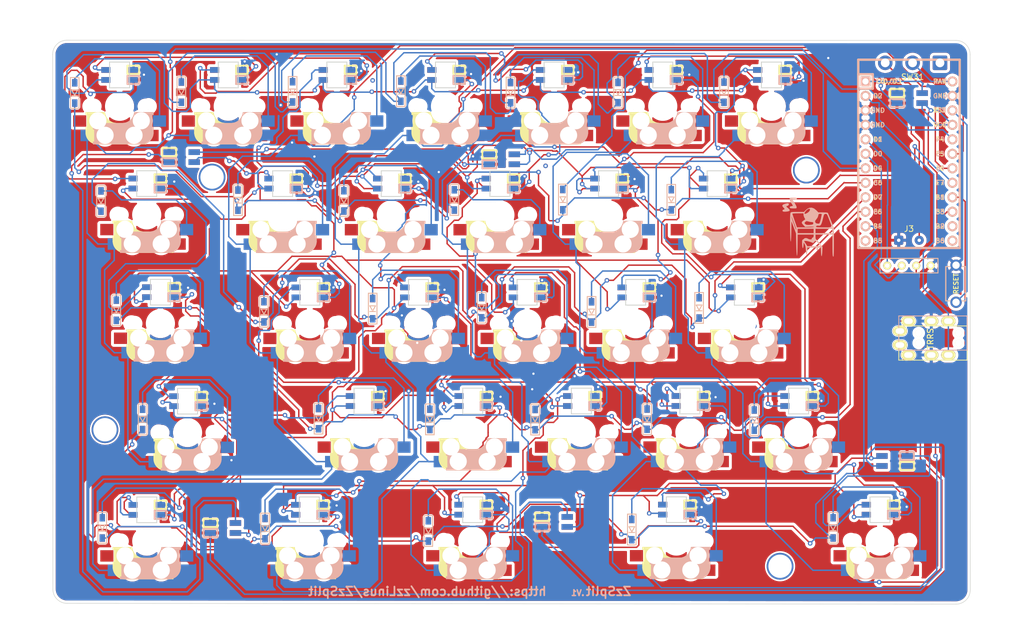
<source format=kicad_pcb>
(kicad_pcb (version 20211014) (generator pcbnew)
  (layers (0 "F.Cu" signal) (31 "B.Cu" signal) (34 "B.Paste" user) (35 "F.Paste" user) (36 "B.SilkS" user "B.Silkscreen") (37 "F.SilkS" user "F.Silkscreen") (38 "B.Mask" user) (39 "F.Mask" user) (44 "Edge.Cuts" user))
  (net 0 "")
  (net 1 "Row1")
  (net 2 "Net-(D1-Pad2)")
  (net 3 "Net-(D2-Pad2)")
  (net 4 "Net-(D3-Pad2)")
  (net 5 "Net-(D4-Pad2)")
  (net 6 "Net-(D5-Pad2)")
  (net 7 "Row2")
  (net 8 "Net-(D6-Pad2)")
  (net 9 "Net-(D7-Pad2)")
  (net 10 "Net-(D8-Pad2)")
  (net 11 "Net-(D9-Pad2)")
  (net 12 "Net-(D10-Pad2)")
  (net 13 "Row3")
  (net 14 "Net-(D11-Pad2)")
  (net 15 "Net-(D12-Pad2)")
  (net 16 "Net-(D13-Pad2)")
  (net 17 "Net-(D14-Pad2)")
  (net 18 "Net-(D15-Pad2)")
  (net 19 "Net-(D16-Pad2)")
  (net 20 "Row4")
  (net 21 "Net-(D17-Pad2)")
  (net 22 "Net-(D18-Pad2)")
  (net 23 "Net-(D19-Pad2)")
  (net 24 "Net-(D20-Pad2)")
  (net 25 "Net-(D21-Pad2)")
  (net 26 "Net-(D22-Pad2)")
  (net 27 "Row5")
  (net 28 "Net-(D23-Pad2)")
  (net 29 "Net-(D24-Pad2)")
  (net 30 "Net-(D25-Pad2)")
  (net 31 "Net-(D26-Pad2)")
  (net 32 "Net-(D27-Pad2)")
  (net 33 "Net-(D28-Pad2)")
  (net 34 "Net-(D29-Pad2)")
  (net 35 "Net-(D30-Pad2)")
  (net 36 "VDD")
  (net 37 "LED")
  (net 38 "Net-(D31-Pad1)")
  (net 39 "GND")
  (net 40 "Net-(D32-Pad1)")
  (net 41 "Net-(D33-Pad1)")
  (net 42 "Net-(D34-Pad1)")
  (net 43 "Net-(D35-Pad1)")
  (net 44 "backlight")
  (net 45 "SDA")
  (net 46 "SCL")
  (net 48 "data")
  (net 49 "Net-(J3-Pad2)")
  (net 50 "Net-(SW1-Pad1)")
  (net 51 "Net-(SW1-Pad3)")
  (net 52 "Col1")
  (net 53 "Net-(SW2-Pad3)")
  (net 54 "Col2")
  (net 55 "Net-(SW3-Pad1)")
  (net 56 "Net-(SW3-Pad3)")
  (net 57 "Col3")
  (net 58 "Net-(SW10-Pad1)")
  (net 59 "Col4")
  (net 60 "Net-(SW11-Pad3)")
  (net 61 "Net-(SW5-Pad3)")
  (net 62 "Col5")
  (net 63 "Net-(SW12-Pad1)")
  (net 64 "Col6")
  (net 65 "Net-(SW13-Pad3)")
  (net 66 "Net-(SW14-Pad1)")
  (net 67 "Net-(SW15-Pad3)")
  (net 68 "Net-(SW10-Pad3)")
  (net 69 "Net-(SW11-Pad1)")
  (net 70 "Net-(SW12-Pad3)")
  (net 71 "Net-(SW13-Pad1)")
  (net 72 "Net-(SW14-Pad3)")
  (net 73 "Net-(SW15-Pad1)")
  (net 74 "Net-(SW16-Pad3)")
  (net 75 "Net-(SW17-Pad1)")
  (net 76 "Net-(SW18-Pad3)")
  (net 77 "Net-(SW19-Pad1)")
  (net 78 "Net-(SW20-Pad3)")
  (net 79 "Net-(SW21-Pad1)")
  (net 80 "Net-(SW22-Pad3)")
  (net 81 "Net-(SW23-Pad1)")
  (net 82 "Net-(SW24-Pad3)")
  (net 84 "Net-(SW26-Pad3)")
  (net 85 "Net-(SW28-Pad3)")
  (net 87 "POW")
  (net 88 "Reset")
  (footprint "SofleRGB:crkbd-diode" (layer "F.Cu") (at 157.27 129.28 90)
    (fp_text reference "D25" hide)
    (fp_text value "D-Lily58-cache" hide)
  )
  (footprint "SofleRGB:SK6812MINI_underglow_dev" (layer "F.Cu") (at 134.47 64.34)
    (fp_text reference "D32" hide)
    (fp_text value "LED_sk2812_SM" hide)
  )
  (footprint "SofleRGB:SK6812MINI_and_cherry" (layer "F.Cu") (at 74.6 93.150001 180)
    (fp_text reference "SW19" hide)
    (fp_text value "SW_PUSH-MX_W_LED" hide)
  )
  (footprint "SofleRGB:SK6812MINI_and_cherry" (layer "F.Cu") (at 186.52 112.24 180)
    (fp_text reference "SW24" hide)
    (fp_text value "SW_PUSH-MX_W_LED" hide)
  )
  (footprint "SofleRGB:SK6812MINI_and_cherry" (layer "F.Cu") (at 134.14 74.11 180)
    (fp_text reference "SW10" hide)
    (fp_text value "SW_PUSH-MX_W_LED" hide)
  )
  (footprint "SofleRGB:crkbd-diode" (layer "F.Cu") (at 121.86 109.95 90)
    (fp_text reference "D14" hide)
    (fp_text value "D-Lily58-cache" hide)
  )
  (footprint "" (layer "F.Cu") (at 187.88 66.24)
    (fp_text reference "")
    (fp_text value "")
  )
  (footprint "SofleRGB:SK6812MINI_and_cherry" (layer "F.Cu") (at 157.95 93.18 180)
    (fp_text reference "SW17" hide)
    (fp_text value "SW_PUSH-MX_W_LED" hide)
  )
  (footprint "SofleRGB:SK6812MINI_underglow_dev" (layer "F.Cu") (at 143.7321 127.93)
    (fp_text reference "D35" hide)
    (fp_text value "LED_sk2812_SM" hide)
  )
  (footprint "SofleRGB:crkbd-diode" (layer "F.Cu") (at 97.78 52.525 90)
    (fp_text reference "D6" hide)
    (fp_text value "D-Lily58-cache" hide)
  )
  (footprint "SofleRGB:crkbd-diode" (layer "F.Cu") (at 92.76 91.095 90)
    (fp_text reference "D8" hide)
    (fp_text value "D-Lily58-cache" hide)
  )
  (footprint "SofleRGB:crkbd-diode" (layer "F.Cu") (at 126.15 71.475 90)
    (fp_text reference "D17" hide)
    (fp_text value "D-Lily58-cache" hide)
  )
  (footprint "SofleRGB:crkbd-diode" (layer "F.Cu") (at 136 52.66 90)
    (fp_text reference "D16" hide)
    (fp_text value "D-Lily58-cache" hide)
  )
  (footprint "SofleRGB:crkbd-diode" (layer "F.Cu") (at 92.95 129.11 90)
    (fp_text reference "D15" hide)
    (fp_text value "D-Lily58-cache" hide)
  )
  (footprint "SofleRGB:SK6812MINI_and_cherry" (layer "F.Cu") (at 200.79 131.3 180)
    (fp_text reference "SW30" hide)
    (fp_text value "SW_PUSH-MX_W_LED" hide)
  )
  (footprint "SofleRGB:crkbd-diode" (layer "F.Cu") (at 88.2 71.515 90)
    (fp_text reference "D7" hide)
    (fp_text value "D-Lily58-cache" hide)
  )
  (footprint "SofleRGB:SK6812MINI_and_cherry" (layer "F.Cu") (at 167.45 112.23 180)
    (fp_text reference "SW23" hide)
    (fp_text value "SW_PUSH-MX_W_LED" hide)
  )
  (footprint "SofleRGB:SK6812MINI_and_cherry" (layer "F.Cu") (at 67.44 55.05 180)
    (fp_text reference "SW7" hide)
    (fp_text value "SW_PUSH-MX_W_LED" hide)
  )
  (footprint "SofleRGB:crkbd-diode" (layer "F.Cu") (at 140.31 109.99 90)
    (fp_text reference "D19" hide)
    (fp_text value "D-Lily58-cache" hide)
  )
  (footprint "SofleRGB:crkbd-diode" (layer "F.Cu") (at 169.07 90.41 90)
    (fp_text reference "D28" hide)
    (fp_text value "D-Lily58-cache" hide)
  )
  (footprint "SofleRGB:crkbd-diode" (layer "F.Cu") (at 130.95 90.37 90)
    (fp_text reference "D18" hide)
    (fp_text value "D-Lily58-cache" hide)
  )
  (footprint "SofleRGB:SK6812MINI_underglow_dev" (layer "F.Cu") (at 205.98 53.62)
    (fp_text reference "D31" hide)
    (fp_text value "LED_sk2812_SM" hide)
  )
  (footprint "SofleRGB:crkbd-diode" (layer "F.Cu") (at 173.44 52.585 90)
    (fp_text reference "D26" hide)
    (fp_text value "D-Lily58-cache" hide)
  )
  (footprint "SofleRGB:crkbd-diode" (layer "F.Cu") (at 102.33 109.825 90)
    (fp_text reference "D9" hide)
    (fp_text value "D-Lily58-cache" hide)
  )
  (footprint "SofleRGB:crkbd-diode" (layer "F.Cu") (at 192.57 128.98 90)
    (fp_text reference "D30" hide)
    (fp_text value "D-Lily58-cache" hide)
  )
  (footprint "SofleRGB:crkbd-diode" (layer "F.Cu") (at 164.2 71.445 90)
    (fp_text reference "D27" hide)
    (fp_text value "D-Lily58-cache" hide)
  )
  (footprint "" (layer "F.Cu") (at 83.66 67.47)
    (fp_text reference "")
    (fp_text value "")
  )
  (footprint "SofleRGB:SK6812MINI_and_cherry" (layer "F.Cu") (at 181.745 55.05 180)
    (fp_text reference "SW6" hide)
    (fp_text value "SW_PUSH-MX_W_LED" hide)
  )
  (footprint "SofleRGB:crkbd-diode" (layer "F.Cu") (at 159.95 109.92 90)
    (fp_text reference "D24" hide)
    (fp_text value "D-Lily58-cache" hide)
  )
  (footprint "" (layer "F.Cu") (at 183.27 135.71)
    (fp_text reference "")
    (fp_text value "")
  )
  (footprint "SofleRGB:crkbd-diode" (layer "F.Cu") (at 106.78 71.645 90)
    (fp_text reference "D12" hide)
    (fp_text value "D-Lily58-cache" hide)
  )
  (footprint "SofleRGB:SK6812MINI_and_cherry" (layer "F.Cu") (at 177 93.18 180)
    (fp_text reference "SW18" hide)
    (fp_text value "SW_PUSH-MX_W_LED" hide)
  )
  (footprint "" (layer "F.Cu") (at 64.88 111.77)
    (fp_text reference "")
    (fp_text value "")
  )
  (footprint "SofleRGB:SK6812MINI_and_cherry" (layer "F.Cu") (at 165.08 131.29 180)
    (fp_text reference "SW29" hide)
    (fp_text value "SW_PUSH-MX_W_LED" hide)
  )
  (footprint "SofleRGB:crkbd-diode" (layer "F.Cu") (at 66.87 90.82 90)
    (fp_text reference "D4" hide)
    (fp_text value "D-Lily58-cache" hide)
  )
  (footprint "SofleRGB:SK6812MINI_and_cherry" (layer "F.Cu") (at 153.19 74.11 180)
    (fp_text reference "SW11" hide)
    (fp_text value "SW_PUSH-MX_W_LED" hide)
  )
  (footprint "SofleRGB:SK6812MINI_and_cherry" (layer "F.Cu") (at 172.24 74.11 180)
    (fp_text reference "SW12" hide)
    (fp_text value "SW_PUSH-MX_W_LED" hide)
  )
  (footprint "SofleRGB:SK6812MINI_underglow_dev" (layer "F.Cu") (at 203.34 117.25 180)
    (fp_text reference "D36" hide)
    (fp_text value "LED_sk2812_SM" hide)
  )
  (footprint "SofleRGB:MJ-4PP-9" (layer "F.Cu") (at 216.085 96.565 -90)
    (fp_text reference "J2")
    (fp_text value "MJ-4PP-9-Lily58-cache" hide)
  )
  (footprint "SofleRGB:SK6812MINI_and_cherry" (layer "F.Cu") (at 138.9 93.18 180)
    (fp_text reference "SW16" hide)
    (fp_text value "SW_PUSH-MX_W_LED" hide)
  )
  (footprint "SofleRGB:SK6812MINI_and_cherry" (layer "F.Cu") (at 124.595 55.05 180)
    (fp_text reference "SW3" hide)
    (fp_text value "SW_PUSH-MX_W_LED" hide)
  )
  (footprint "SofleRGB:SK6812MINI_and_cherry" (layer "F.Cu") (at 72.2 74.09 180)
    (fp_text reference "SW13" hide)
    (fp_text value "SW_PUSH-MX_W_LED" hide)
  )
  (footprint "Connector_Wire:SolderWire-0.1sqmm_1x02_P3.6mm_D0.4mm_OD1mm" (layer "F.Cu") (at 204.075 78.545)
    (fp_text reference "J3")
    (fp_text value "Conn_01x02_Female")
  )
  (footprint "KeebioParts:ArduinoProMicro" (layer "F.Cu") (at 205.875 64.65675 -90)
    (fp_text reference "U1" hide)
    (fp_text value "ProMicro" hide)
  )
  (footprint "SofleRGB:crkbd-diode" (layer "F.Cu") (at 64.18 71.67 90)
    (fp_text reference "D3" hide)
    (fp_text value "D-Lily58-cache" hide)
  )
  (footprint "Connector_Wire:SolderWire-0.75sqmm_1x03_P4.8mm_D1.25mm_OD2.3mm" (layer "F.Cu") (at 211.31 47.43 180)
    (fp_text reference "SW31")
    (fp_text value "SW_SPDT")
  )
  (footprint "SofleRGB:SK6812MINI_underglow_dev" (layer "F.Cu") (at 78.3221 63.97)
    (fp_text reference "D33" hide)
    (fp_text value "LED_sk2812_SM" hide)
  )
  (footprint "SofleRGB:crkbd-diode" (layer "F.Cu") (at 111.82 90.54 90)
    (fp_text reference "D13" hide)
    (fp_text value "D-Lily58-cache" hide)
  )
  (footprint "SofleRGB:crkbd-diode" (layer "F.Cu") (at 121.59 129.52 90)
    (fp_text reference "D20" hide)
    (fp_text value "D-Lily58-cache" hide)
  )
  (footprint "SofleRGB:OLED_4Pin" (layer "F.Cu") (at 202.065 82.99)
    (fp_text reference "J1" hide)
    (fp_text value "OLED" hide)
  )
  (footprint "SofleRGB:SK6812MINI_and_cherry" (layer "F.Cu") (at 148.42 112.24 180)
    (fp_text reference "SW22" hide)
    (fp_text value "SW_PUSH-MX_W_LED" hide)
  )
  (footprint "SofleRGB:SK6812MINI_and_cherry" (layer "F.Cu") (at 79.36 112.27 180)
    (fp_text reference "SW25" hide)
    (fp_text value "SW_PUSH-MX_W_LED" hide)
  )
  (footprint "SofleRGB:SK6812MINI_and_cherry" (layer "F.Cu") (at 129.37 112.24 180)
    (fp_text reference "SW21" hide)
    (fp_text value "SW_PUSH-MX_W_LED" hide)
  )
  (footprint "SofleRGB:SK6812MINI_and_cherry" (layer "F.Cu") (at 72.21 131.320001 180)
    (fp_text reference "SW26" hide)
    (fp_text value "SW_PUSH-MX_W_LED" hide)
  )
  (footprint "SofleRGB:crkbd-diode" (layer "F.Cu") (at 64.41 128.99 90)
    (fp_text reference "D10" hide)
    (fp_text value "D-Lily58-cache" hide)
  )
  (footprint "SofleRGB:SK6812MINI_underglow_dev" (layer "F.Cu") (at 85.5621 129)
    (fp_text reference "D34" hide)
    (fp_text value "LED_sk2812_SM" hide)
  )
  (footprint "SofleRGB:crkbd-diode" (layer "F.Cu") (at 178.74 110.09 90)
    (fp_text reference "D29" hide)
    (fp_text value "D-Lily58-cache" hide)
  )
  (footprint "SofleRGB:crkbd-diode" (layer "F.Cu") (at 154.85 52.64 90)
    (fp_text reference "D21" hide)
    (fp_text value "D-Lily58-cache" hide)
  )
  (footprint "SofleRGB:crkbd-diode" (layer "F.Cu") (at 145.17 71.415 90)
    (fp_text reference "D22" hide)
    (fp_text value "D-Lily58-cache" hide)
  )
  (footprint "SofleRGB:SK6812MINI_and_cherry" (layer "F.Cu") (at 119.85 93.18 180)
    (fp_text reference "SW15" hide)
    (fp_text value "SW_PUSH-MX_W_LED" hide)
  )
  (footprint "SofleRGB:SK6812MINI_and_cherry" (layer "F.Cu") (at 162.695 55.05 180)
    (fp_text reference "SW5" hide)
    (fp_text value "SW_PUSH-MX_W_LED" hide)
  )
  (footprint "SofleRGB:SK6812MINI_and_cherry" (layer "F.Cu") (at 105.545 55.05 180)
    (fp_text reference "SW2" hide)
    (fp_text value "SW_PUSH-MX_W_LED" hide)
  )
  (footprint "SofleRGB:SK6812MINI_and_cherry" (layer "F.Cu") (at 129.36 131.3 180)
    (fp_text reference "SW28" hide)
    (fp_text value "SW_PUSH-MX_W_LED" hide)
  )
  (footprint "SofleRGB:SK6812MINI_and_cherry" (layer "F.Cu") (at 96.04 74.11 180)
    (fp_text reference "SW8" hide)
    (fp_text value "SW_PUSH-MX_W_LED" hide)
  )
  (footprint "SofleRGB:SK6812MINI_and_cherry" (layer "F.Cu") (at 86.495 55.05 180)
    (fp_text reference "SW1" hide)
    (fp_text value "SW_PUSH-MX_W_LED" hide)
  )
  (footprint "SofleRGB:SK6812MINI_and_cherry" (layer "F.Cu") (at 100.72 131.31 180)
    (fp_text reference "SW27" hide)
    (fp_text value "SW_PUSH-MX_W_LED" hide)
  )
  (footprint "SofleRGB:crkbd-diode" (layer "F.Cu") (at 116.77 52.405 90)
    (fp_text reference "D11" hide)
    (fp_text value "D-Lily58-cache" hide)
  )
  (footprint "SofleRGB:crkbd-diode" (layer "F.Cu") (at 78.28 52.575 90)
    (fp_text reference "D1" hide)
    (fp_text value "D-Lily58-cache" hide)
  )
  (footprint "SofleRGB:crkbd-diode" (layer "F.Cu") (at 150.21 91.12 90)
    (fp_text reference "D23" hide)
    (fp_text value "D-Lily58-cache" hide)
  )
  (footprint "SofleRGB:SK6812MINI_and_cherry" (layer "F.Cu") (at 110.32 112.24 180)
    (fp_text reference "SW20" hide)
    (fp_text value "SW_PUSH-MX_W_LED" hide)
  )
  (footprint "SofleRGB:TACT_SWITCH_TVBP06" (layer "F.Cu") (at 214.13 86.165 90)
    (fp_text reference "SW32" hide)
    (fp_text value "SW_Push" hide)
  )
  (footprint "SofleRGB:SK6812MINI_and_cherry" (layer "F.Cu") (at 143.645 55.05 180)
    (fp_text reference "SW4" hide)
    (fp_text value "SW_PUSH-MX_W_LED" hide)
  )
  (footprint "SofleRGB:SK6812MINI_and_cherry" (layer "F.Cu") (at 100.8 93.18 180)
    (fp_text reference "SW14" hide)
    (fp_text value "SW_PUSH-MX_W_LED" hide)
  )
  (footprint "SofleRGB:crkbd-diode" (layer "F.Cu") (at 71.48 109.965 90)
    (fp_text reference "D5" hide)
    (fp_text value "D-Lily58-cache" hide)
  )
  (footprint "SofleRGB:crkbd-diode" (layer "F.Cu") (at 59.57 52.715 90)
    (fp_text reference "D2" hide)
    (fp_text value "D-Lily58-cache" hide)
  )
  (footprint "SofleRGB:SK6812MINI_and_cherry" (layer "F.Cu") (at 115.09 74.11 180)
    (fp_text reference "SW9" hide)
    (fp_text value "SW_PUSH-MX_W_LED" hide)
  )
  (footprint "logo:melogo" (layer "B.Cu") (at 188.73 76.28 180)
    (fp_text reference ".V1")
    (fp_text value "LOGO" hide)
  )
  (gr_line (start 127.62 104.49) (end 131.12 104.49) (layer "Edge.Cuts") (width 0.15))
  (gr_line (start 70.46 128.07) (end 70.46 123.57) (layer "Edge.Cuts") (width 0.15))
  (gr_line (start 151.44 66.36) (end 154.94 66.36) (layer "Edge.Cuts") (width 0.15))
  (gr_line (start 65.69 51.8) (end 65.69 47.3) (layer "Edge.Cuts") (width 0.15))
  (gr_line (start 135.89 66.36) (end 135.89 70.86) (layer "Edge.Cuts") (width 0.15))
  (gr_line (start 58.2 43.46) (end 214.11 43.490001) (layer "Edge.Cuts") (width 0.1))
  (gr_line (start 72.85 85.4) (end 76.35 85.4) (layer "Edge.Cuts") (width 0.15))
  (gr_line (start 154.94 70.86) (end 151.44 70.86) (layer "Edge.Cuts") (width 0.15))
  (gr_arc (start 58.24 142.22) (mid 56.472233 141.487767) (end 55.74 139.72) (layer "Edge.Cuts") (width 0.1))
  (gr_line (start 164.45 47.3) (end 164.45 51.8) (layer "Edge.Cuts") (width 0.15))
  (gr_line (start 165.7 108.98) (end 165.7 104.48) (layer "Edge.Cuts") (width 0.15))
  (gr_line (start 107.29 51.8) (end 103.79 51.8) (layer "Edge.Cuts") (width 0.15))
  (gr_line (start 166.83 123.54) (end 166.83 128.04) (layer "Edge.Cuts") (width 0.15))
  (gr_line (start 141.89 51.8) (end 141.89 47.3) (layer "Edge.Cuts") (width 0.15))
  (gr_line (start 199.04 123.55) (end 202.54 123.55) (layer "Edge.Cuts") (width 0.15))
  (gr_line (start 65.69 47.3) (end 69.19 47.3) (layer "Edge.Cuts") (width 0.15))
  (gr_line (start 131.12 104.49) (end 131.12 108.99) (layer "Edge.Cuts") (width 0.15))
  (gr_line (start 160.95 47.3) (end 164.45 47.3) (layer "Edge.Cuts") (width 0.15))
  (gr_line (start 121.6 89.93) (end 118.1 89.93) (layer "Edge.Cuts") (width 0.15))
  (gr_line (start 169.2 108.98) (end 165.7 108.98) (layer "Edge.Cuts") (width 0.15))
  (gr_line (start 180 51.8) (end 180 47.3) (layer "Edge.Cuts") (width 0.15))
  (gr_line (start 84.75 47.3) (end 88.25 47.3) (layer "Edge.Cuts") (width 0.15))
  (gr_line (start 132.39 66.36) (end 135.89 66.36) (layer "Edge.Cuts") (width 0.15))
  (gr_line (start 99.05 89.93) (end 99.05 85.43) (layer "Edge.Cuts") (width 0.15))
  (gr_line (start 97.79 66.36) (end 97.79 70.86) (layer "Edge.Cuts") (width 0.15))
  (gr_line (start 163.33 128.04) (end 163.33 123.54) (layer "Edge.Cuts") (width 0.15))
  (gr_line (start 216.600019 45.99) (end 216.63 139.85) (layer "Edge.Cuts") (width 0.1))
  (gr_line (start 154.94 66.36) (end 154.94 70.86) (layer "Edge.Cuts") (width 0.15))
  (gr_line (start 73.96 123.57) (end 73.96 128.07) (layer "Edge.Cuts") (width 0.15))
  (gr_line (start 116.83 66.36) (end 116.83 70.86) (layer "Edge.Cuts") (width 0.15))
  (gr_line (start 151.44 70.86) (end 151.44 66.36) (layer "Edge.Cuts") (width 0.15))
  (gr_line (start 99.05 85.43) (end 102.55 85.43) (layer "Edge.Cuts") (width 0.15))
  (gr_line (start 103.79 47.3) (end 107.29 47.3) (layer "Edge.Cuts") (width 0.15))
  (gr_line (start 113.33 70.86) (end 113.33 66.36) (layer "Edge.Cuts") (width 0.15))
  (gr_line (start 77.61 104.52) (end 81.11 104.52) (layer "Edge.Cuts") (width 0.15))
  (gr_line (start 112.06 104.5) (end 112.06 109) (layer "Edge.Cuts") (width 0.15))
  (gr_line (start 69.19 47.3) (end 69.19 51.8) (layer "Edge.Cuts") (width 0.15))
  (gr_line (start 140.65 85.42) (end 140.65 89.92) (layer "Edge.Cuts") (width 0.15))
  (gr_line (start 107.29 47.3) (end 107.29 51.8) (layer "Edge.Cuts") (width 0.15))
  (gr_line (start 146.67 108.99) (end 146.67 104.49) (layer "Edge.Cuts") (width 0.15))
  (gr_line (start 84.75 51.8) (end 84.75 47.3) (layer "Edge.Cuts") (width 0.15))
  (gr_line (start 116.83 70.86) (end 113.33 70.86) (layer "Edge.Cuts") (width 0.15))
  (gr_line (start 118.1 85.43) (end 121.6 85.43) (layer "Edge.Cuts") (width 0.15))
  (gr_line (start 170.49 66.36) (end 173.99 66.36) (layer "Edge.Cuts") (width 0.15))
  (gr_line (start 118.1 89.93) (end 118.1 85.43) (layer "Edge.Cuts") (width 0.15))
  (gr_line (start 127.61 128.05) (end 127.61 123.55) (layer "Edge.Cuts") (width 0.15))
  (gr_line (start 88.25 47.3) (end 88.25 51.8) (layer "Edge.Cuts") (width 0.15))
  (gr_line (start 126.34 47.3) (end 126.34 51.8) (layer "Edge.Cuts") (width 0.15))
  (gr_line (start 94.29 70.86) (end 94.29 66.36) (layer "Edge.Cuts") (width 0.15))
  (gr_line (start 103.79 51.8) (end 103.79 47.3) (layer "Edge.Cuts") (width 0.15))
  (gr_line (start 98.96 123.56) (end 102.46 123.56) (layer "Edge.Cuts") (width 0.15))
  (gr_line (start 180 47.3) (end 183.5 47.3) (layer "Edge.Cuts") (width 0.15))
  (gr_line (start 159.7 85.42) (end 159.7 89.92) (layer "Edge.Cuts") (width 0.15))
  (gr_line (start 102.55 89.93) (end 99.05 89.93) (layer "Edge.Cuts") (width 0.15))
  (gr_line (start 102.46 128.06) (end 98.96 128.06) (layer "Edge.Cuts") (width 0.15))
  (gr_line (start 173.99 66.36) (end 173.99 70.86) (layer "Edge.Cuts") (width 0.15))
  (gr_line (start 173.99 70.86) (end 170.49 70.86) (layer "Edge.Cuts") (width 0.15))
  (gr_line (start 183.5 47.3) (end 183.5 51.8) (layer "Edge.Cuts") (width 0.15))
  (gr_line (start 131.11 123.55) (end 131.11 128.05) (layer "Edge.Cuts") (width 0.15))
  (gr_line (start 214.10992 142.35998) (end 58.24 142.22) (layer "Edge.Cuts") (width 0.1))
  (gr_line (start 178.75 85.43) (end 178.75 89.93) (layer "Edge.Cuts") (width 0.15))
  (gr_line (start 97.79 70.86) (end 94.29 70.86) (layer "Edge.Cuts") (width 0.15))
  (gr_line (start 55.7 45.96) (end 55.74 139.72) (layer "Edge.Cuts") (width 0.1))
  (gr_line (start 72.85 89.9) (end 72.85 85.4) (layer "Edge.Cuts") (width 0.15))
  (gr_line (start 150.17 108.99) (end 146.67 108.99) (layer "Edge.Cuts") (width 0.15))
  (gr_line (start 188.27 104.49) (end 188.27 108.99) (layer "Edge.Cuts") (width 0.15))
  (gr_line (start 70.46 123.57) (end 73.96 123.57) (layer "Edge.Cuts") (width 0.15))
  (gr_line (start 175.25 85.43) (end 178.75 85.43) (layer "Edge.Cuts") (width 0.15))
  (gr_line (start 81.11 109.02) (end 77.61 109.02) (layer "Edge.Cuts") (width 0.15))
  (gr_line (start 98.96 128.06) (end 98.96 123.56) (layer "Edge.Cuts") (width 0.15))
  (gr_line (start 156.2 89.92) (end 156.2 85.42) (layer "Edge.Cuts") (width 0.15))
  (gr_line (start 132.39 70.86) (end 132.39 66.36) (layer "Edge.Cuts") (width 0.15))
  (gr_line (start 73.95 70.85) (end 70.45 70.85) (layer "Edge.Cuts") (width 0.15))
  (gr_line (start 146.67 104.49) (end 150.17 104.49) (layer "Edge.Cuts") (width 0.15))
  (gr_line (start 122.84 51.8) (end 122.84 47.3) (layer "Edge.Cuts") (width 0.15))
  (gr_line (start 112.06 109) (end 108.56 109) (layer "Edge.Cuts") (width 0.15))
  (gr_line (start 202.54 128.05) (end 199.04 128.05) (layer "Edge.Cuts") (width 0.15))
  (gr_line (start 70.45 66.35) (end 73.95 66.35) (layer "Edge.Cuts") (width 0.15))
  (gr_line (start 126.34 51.8) (end 122.84 51.8) (layer "Edge.Cuts") (width 0.15))
  (gr_line (start 122.84 47.3) (end 126.34 47.3) (layer "Edge.Cuts") (width 0.15))
  (gr_line (start 131.12 108.99) (end 127.62 108.99) (layer "Edge.Cuts") (width 0.15))
  (gr_line (start 121.6 85.43) (end 121.6 89.93) (layer "Edge.Cuts") (width 0.15))
  (gr_line (start 108.56 104.5) (end 112.06 104.5) (layer "Edge.Cuts") (width 0.15))
  (gr_line (start 165.7 104.48) (end 169.2 104.48) (layer "Edge.Cuts") (width 0.15))
  (gr_line (start 113.33 66.36) (end 116.83 66.36) (layer "Edge.Cuts") (width 0.15))
  (gr_line (start 108.56 109) (end 108.56 104.5) (layer "Edge.Cuts") (width 0.15))
  (gr_line (start 94.29 66.36) (end 97.79 66.36) (layer "Edge.Cuts") (width 0.15))
  (gr_line (start 73.95 66.35) (end 73.95 70.85) (layer "Edge.Cuts") (width 0.15))
  (gr_arc (start 216.63 139.85) (mid 215.891271 141.628398) (end 214.10992 142.35998) (layer "Edge.Cuts") (width 0.1))
  (gr_line (start 102.55 85.43) (end 102.55 89.93) (layer "Edge.Cuts") (width 0.15))
  (gr_line (start 202.54 123.55) (end 202.54 128.05) (layer "Edge.Cuts") (width 0.15))
  (gr_line (start 156.2 85.42) (end 159.7 85.42) (layer "Edge.Cuts") (width 0.15))
  (gr_line (start 127.61 123.55) (end 131.11 123.55) (layer "Edge.Cuts") (width 0.15))
  (gr_line (start 164.45 51.8) (end 160.95 51.8) (layer "Edge.Cuts") (width 0.15))
  (gr_line (start 141.89 47.3) (end 145.39 47.3) (layer "Edge.Cuts") (width 0.15))
  (gr_line (start 76.35 89.9) (end 72.85 89.9) (layer "Edge.Cuts") (width 0.15))
  (gr_arc (start 214.11 43.490001) (mid 215.871312 44.225759) (end 216.600019 45.99) (layer "Edge.Cuts") (width 0.1))
  (gr_line (start 137.15 85.42) (end 140.65 85.42) (layer "Edge.Cuts") (width 0.15))
  (gr_line (start 140.65 89.92) (end 137.15 89.92) (layer "Edge.Cuts") (width 0.15))
  (gr_line (start 76.35 85.4) (end 76.35 89.9) (layer "Edge.Cuts") (width 0.15))
  (gr_line (start 102.46 123.56) (end 102.46 128.06) (layer "Edge.Cuts") (width 0.15))
  (gr_line (start 178.75 89.93) (end 175.25 89.93) (layer "Edge.Cuts") (width 0.15))
  (gr_line (start 145.39 47.3) (end 145.39 51.8) (layer "Edge.Cuts") (width 0.15))
  (gr_line (start 73.96 128.07) (end 70.46 128.07) (layer "Edge.Cuts") (width 0.15))
  (gr_line (start 159.7 89.92) (end 156.2 89.92) (layer "Edge.Cuts") (width 0.15))
  (gr_line (start 184.77 108.99) (end 184.77 104.49) (layer "Edge.Cuts") (width 0.15))
  (gr_line (start 137.15 89.92) (end 137.15 85.42) (layer "Edge.Cuts") (width 0.15))
  (gr_line (start 169.2 104.48) (end 169.2 108.98) (layer "Edge.Cuts") (width 0.15))
  (gr_line (start 183.5 51.8) (end 180 51.8) (layer "Edge.Cuts") (width 0.15))
  (gr_line (start 170.49 70.86) (end 170.49 66.36) (layer "Edge.Cuts") (width 0.15))
  (gr_line (start 166.83 128.04) (end 163.33 128.04) (layer "Edge.Cuts") (width 0.15))
  (gr_line (start 70.45 70.85) (end 70.45 66.35) (layer "Edge.Cuts") (width 0.15))
  (gr_line (start 175.25 89.93) (end 175.25 85.43) (layer "Edge.Cuts") (width 0.15))
  (gr_line (start 188.27 108.99) (end 184.77 108.99) (layer "Edge.Cuts") (width 0.15))
  (gr_line (start 184.77 104.49) (end 188.27 104.49) (layer "Edge.Cuts") (width 0.15))
  (gr_line (start 81.11 104.52) (end 81.11 109.02) (layer "Edge.Cuts") (width 0.15))
  (gr_line (start 160.95 51.8) (end 160.95 47.3) (layer "Edge.Cuts") (width 0.15))
  (gr_line (start 135.89 70.86) (end 132.39 70.86) (layer "Edge.Cuts") (width 0.15))
  (gr_line (start 150.17 104.49) (end 150.17 108.99) (layer "Edge.Cuts") (width 0.15))
  (gr_line (start 131.11 128.05) (end 127.61 128.05) (layer "Edge.Cuts") (width 0.15))
  (gr_line (start 69.19 51.8) (end 65.69 51.8) (layer "Edge.Cuts") (width 0.15))
  (gr_line (start 145.39 51.8) (end 141.89 51.8) (layer "Edge.Cuts") (width 0.15))
  (gr_arc (start 55.7 45.96) (mid 56.432233 44.192233) (end 58.2 43.46) (layer "Edge.Cuts") (width 0.1))
  (gr_line (start 88.25 51.8) (end 84.75 51.8) (layer "Edge.Cuts") (width 0.15))
  (gr_line (start 77.61 109.02) (end 77.61 104.52) (layer "Edge.Cuts") (width 0.15))
  (gr_line (start 163.33 123.54) (end 166.83 123.54) (layer "Edge.Cuts") (width 0.15))
  (gr_line (start 127.62 108.99) (end 127.62 104.49) (layer "Edge.Cuts") (width 0.15))
  (gr_line (start 199.04 128.05) (end 199.04 123.55) (layer "Edge.Cuts") (width 0.15))
  (gr_text "ZzSplit      https://github.com/zzLinus/ZzSplit" (at 128.85 140.12) (layer "B.SilkS") (effects (font (size 1.524 1.524) (thickness 0.3)) (justify mirror)))
  (via (at 178.76 93.62) (size 0.8) (drill 0.4) (layers "F.Cu" "B.Cu") (net 0))
  (segment (start 131.71 45.66) (end 132.47 46.42) (width 0.25) (layer "B.Cu") (net 1))
  (segment (start 173.44 54.36) (end 173.28 54.36) (width 0.25) (layer "B.Cu") (net 1))
  (segment (start 115.54 47.42) (end 117.3 45.66) (width 0.25) (layer "B.Cu") (net 1))
  (segment (start 190.85 49.36) (end 190.85 62.93) (width 0.25) (layer "B.Cu") (net 1))
  (segment (start 96.06 56.02) (end 97.78 54.3) (width 0.25) (layer "B.Cu") (net 1))
  (segment (start 78.28 54.35) (end 76.83 54.35) (width 0.25) (layer "B.Cu") (net 1))
  (segment (start 116.77 53.91) (end 115.54 52.68) (width 0.25) (layer "B.Cu") (net 1))
  (segment (start 151.38 47.55) (end 151.38 54.69) (width 0.25) (layer "B.Cu") (net 1))
  (segment (start 117.3 45.66) (end 131.71 45.66) (width 0.25) (layer "B.Cu") (net 1))
  (segment (start 154.97 45.8) (end 170.01 45.8) (width 0.25) (layer "B.Cu") (net 1))
  (segment (start 173.28 54.36) (end 171.66 52.74) (width 0.25) (layer "B.Cu") (net 1))
  (segment (start 96.35 54.3) (end 95.86 53.81) (width 0.25) (layer "B.Cu") (net 1))
  (segment (start 154.85 54.415) (end 153.005 52.57) (width 0.25) (layer "B.Cu") (net 1))
  (segment (start 151.38 54.69) (end 152.91 56.22) (width 0.25) (layer "B.Cu") (net 1))
  (segment (start 133.43 56.3) (end 135.56 56.3) (width 0.25) (layer "B.Cu") (net 1))
  (segment (start 153.11 56.22) (end 154.85 54.48) (width 0.25) (layer "B.Cu") (net 1))
  (segment (start 171.66 48.57) (end 174.32 45.91) (width 0.25) (layer "B.Cu") (net 1))
  (segment (start 171.66 52.74) (end 171.66 48.57) (width 0.25) (layer "B.Cu") (net 1))
  (segment (start 137.34 46) (end 149.83 46) (width 0.25) (layer "B.Cu") (net 1))
  (segment (start 97.78 54.3) (end 96.35 54.3) (width 0.25) (layer "B.Cu") (net 1))
  (segment (start 134.34 49) (end 137.34 46) (width 0.25) (layer "B.Cu") (net 1))
  (segment (start 92.83 45.74) (end 94.73 47.64) (width 0.25) (layer "B.Cu") (net 1))
  (segment (start 116.77 54.18) (end 116.77 53.91) (width 0.25) (layer "B.Cu") (net 1))
  (segment (start 134.825 54.435) (end 134.34 53.95) (width 0.25) (layer "B.Cu") (net 1))
  (segment (start 170.01 45.8) (end 170.52 46.31) (width 0.25) (layer "B.Cu") (net 1))
  (segment (start 190.85 62.93) (end 193.84675 65.92675) (width 0.25) (layer "B.Cu") (net 1))
  (segment (start 153.7 47.07) (end 154.97 45.8) (width 0.25) (layer "B.Cu") (net 1))
  (segment (start 152.91 56.22) (end 153.11 56.22) (width 0.25) (layer "B.Cu") (net 1))
  (segment (start 132.47 46.42) (end 132.47 55.34) (width 0.25) (layer "B.Cu") (net 1))
  (segment (start 152.94 52.57) (end 152.94 51) (width 0.25) (layer "B.Cu") (net 1))
  (segment (start 153.7 50.24) (end 153.7 47.07) (width 0.25) (layer "B.Cu") (net 1))
  (segment (start 136 54.435) (end 134.825 54.435) (width 0.25) (layer "B.Cu") (net 1))
  (segment (start 154.85 54.48) (end 154.85 54.415) (width 0.25) (layer "B.Cu") (net 1))
  (segment (start 95.86 48.8) (end 99.09 45.57) (width 0.25) (layer "B.Cu") (net 1))
  (segment (start 76.83 54.35) (end 76.01 53.53) (width 0.25) (layer "B.Cu") (net 1))
  (segment (start 95.86 53.81) (end 95.86 48.8) (width 0.25) (layer "B.Cu") (net 1))
  (segment (start 153.005 52.57) (end 152.94 52.57) (width 0.25) (layer "B.Cu") (net 1))
  (segment (start 94.73 55.09) (end 95.66 56.02) (width 0.25) (layer "B.Cu") (net 1))
  (segment (start 170.52 46.31) (end 170.52 53.7) (width 0.25) (layer "B.Cu") (net 1))
  (segment (start 112.31 45.57) (end 114.15 47.41) (width 0.25) (layer "B.Cu") (net 1))
  (segment (start 170.52 53.7) (end 171.18 54.36) (width 0.25) (layer "B.Cu") (net 1))
  (segment (start 193.84675 65.92675) (end 198.255 65.92675) (width 0.25) (layer "B.Cu") (net 1))
  (segment (start 115.54 52.68) (end 115.54 47.42) (width 0.25) (layer "B.Cu") (net 1))
  (segment (start 114.15 47.41) (end 114.15 52.76) (width 0.25) (layer "B.Cu") (net 1))
  (segment (start 134.34 53.95) (end 134.34 49) (width 0.25) (layer "B.Cu") (net 1))
  (segment (start 114.15 52.76) (end 115.57 54.18) (width 0.25) (layer "B.Cu") (net 1))
  (segment (start 115.57 54.18) (end 116.77 54.18) (width 0.25) (layer "B.Cu") (net 1))
  (segment (start 149.83 46) (end 151.38 47.55) (width 0.25) (layer "B.Cu") (net 1))
  (segment (start 187.4 45.91) (end 190.85 49.36) (width 0.25) (layer "B.Cu") (net 1))
  (segment (start 76.01 53.53) (end 76.01 49.03) (width 0.25) (layer "B.Cu") (net 1))
  (segment (start 135.56 56.3) (end 136 55.86) (width 0.25) (layer "B.Cu") (net 1))
  (segment (start 94.73 47.64) (end 94.73 55.09) (width 0.25) (layer "B.Cu") (net 1))
  (segment (start 136 55.86) (end 136 54.435) (width 0.25) (layer "B.Cu") (net 1))
  (segment (start 152.94 51) (end 153.7 50.24) (width 0.25) (layer "B.Cu") (net 1))
  (segment (start 79.3 45.74) (end 92.83 45.74) (width 0.25) (layer "B.Cu") (net 1))
  (segment (start 132.47 55.34) (end 133.43 56.3) (width 0.25) (layer "B.Cu") (net 1))
  (segment (start 171.18 54.36) (end 173.44 54.36) (width 0.25) (layer "B.Cu") (net 1))
  (segment (start 76.01 49.03) (end 79.3 45.74) (width 0.25) (layer "B.Cu") (net 1))
  (segment (start 174.32 45.91) (end 187.4 45.91) (width 0.25) (layer "B.Cu") (net 1))
  (segment (start 95.66 56.02) (end 96.06 56.02) (width 0.25) (layer "B.Cu") (net 1))
  (segment (start 99.09 45.57) (end 112.31 45.57) (width 0.25) (layer "B.Cu") (net 1))
  (segment (start 80.63 46.22) (end 78.28 48.57) (width 0.25) (layer "B.Cu") (net 2))
  (segment (start 93.495 48.145) (end 91.57 46.22) (width 0.25) (layer "B.Cu") (net 2))
  (segment (start 91.57 46.22) (end 80.63 46.22) (width 0.25) (layer "B.Cu") (net 2))
  (segment (start 93.495 57.63) (end 93.495 48.145) (width 0.25) (layer "B.Cu") (net 2))
  (segment (start 78.28 48.57) (end 78.28 50.8) (width 0.25) (layer "B.Cu") (net 2))
  (segment (start 72.32 46.73) (end 63.06 46.73) (width 0.25) (layer "B.Cu") (net 3))
  (segment (start 59.57 50.22) (end 59.57 50.94) (width 0.25) (layer "B.Cu") (net 3))
  (segment (start 74.44 57.63) (end 74.44 48.85) (width 0.25) (layer "B.Cu") (net 3))
  (segment (start 63.06 46.73) (end 59.57 50.22) (width 0.25) (layer "B.Cu") (net 3))
  (segment (start 74.44 48.85) (end 72.32 46.73) (width 0.25) (layer "B.Cu") (net 3))
  (segment (start 67.76 71.47) (end 66.185 69.895) (width 0.25) (layer "B.Cu") (net 4))
  (segment (start 79.22 73.34) (end 77.35 71.47) (width 0.25) (layer "B.Cu") (net 4))
  (segment (start 79.2 73.36) (end 79.22 73.34) (width 0.25) (layer "B.Cu") (net 4))
  (segment (start 66.185 69.895) (end 64.18 69.895) (width 0.25) (layer "B.Cu") (net 4))
  (segment (start 79.2 76.67) (end 79.2 73.36) (width 0.25) (layer "B.Cu") (net 4))
  (segment (start 77.35 71.47) (end 67.76 71.47) (width 0.25) (layer "B.Cu") (net 4))
  (segment (start 81.6 95.730001) (end 81.6 85.98) (width 0.25) (layer "B.Cu") (net 5))
  (segment (start 69.06 83.89) (end 66.87 86.08) (width 0.25) (layer "B.Cu") (net 5))
  (segment (start 81.6 85.98) (end 79.51 83.89) (width 0.25) (layer "B.Cu") (net 5))
  (segment (start 79.51 83.89) (end 69.06 83.89) (width 0.25) (layer "B.Cu") (net 5))
  (segment (start 66.87 86.08) (end 66.87 89.045) (width 0.25) (layer "B.Cu") (net 5))
  (segment (start 73.67 103) (end 71.48 105.19) (width 0.25) (layer "B.Cu") (net 6))
  (segment (start 86.36 106.15) (end 83.21 103) (width 0.25) (layer "B.Cu") (net 6))
  (segment (start 83.21 103) (end 73.67 103) (width 0.25) (layer "B.Cu") (net 6))
  (segment (start 86.36 114.85) (end 86.36 106.15) (width 0.25) (layer "B.Cu") (net 6))
  (segment (start 71.48 105.19) (end 71.48 108.19) (width 0.25) (layer "B.Cu") (net 6))
  (segment (start 81.78 70.89) (end 87.32 70.89) (width 0.25) (layer "F.Cu") (net 7))
  (segment (start 159.32 71.12) (end 161.42 73.22) (width 0.25) (layer "F.Cu") (net 7))
  (segment (start 191.67 71.26) (end 194.51 68.42) (width 0.25) (layer "F.Cu") (net 7))
  (segment (start 106.08 75.16) (end 105.95 75.11) (width 0.25) (layer "F.Cu") (net 7))
  (segment (start 194.51 68.42) (end 194.55675 68.46675) (width 0.25) (layer "F.Cu") (net 7))
  (segment (start 140.91 66.59) (end 140.91 68.93) (width 0.25) (layer "F.Cu") (net 7))
  (segment (start 194.55675 68.46675) (end 198.255 68.46675) (width 0.25) (layer "F.Cu") (net 7))
  (segment (start 101.67 71.58) (end 103.51 73.42) (width 0.25) (layer "F.Cu") (net 7))
  (segment (start 121.24 71.52) (end 122.97 73.25) (width 0.25) (layer "F.Cu") (net 7))
  (segment (start 104.26 73.42) (end 106.08 75.16) (width 0.25) (layer "F.Cu") (net 7))
  (segment (start 87.32 70.89) (end 88.01 71.58) (width 0.25) (layer "F.Cu") (net 7))
  (segment (start 142.7 74.95) (end 142.87 75.12) (width 0.25) (layer "F.Cu") (net 7))
  (segment (start 60.3 66.55) (end 61.37 65.48) (width 0.25) (layer "F.Cu") (net 7))
  (segment (start 142.87 75.12) (end 144.24 75.12) (width 0.25) (layer "F.Cu") (net 7))
  (segment (start 122.97 73.25) (end 123.38 73.25) (width 0.25) (layer "F.Cu") (net 7))
  (segment (start 77.2 66.31) (end 81.78 70.89) (width 0.25) (layer "F.Cu") (net 7))
  (segment (start 142.7 70.72) (end 142.7 74.95) (width 0.25) (layer "F.Cu") (net 7))
  (segment (start 177.66 71.26) (end 191.67 71.26) (width 0.25) (layer "F.Cu") (net 7))
  (segment (start 140.91 68.93) (end 142.7 70.72) (width 0.25) (layer "F.Cu") (net 7))
  (segment (start 121.24 71.52) (end 120.21 71.52) (width 0.25) (layer "F.Cu") (net 7))
  (segment (start 162.46 73.22) (end 162.52 73.16) (width 0.25) (layer "F.Cu") (net 7))
  (segment (start 123.38 73.25) (end 124.82 74.69) (width 0.25) (layer "F.Cu") (net 7))
  (segment (start 120.21 71.52) (end 120.19 71.54) (width 0.25) (layer "F.Cu") (net 7))
  (segment (start 74.98 66.31) (end 77.2 66.31) (width 0.25) (layer "F.Cu") (net 7))
  (segment (start 74.15 65.48) (end 74.98 66.31) (width 0.25) (layer "F.Cu") (net 7))
  (segment (start 61.37 65.48) (end 74.15 65.48) (width 0.25) (layer "F.Cu") (net 7))
  (segment (start 161.42 73.22) (end 162.46 73.22) (width 0.25) (layer "F.Cu") (net 7))
  (segment (start 103.51 73.42) (end 104.26 73.42) (width 0.25) (layer "F.Cu") (net 7))
  (via (at 162.52 73.16) (size 0.8) (drill 0.4) (layers "F.Cu" "B.Cu") (net 7))
  (via (at 101.67 71.58) (size 0.8) (drill 0.4) (layers "F.Cu" "B.Cu") (net 7))
  (via (at 120.19 71.54) (size 0.8) (drill 0.4) (layers "F.Cu" "B.Cu") (net 7))
  (via (at 140.91 66.59) (size 0.8) (drill 0.4) (layers "F.Cu" "B.Cu") (net 7))
  (via (at 60.3 66.55) (size 0.8) (drill 0.4) (layers "F.Cu" "B.Cu") (net 7))
  (via (at 124.82 74.69) (size 0.8) (drill 0.4) (layers "F.Cu" "B.Cu") (net 7))
  (via (at 106.08 75.16) (size 0.8) (drill 0.4) (layers "F.Cu" "B.Cu") (net 7))
  (via (at 88.01 71.58) (size 0.8) (drill 0.4) (layers "F.Cu" "B.Cu") (net 7))
  (via (at 177.66 71.26) (size 0.8) (drill 0.4) (layers "F.Cu" "B.Cu") (net 7))
  (via (at 144.24 75.12) (size 0.8) (drill 0.4) (layers "F.Cu" "B.Cu") (net 7))
  (via (at 159.32 71.12) (size 0.8) (drill 0.4) (layers "F.Cu" "B.Cu") (net 7))
  (segment (start 106.08 75.16) (end 106.08 74.12) (width 0.25) (layer "B.Cu") (net 7))
  (segment (start 145.17 74.19) (end 144.24 75.12) (width 0.25) (layer "B.Cu") (net 7))
  (segment (start 164.2 73.22) (end 166.18 71.24) (width 0.25) (layer "B.Cu") (net 7))
  (segment (start 124.92 72.02) (end 124.92 74.59) (width 0.25) (layer "B.Cu") (net 7))
  (segment (start 89.97 71.58) (end 101.67 71.58) (width 0.25) (layer "B.Cu") (net 7))
  (segment (start 124.92 68.85) (end 125.96 67.81) (width 0.25) (layer "B.Cu") (net 7))
  (segment (start 147.24 71.12) (end 159.32 71.12) (width 0.25) (layer "B.Cu") (net 7))
  (segment (start 125.96 67.81) (end 127.18 66.59) (width 0.25) (layer "B.Cu") (net 7))
  (segment (start 124.92 71.24) (end 124.92 68.85) (width 0.25) (layer "B.Cu") (net 7))
  (segment (start 88.01 73.1) (end 88.2 73.29) (width 0.25) (layer "B.Cu") (net 7))
  (segment (start 88.01 71.58) (end 88.01 73.1) (width 0.25) (layer "B.Cu") (net 7))
  (segment (start 106.78 73.42) (end 108.68 71.52) (width 0.25) (layer "B.Cu") (net 7))
  (segment (start 88.2 73.29) (end 89.38 72.11) (width 0.25) (layer "B.Cu") (net 7))
  (segment (start 59.57 54.49) (end 59.57 65.82) (width 0.25) (layer "B.Cu") (net 7))
  (segment (start 177.66 71.26) (end 177.69 71.24) (width 0.25) (layer "B.Cu") (net 7))
  (segment (start 127.18 66.59) (end 140.91 66.59) (width 0.25) (layer "B.Cu") (net 7))
  (segment (start 59.57 65.82) (end 60.3 66.55) (width 0.25) (layer "B.Cu") (net 7))
  (segment (start 124.92 72.02) (end 124.92 71.24) (width 0.25) (layer "B.Cu") (net 7))
  (segment (start 89.44 72.11) (end 89.75 71.8) (width 0.25) (layer "B.Cu") (net 7))
  (segment (start 166.18 71.24) (end 177.66 71.26) (width 0.25) (layer "B.Cu") (net 7))
  (segment (start 108.68 71.52) (end 120.15 71.52) (width 0.25) (layer "B.Cu") (net 7))
  (segment (start 126.15 73.25) (end 124.92 72.02) (width 0.25) (layer "B.Cu") (net 7))
  (segment (start 106.08 74.12) (end 106.78 73.42) (width 0.25) (layer "B.Cu") (net 7))
  (segment (start 124.92 74.59) (end 124.82 74.69) (width 0.25) (layer "B.Cu") (net 7))
  (segment (start 89.38 72.11) (end 89.44 72.11) (width 0.25) (layer "B.Cu") (net 7))
  (segment (start 89.75 71.8) (end 89.97 71.58) (width 0.25) (layer "B.Cu") (net 7))
  (segment (start 145.17 73.19) (end 145.17 74.19) (width 0.25) (layer "B.Cu") (net 7))
  (segment (start 145.17 73.19) (end 147.24 71.12) (width 0.25) (layer "B.Cu") (net 7))
  (segment (start 164.14 73.16) (end 164.2 73.22) (width 0.25) (layer "B.Cu") (net 7))
  (segment (start 162.52 73.16) (end 164.14 73.16) (width 0.25) (layer "B.Cu") (net 7))
  (segment (start 97.78 48.61) (end 97.78 50.75) (width 0.25) (layer "B.Cu") (net 8))
  (segment (start 112.545 57.63) (end 112.545 47.945) (width 0.25) (layer "B.Cu") (net 8))
  (segment (start 112.545 47.945) (end 110.82 46.22) (width 0.25) (layer "B.Cu") (net 8))
  (segment (start 100.17 46.22) (end 97.78 48.61) (width 0.25) (layer "B.Cu") (net 8))
  (segment (start 110.82 46.22) (end 100.17 46.22) (width 0.25) (layer "B.Cu") (net 8))
  (segment (start 90.4 64.62) (end 88.2 66.82) (width 0.25) (layer "B.Cu") (net 9))
  (segment (start 100.57 64.62) (end 90.4 64.62) (width 0.25) (layer "B.Cu") (net 9))
  (segment (start 103.04 67.09) (end 100.57 64.62) (width 0.25) (layer "B.Cu") (net 9))
  (segment (start 88.2 66.82) (end 88.2 69.74) (width 0.25) (layer "B.Cu") (net 9))
  (segment (start 103.04 76.69) (end 103.04 67.09) (width 0.25) (layer "B.Cu") (net 9))
  (segment (start 92.76 86.71) (end 92.76 89.32) (width 0.25) (layer "B.Cu") (net 10))
  (segment (start 107.8 86.25) (end 105.49 83.94) (width 0.25) (layer "B.Cu") (net 10))
  (segment (start 107.8 95.76) (end 107.8 86.25) (width 0.25) (layer "B.Cu") (net 10))
  (segment (start 95.53 83.94) (end 92.76 86.71) (width 0.25) (layer "B.Cu") (net 10))
  (segment (start 105.49 83.94) (end 95.53 83.94) (width 0.25) (layer "B.Cu") (net 10))
  (segment (start 102.33 105.79) (end 102.33 108.05) (width 0.25) (layer "B.Cu") (net 11))
  (segment (start 105.41 102.71) (end 102.33 105.79) (width 0.25) (layer "B.Cu") (net 11))
  (segment (start 115.49 102.71) (end 105.41 102.71) (width 0.25) (layer "B.Cu") (net 11))
  (segment (start 117.32 114.82) (end 117.32 104.54) (width 0.25) (layer "B.Cu") (net 11))
  (segment (start 117.32 104.54) (end 115.49 102.71) (width 0.25) (layer "B.Cu") (net 11))
  (segment (start 64.41 124.46) (end 64.41 127.215) (width 0.25) (layer "B.Cu") (net 12))
  (segment (start 79.21 133.900001) (end 79.21 124.1) (width 0.25) (layer "B.Cu") (net 12))
  (segment (start 77.12 122.01) (end 66.86 122.01) (width 0.25) (layer "B.Cu") (net 12))
  (segment (start 66.86 122.01) (end 64.41 124.46) (width 0.25) (layer "B.Cu") (net 12))
  (segment (start 79.21 124.1) (end 77.12 122.01) (width 0.25) (layer "B.Cu") (net 12))
  (segment (start 114.65 85.54) (end 117.02 83.17) (width 0.25) (layer "F.Cu") (net 13))
  (segment (start 171.86 85.65) (end 175.16 82.35) (width 0.25) (layer "F.Cu") (net 13))
  (segment (start 128.955 92.145) (end 129.52 91.58) (width 0.25) (layer "F.Cu") (net 13))
  (segment (start 95.97 86) (end 95.97 84.8) (width 0.25) (layer "F.Cu") (net 13))
  (segment (start 164.28 82.91) (end 166.75 85.38) (width 0.25) (layer "F.Cu") (net 13))
  (segment (start 147.24 90.22) (end 148.49 91.47) (width 0.25) (layer "F.Cu") (net 13))
  (segment (start 90.95 92.87) (end 91.27 92.87) (width 0.25) (layer "F.Cu") (net 13))
  (segment (start 186.91175 82.35) (end 198.255 71.00675) (width 0.25) (layer "F.Cu") (net 13))
  (segment (start 110.015 92.315) (end 110.341785 91.992669) (width 0.25) (layer "F.Cu") (net 13))
  (segment (start 95.97 84.8) (end 98.94 81.83) (width 0.25) (layer "F.Cu") (net 13))
  (segment (start 148.49 91.47) (end 148.84 91.47) (width 0.25) (layer "F.Cu") (net 13))
  (segment (start 129.52 91.58) (end 129.52 91.09) (width 0.25) (layer "F.Cu") (net 13))
  (segment (start 98.94 81.83) (end 104.29 81.83) (width 0.25) (layer "F.Cu") (net 13))
  (segment (start 108.73 86.27) (end 108.73 91.6) (width 0.25) (layer "F.Cu") (net 13))
  (segment (start 149.915 92.895) (end 150.21 92.895) (width 0.25) (layer "F.Cu") (net 13))
  (segment (start 136.68 83.22) (end 146.22 83.22) (width 0.25) (layer "F.Cu") (net 13))
  (segment (start 110.341785 91.992669) (end 110.33 92) (width 0.25) (layer "F.Cu") (net 13))
  (segment (start 126.86 83.17) (end 127.65 83.96) (width 0.25) (layer "F.Cu") (net 13))
  (segment (start 152.9 85.57) (end 154.04 85.57) (width 0.25) (layer "F.Cu") (net 13))
  (segment (start 166.75 91.21) (end 167.725 92.185) (width 0.25) (layer "F.Cu") (net 13))
  (segment (start 104.29 81.83) (end 108.73 86.27) (width 0.25) (layer "F.Cu") (net 13))
  (segment (start 134.5 85.4) (end 136.68 83.22) (width 0.25) (layer "F.Cu") (net 13))
  (segment (start 154.04 85.57) (end 156.7 82.91) (width 0.25) (layer "F.Cu") (net 13))
  (segment (start 127.65 90.84) (end 128.955 92.145) (width 0.25) (layer "F.Cu") (net 13))
  (segment (start 156.7 82.91) (end 164.28 82.91) (width 0.25) (layer "F.Cu") (net 13))
  (segment (start 117.02 83.17) (end 126.86 83.17) (width 0.25) (layer "F.Cu") (net 13))
  (segment (start 127.65 83.96) (end 127.65 90.84) (width 0.25) (layer "F.Cu") (net 13))
  (segment (start 148.84 91.47) (end 149.01 91.47) (width 0.25) (layer "F.Cu") (net 13))
  (segment (start 166.75 85.38) (end 166.75 91.21) (width 0.25) (layer "F.Cu") (net 13))
  (segment (start 167.725 93.585) (end 167.91 93.77) (width 0.25) (layer "F.Cu") (net 13))
  (segment (start 146.22 83.22) (end 147.24 84.24) (width 0.25) (layer "F.Cu") (net 13))
  (segment (start 108.73 91.6) (end 109.445 92.315) (width 0.25) (layer "F.Cu") (net 13))
  (segment (start 175.16 82.35) (end 186.91175 82.35) (width 0.25) (layer "F.Cu") (net 13))
  (segment (start 109.445 92.315) (end 110.015 92.315) (width 0.25) (layer "F.Cu") (net 13))
  (segment (start 147.24 84.24) (end 147.24 90.22) (width 0.25) (layer "F.Cu") (net 13))
  (segment (start 171.86 88.2) (end 171.86 85.65) (width 0.25) (layer "F.Cu") (net 13))
  (segment (start 88.35 90.27) (end 90.95 92.87) (width 0.25) (layer "F.Cu") (net 13))
  (segment (start 167.725 92.185) (end 167.725 93.585) (width 0.25) (layer "F.Cu") (net 13))
  (segment (start 149.01 91.47) (end 149.02 91.46) (width 0.25) (layer "F.Cu") (net 13))
  (via (at 91.27 92.87) (size 0.8) (drill 0.4) (layers "F.Cu" "B.Cu") (net 13))
  (via (at 152.9 85.57) (size 0.8) (drill 0.4) (layers "F.Cu" "B.Cu") (net 13))
  (via (at 167.91 93.77) (size 0.8) (drill 0.4) (layers "F.Cu" "B.Cu") (net 13))
  (via (at 171.86 88.2) (size 0.8) (drill 0.4) (layers "F.Cu" "B.Cu") (net 13))
  (via (at 134.5 85.4) (size 0.8) (drill 0.4) (layers "F.Cu" "B.Cu") (net 13))
  (via (at 149.02 91.46) (size 0.8) (drill 0.4) (layers "F.Cu" "B.Cu") (net 13))
  (via (at 88.35 90.27) (size 0.8) (drill 0.4) (layers "F.Cu" "B.Cu") (net 13))
  (via (at 95.97 86) (size 0.8) (drill 0.4) (layers "F.Cu" "B.Cu") (net 13))
  (via (at 114.65 85.54) (size 0.8) (drill 0.4) (layers "F.Cu" "B.Cu") (net 13))
  (via (at 110.341785 91.992669) (size 0.8) (drill 0.4) (layers "F.Cu" "B.Cu") (net 13))
  (via (at 129.52 91.09) (size 0.8) (drill 0.4) (layers "F.Cu" "B.Cu") (net 13))
  (segment (start 167.91 93.77) (end 167.91 93.345) (width 0.25) (layer "B.Cu") (net 13))
  (segment (start 114.65 90.22) (end 114.65 85.54) (width 0.25) (layer "B.Cu") (net 13))
  (segment (start 167.91 93.345) (end 169.07 92.185) (width 0.25) (layer "B.Cu") (net 13))
  (segment (start 130.95 92.145) (end 131.695 92.145) (width 0.25) (layer "B.Cu") (net 13))
  (segment (start 149.02 91.46) (end 149.02 91.705) (width 0.25) (layer "B.Cu") (net 13))
  (segment (start 85.69 74.22) (end 85.69 87.61) (width 0.25) (layer "B.Cu") (net 13))
  (segment (start 151.8 90.47) (end 151.8 86.67) (width 0.25) (layer "B.Cu") (net 13))
  (segment (start 151.8 91.305) (end 151.8 90.47) (width 0.25) (layer "B.Cu") (net 13))
  (segment (start 95.97 86.73) (end 95.97 86) (width 0.25) (layer "B.Cu") (net 13))
  (segment (start 171.34 91.09) (end 171.86 90.57) (width 0.25) (layer "B.Cu") (net 13))
  (segment (start 170.245 92.185) (end 171.34 91.09) (width 0.25) (layer "B.Cu") (net 13))
  (segment (start 64.18 73.445) (end 62.64 71.905) (width 0.25) (layer "B.Cu") (net 13))
  (segment (start 149.02 91.705) (end 150.21 92.895) (width 0.25) (layer "B.Cu") (net 13))
  (segment (start 92.76 92.87) (end 94.35 91.28) (width 0.25) (layer "B.Cu") (net 13))
  (segment (start 91.27 92.87) (end 92.76 92.87) (width 0.25) (layer "B.Cu") (net 13))
  (segment (start 133.14 90.7) (end 134.5 89.34) (width 0.25) (layer "B.Cu") (net 13))
  (segment (start 111.82 92.315) (end 112.555 92.315) (width 0.25) (layer "B.Cu") (net 13))
  (segment (start 134.5 89.34) (end 134.5 85.4) (width 0.25) (layer "B.Cu") (net 13))
  (segment (start 151.8 86.67) (end 152.9 85.57) (width 0.25) (layer "B.Cu") (net 13))
  (segment (start 85.69 87.61) (end 88.35 90.27) (width 0.25) (layer "B.Cu") (net 13))
  (segment (start 111.497669 91.992669) (end 111.82 92.315) (width 0.25) (layer "B.Cu") (net 13))
  (segment (start 62.64 71.905) (end 62.64 67.88) (width 0.25) (layer "B.Cu") (net 13))
  (segment (start 131.695 92.145) (end 133.14 90.7) (width 0.25) (layer "B.Cu") (net 13))
  (segment (start 74.73 66.26) (end 77.73 66.26) (width 0.25) (layer "B.Cu") (net 13))
  (segment (start 171.86 90.57) (end 171.86 88.2) (width 0.25) (layer "B.Cu") (net 13))
  (segment (start 94.35 91.28) (end 94.35 88.35) (width 0.25) (layer "B.Cu") (net 13))
  (segment (start 112.555 92.315) (end 113.86 91.01) (width 0.25) (layer "B.Cu") (net 13))
  (segment (start 150.21 92.895) (end 151.8 91.305) (width 0.25) (layer "B.Cu") (net 13))
  (segment (start 113.86 91.01) (end 114.65 90.22) (width 0.25) (layer "B.Cu") (net 13))
  (segment (start 77.73 66.26) (end 85.69 74.22) (width 0.25) (layer "B.Cu") (net 13))
  (segment (start 110.341785 91.992669) (end 111.497669 91.992669) (width 0.25) (layer "B.Cu") (net 13))
  (segment (start 129.895 91.09) (end 130.95 92.145) (width 0.25) (layer "B.Cu") (net 13))
  (segment (start 62.64 67.88) (end 65.42 65.1) (width 0.25) (layer "B.Cu") (net 13))
  (segment (start 73.57 65.1) (end 74.73 66.26) (width 0.25) (layer "B.Cu") (net 13))
  (segment (start 94.35 88.35) (end 95.97 86.73) (width 0.25) (layer "B.Cu") (net 13))
  (segment (start 129.52 91.09) (end 129.895 91.09) (width 0.25) (layer "B.Cu") (net 13))
  (segment (start 169.07 92.185) (end 170.245 92.185) (width 0.25) (layer "B.Cu") (net 13))
  (segment (start 65.42 65.1) (end 73.57 65.1) (width 0.25) (layer "B.Cu") (net 13))
  (segment (start 129.76 46.24) (end 120.08 46.24) (width 0.25) (layer "B.Cu") (net 14))
  (segment (start 131.595 57.63) (end 131.595 48.075) (width 0.25) (layer "B.Cu") (net 14))
  (segment (start 120.08 46.24) (end 116.77 49.55) (width 0.25) (layer "B.Cu") (net 14))
  (segment (start 131.595 48.075) (end 129.76 46.24) (width 0.25) (layer "B.Cu") (net 14))
  (segment (start 116.77 49.55) (end 116.77 50.63) (width 0.25) (layer "B.Cu") (net 14))
  (segment (start 119.48 65.44) (end 109.4 65.44) (width 0.25) (layer "B.Cu") (net 15))
  (segment (start 122.09 76.69) (end 122.09 68.05) (width 0.25) (layer "B.Cu") (net 15))
  (segment (start 122.09 68.05) (end 119.48 65.44) (width 0.25) (layer "B.Cu") (net 15))
  (segment (start 106.78 68.06) (end 106.78 69.87) (width 0.25) (layer "B.Cu") (net 15))
  (segment (start 109.4 65.44) (end 106.78 68.06) (width 0.25) (layer "B.Cu") (net 15))
  (segment (start 126.85 95.76) (end 126.85 85.32) (width 0.25) (layer "B.Cu") (net 16))
  (segment (start 125.33 83.8) (end 113.48 83.8) (width 0.25) (layer "B.Cu") (net 16))
  (segment (start 126.85 85.32) (end 125.33 83.8) (width 0.25) (layer "B.Cu") (net 16))
  (segment (start 111.82 85.46) (end 111.82 88.765) (width 0.25) (layer "B.Cu") (net 16))
  (segment (start 113.48 83.8) (end 111.82 85.46) (width 0.25) (layer "B.Cu") (net 16))
  (segment (start 136.37 114.82) (end 136.37 105.19) (width 0.25) (layer "B.Cu") (net 17))
  (segment (start 136.37 105.19) (end 134.09 102.91) (width 0.25) (layer "B.Cu") (net 17))
  (segment (start 121.86 104.64) (end 121.86 108.175) (width 0.25) (layer "B.Cu") (net 17))
  (segment (start 134.09 102.91) (end 123.59 102.91) (width 0.25) (layer "B.Cu") (net 17))
  (segment (start 123.59 102.91) (end 121.86 104.64) (width 0.25) (layer "B.Cu") (net 17))
  (segment (start 92.95 124.09) (end 92.95 127.335) (width 0.25) (layer "B.Cu") (net 18))
  (segment (start 107.72 123.93) (end 105.98 122.19) (width 0.25) (layer "B.Cu") (net 18))
  (segment (start 105.98 122.19) (end 94.85 122.19) (width 0.25) (layer "B.Cu") (net 18))
  (segment (start 94.85 122.19) (end 92.95 124.09) (width 0.25) (layer "B.Cu") (net 18))
  (segment (start 107.72 133.89) (end 107.72 123.93) (width 0.25) (layer "B.Cu") (net 18))
  (segment (start 150.645 57.63) (end 150.645 48.725) (width 0.25) (layer "B.Cu") (net 19))
  (segment (start 138.37 46.5) (end 136 48.87) (width 0.25) (layer "B.Cu") (net 19))
  (segment (start 150.645 48.725) (end 148.42 46.5) (width 0.25) (layer "B.Cu") (net 19))
  (segment (start 148.42 46.5) (end 138.37 46.5) (width 0.25) (layer "B.Cu") (net 19))
  (segment (start 136 48.87) (end 136 50.885) (width 0.25) (layer "B.Cu") (net 19))
  (segment (start 157.025 111.695) (end 158.14 110.58) (width 0.25) (layer "F.Cu") (net 20))
  (segment (start 172.96 109.57) (end 175.255 111.865) (width 0.25) (layer "F.Cu") (net 20))
  (segment (start 115.86 109.49) (end 118.095 111.725) (width 0.25) (layer "F.Cu") (net 20))
  (segment (start 194.31 76.09) (end 196.85325 73.54675) (width 0.25) (layer "F.Cu") (net 20))
  (segment (start 193.32 109.58) (end 195.55 107.35) (width 0.25) (layer "F.Cu") (net 20))
  (segment (start 98.87 108.29) (end 98.87 109.6) (width 0.25) (layer "F.Cu") (net 20))
  (segment (start 119.505 111.725) (end 120.07 111.16) (width 0.25) (layer "F.Cu") (net 20))
  (segment (start 175.255 111.865) (end 176.435 111.865) (width 0.25) (layer "F.Cu") (net 20))
  (segment (start 80.97 90.39) (end 98.87 108.29) (width 0.25) (layer "F.Cu") (net 20))
  (segment (start 196.85325 73.54675) (end 198.255 73.54675) (width 0.25) (layer "F.Cu") (net 20))
  (segment (start 195.55 107.35) (end 195.55 78.18) (width 0.25) (layer "F.Cu") (net 20))
  (segment (start 118.095 111.725) (end 119.505 111.725) (width 0.25) (layer "F.Cu") (net 20))
  (segment (start 190.7 109.58) (end 193.32 109.58) (width 0.25) (layer "F.Cu") (net 20))
  (segment (start 98.87 109.6) (end 100.87 111.6) (width 0.25) (layer "F.Cu") (net 20))
  (segment (start 138.605 111.765) (end 138.82 111.38) (width 0.25) (layer "F.Cu") (net 20))
  (segment (start 153.73 109.39) (end 156.035 111.695) (width 0.25) (layer "F.Cu") (net 20))
  (segment (start 176.435 111.865) (end 177.78 110.52) (width 0.25) (layer "F.Cu") (net 20))
  (segment (start 79.75 90.39) (end 80.97 90.39) (width 0.25) (layer "F.Cu") (net 20))
  (segment (start 156.035 111.695) (end 157.025 111.695) (width 0.25) (layer "F.Cu") (net 20))
  (segment (start 138.82 111.38) (end 138.8 111.57) (width 0.25) (layer "F.Cu") (net 20))
  (segment (start 177.97 110.33) (end 178.47 110.33) (width 0.25) (layer "F.Cu") (net 20))
  (segment (start 195.55 78.18) (end 194.31 76.94) (width 0.25) (layer "F.Cu") (net 20))
  (segment (start 194.31 76.94) (end 194.31 76.09) (width 0.25) (layer "F.Cu") (net 20))
  (segment (start 177.78 110.52) (end 177.97 110.33) (width 0.25) (layer "F.Cu") (net 20))
  (segment (start 135.13 109.18) (end 137.715 111.765) (width 0.25) (layer "F.Cu") (net 20))
  (segment (start 137.715 111.765) (end 138.605 111.765) (width 0.25) (layer "F.Cu") (net 20))
  (segment (start 158.14 110.58) (end 158.15 110.57) (width 0.25) (layer "F.Cu") (net 20))
  (via (at 158.14 110.58) (size 0.8) (drill 0.4) (layers "F.Cu" "B.Cu") (net 20))
  (via (at 120.07 111.16) (size 0.8) (drill 0.4) (layers "F.Cu" "B.Cu") (net 20))
  (via (at 120.07 111.16) (size 0.8) (drill 0.4) (layers "F.Cu" "B.Cu") (net 20))
  (via (at 79.75 90.39) (size 0.8) (drill 0.4) (layers "F.Cu" "B.Cu") (net 20))
  (via (at 178.47 110.33) (size 0.8) (drill 0.4) (layers "F.Cu" "B.Cu") (net 20))
  (via (at 100.87 111.6) (size 0.8) (drill 0.4) (layers "F.Cu" "B.Cu") (net 20))
  (via (at 172.96 109.57) (size 0.8) (drill 0.4) (layers "F.Cu" "B.Cu") (net 20))
  (via (at 153.73 109.39) (size 0.8) (drill 0.4) (layers "F.Cu" "B.Cu") (net 20))
  (via (at 135.13 109.18) (size 0.8) (drill 0.4) (layers "F.Cu" "B.Cu") (net 20))
  (via (at 138.82 111.38) (size 0.8) (drill 0.4) (layers "F.Cu" "B.Cu") (net 20))
  (via (at 115.86 109.49) (size 0.8) (drill 0.4) (layers "F.Cu" "B.Cu") (net 20))
  (via (at 190.7 109.58) (size 0.8) (drill 0.4) (layers "F.Cu" "B.Cu") (net 20))
  (segment (start 178.74 111.69) (end 180.85 109.58) (width 0.25) (layer "B.Cu") (net 20))
  (segment (start 180.85 109.58) (end 190.7 109.58) (width 0.25) (layer "B.Cu") (net 20))
  (segment (start 107.41 109.39) (end 107.65 109.15) (width 0.25) (layer "B.Cu") (net 20))
  (segment (start 178.47 110.33) (end 178.47 111.595) (width 0.25) (layer "B.Cu") (net 20))
  (segment (start 153.73 109.39) (end 153.74 109.39) (width 0.25) (layer "B.Cu") (net 20))
  (segment (start 103.56 110.37) (end 106.43 110.37) (width 0.25) (layer "B.Cu") (net 20))
  (segment (start 163.07 109.69) (end 172.84 109.69) (width 0.25) (layer "B.Cu") (net 20))
  (segment (start 69.44 90.39) (end 79.75 90.39) (width 0.25) (layer "B.Cu") (net 20))
  (segment (start 120.07 111.16) (end 121.295 111.16) (width 0.25) (layer "B.Cu") (net 20))
  (segment (start 162.68 109.69) (end 163.07 109.69) (width 0.25) (layer "B.Cu") (net 20))
  (segment (start 115.52 109.15) (end 115.86 109.49) (width 0.25) (layer "B.Cu") (net 20))
  (segment (start 102.33 111.6) (end 103.56 110.37) (width 0.25) (layer "B.Cu") (net 20))
  (segment (start 160.675 111.695) (end 162.68 109.69) (width 0.25) (layer "B.Cu") (net 20))
  (segment (start 67.235 92.595) (end 68.74 91.09) (width 0.25) (layer "B.Cu") (net 20))
  (segment (start 106.43 110.37) (end 107.41 109.39) (width 0.25) (layer "B.Cu") (net 20))
  (segment (start 126.15 109.18) (end 135.13 109.18) (width 0.25) (layer "B.Cu") (net 20))
  (segment (start 107.65 109.15) (end 114.78 109.15) (width 0.25) (layer "B.Cu") (net 20))
  (segment (start 178.74 111.865) (end 178.74 111.69) (width 0.25) (layer "B.Cu") (net 20))
  (segment (start 138.82 111.38) (end 139.925 111.38) (width 0.25) (layer "B.Cu") (net 20))
  (segment (start 140.935 111.765) (end 142.8 109.9) (width 0.25) (layer "B.Cu") (net 20))
  (segment (start 68.74 91.09) (end 69.44 90.39) (width 0.25) (layer "B.Cu") (net 20))
  (segment (start 121.295 111.16) (end 121.86 111.725) (width 0.25) (layer "B.Cu") (net 20))
  (segment (start 142.8 109.9) (end 143.31 109.39) (width 0.25) (layer "B.Cu") (net 20))
  (segment (start 123.735 109.85) (end 125.48 109.85) (width 0.25) (layer "B.Cu") (net 20))
  (segment (start 143.31 109.39) (end 153.73 109.39) (width 0.25) (layer "B.Cu") (net 20))
  (segment (start 140.31 111.765) (end 140.935 111.765) (width 0.25) (layer "B.Cu") (net 20))
  (segment (start 178.47 111.595) (end 178.74 111.865) (width 0.25) (layer "B.Cu") (net 20))
  (segment (start 158.835 110.58) (end 159.95 111.695) (width 0.25) (layer "B.Cu") (net 20))
  (segment (start 66.87 92.595) (end 67.235 92.595) (width 0.25) (layer "B.Cu") (net 20))
  (segment (start 121.86 111.725) (end 123.735 109.85) (width 0.25) (layer "B.Cu") (net 20))
  (segment (start 114.78 109.15) (end 115.52 109.15) (width 0.25) (layer "B.Cu") (net 20))
  (segment (start 159.95 111.695) (end 160.675 111.695) (width 0.25) (layer "B.Cu") (net 20))
  (segment (start 158.14 110.58) (end 158.835 110.58) (width 0.25) (layer "B.Cu") (net 20))
  (segment (start 172.84 109.69) (end 172.96 109.57) (width 0.25) (layer "B.Cu") (net 20))
  (segment (start 100.87 111.6) (end 102.33 111.6) (width 0.25) (layer "B.Cu") (net 20))
  (segment (start 125.48 109.85) (end 126.15 109.18) (width 0.25) (layer "B.Cu") (net 20))
  (segment (start 139.925 111.38) (end 140.31 111.765) (width 0.25) (layer "B.Cu") (net 20))
  (segment (start 129.42 71.44) (end 127.68 69.7) (width 0.25) (layer "B.Cu") (net 21))
  (segment (start 141.14 76.69) (end 141.14 72.96) (width 0.25) (layer "B.Cu") (net 21))
  (segment (start 141.14 72.96) (end 139.62 71.44) (width 0.25) (layer "B.Cu") (net 21))
  (segment (start 139.62 71.44) (end 129.42 71.44) (width 0.25) (layer "B.Cu") (net 21))
  (segment (start 127.68 69.7) (end 126.15 69.7) (width 0.25) (layer "B.Cu") (net 21))
  (segment (start 144.41 83.8) (end 133.28 83.8) (width 0.25) (layer "B.Cu") (net 22))
  (segment (start 130.95 86.13) (end 130.95 88.595) (width 0.25) (layer "B.Cu") (net 22))
  (segment (start 145.9 95.76) (end 145.9 85.29) (width 0.25) (layer "B.Cu") (net 22))
  (segment (start 133.28 83.8) (end 130.95 86.13) (width 0.25) (layer "B.Cu") (net 22))
  (segment (start 145.9 85.29) (end 144.41 83.8) (width 0.25) (layer "B.Cu") (net 22))
  (segment (start 147.71 100.815) (end 140.31 108.215) (width 0.25) (layer "B.Cu") (net 23))
  (segment (start 155.42 114.82) (end 155.42 105.13) (width 0.25) (layer "B.Cu") (net 23))
  (segment (start 151.105 100.815) (end 147.71 100.815) (width 0.25) (layer "B.Cu") (net 23))
  (segment (start 155.42 105.13) (end 151.105 100.815) (width 0.25) (layer "B.Cu") (net 23))
  (segment (start 136.36 125.08) (end 133.47 122.19) (width 0.25) (layer "B.Cu") (net 24))
  (segment (start 136.36 133.88) (end 136.36 125.08) (width 0.25) (layer "B.Cu") (net 24))
  (segment (start 133.47 122.19) (end 123.42 122.19) (width 0.25) (layer "B.Cu") (net 24))
  (segment (start 123.42 122.19) (end 121.59 124.02) (width 0.25) (layer "B.Cu") (net 24))
  (segment (start 121.59 124.02) (end 121.59 127.745) (width 0.25) (layer "B.Cu") (net 24))
  (segment (start 167.56 46.36) (end 156.97 46.36) (width 0.25) (layer "B.Cu") (net 25))
  (segment (start 154.85 48.48) (end 154.85 50.865) (width 0.25) (layer "B.Cu") (net 25))
  (segment (start 169.695 48.495) (end 167.56 46.36) (width 0.25) (layer "B.Cu") (net 25))
  (segment (start 169.695 57.63) (end 169.695 48.495) (width 0.25) (layer "B.Cu") (net 25))
  (segment (start 156.97 46.36) (end 154.85 48.48) (width 0.25) (layer "B.Cu") (net 25))
  (segment (start 160.19 67.11) (end 156.45 63.37) (width 0.25) (layer "B.Cu") (net 26))
  (segment (start 151.03 63.57) (end 145.17 69.43) (width 0.25) (layer "B.Cu") (net 26))
  (segment (start 145.17 69.43) (end 145.17 69.64) (width 0.25) (layer "B.Cu") (net 26))
  (segment (start 156.45 63.37) (end 155.576396 63.37) (width 0.25) (layer "B.Cu") (net 26))
  (segment (start 155.376396 63.57) (end 151.03 63.57) (width 0.25) (layer "B.Cu") (net 26))
  (segment (start 155.576396 63.37) (end 155.376396 63.57) (width 0.25) (layer "B.Cu") (net 26))
  (segment (start 160.19 76.69) (end 160.19 67.11) (width 0.25) (layer "B.Cu") (net 26))
  (segment (start 63.49 128.52) (end 65.91 128.52) (width 0.25) (layer "F.Cu") (net 27))
  (segment (start 155.43 129.56) (end 155.43 130.1) (width 0.25) (layer "F.Cu") (net 27))
  (segment (start 118.765 131.295) (end 119.43 130.63) (width 0.25) (layer "F.Cu") (net 27))
  (segment (start 170.05 128.69) (end 185.52 128.69) (width 0.25) (layer "F.Cu") (net 27))
  (segment (start 134.58 128.73) (end 135.54 128.73) (width 0.25) (layer "F.Cu") (net 27))
  (segment (start 61.9 121.27) (end 61.9 129.88) (width 0.25) (layer "F.Cu") (net 27))
  (segment (start 89.69 132.27) (end 91.08 130.93) (width 0.25) (layer "F.Cu") (net 27))
  (segment (start 135.54 128.73) (end 139.42 124.85) (width 0.25) (layer "F.Cu") (net 27))
  (segment (start 78.44 128.75) (end 81.96 132.27) (width 0.25) (layer "F.Cu") (net 27))
  (segment (start 150.72 124.85) (end 155.43 129.56) (width 0.25) (layer "F.Cu") (net 27))
  (segment (start 67.09 116.13) (end 67.04 116.13) (width 0.25) (layer "F.Cu") (net 27))
  (segment (start 188.549265 131.696142) (end 188.54 131.71) (width 0.25) (layer "F.Cu") (net 27))
  (segment (start 63.11 130.44) (end 63.11 128.9) (width 0.25) (layer "F.Cu") (net 27))
  (segment (start 67.09 116.13) (end 67.88 116.13) (width 0.25) (layer "F.Cu") (net 27))
  (segment (start 108.015 131.295) (end 118.765 131.295) (width 0.25) (layer "F.Cu") (net 27))
  (segment (start 63.11 128.9) (end 63.49 128.52) (width 0.25) (layer "F.Cu") (net 27))
  (segment (start 185.52 128.69) (end 188.549265 131.696142) (width 0.25) (layer "F.Cu") (net 27))
  (segment (start 67.04 116.13) (end 61.9 121.27) (width 0.25) (layer "F.Cu") (net 27))
  (segment (start 81.96 132.27) (end 89.69 132.27) (width 0.25) (layer "F.Cu") (net 27))
  (segment (start 67.88 116.13) (end 69.65 114.35) (width 0.25) (layer "F.Cu") (net 27))
  (segment (start 62.785 130.765) (end 63.11 130.44) (width 0.25) (layer "F.Cu") (net 27))
  (segment (start 105.4 128.68) (end 108.015 131.295) (width 0.25) (layer "F.Cu") (net 27))
  (segment (start 61.9 129.88) (end 62.785 130.765) (width 0.25) (layer "F.Cu") (net 27))
  (segment (start 91.08 130.93) (end 91.075 130.885) (width 0.25) (layer "F.Cu") (net 27))
  (segment (start 156.925 131.055) (end 157.27 131.055) (width 0.25) (layer "F.Cu") (net 27))
  (segment (start 139.42 124.85) (end 150.72 124.85) (width 0.25) (layer "F.Cu") (net 27))
  (segment (start 69.65 114.35) (end 69.66 114.35) (width 0.25) (layer "F.Cu") (net 27))
  (via (at 65.91 128.52) (size 0.8) (drill 0.4) (layers "F.Cu" "B.Cu") (net 27))
  (via (at 91.08 130.93) (size 0.8) (drill 0.4) (layers "F.Cu" "B.Cu") (net 27))
  (via (at 155.43 130.1) (size 0.8) (drill 0.4) (layers "F.Cu" "B.Cu") (net 27))
  (via (at 105.4 128.68) (size 0.8) (drill 0.4) (layers "F.Cu" "B.Cu") (net 27))
  (via (at 134.58 128.73) (size 0.8) (drill 0.4) (layers "F.Cu" "B.Cu") (net 27))
  (via (at 69.65 114.35) (size 0.8) (drill 0.4) (layers "F.Cu" "B.Cu") (net 27))
  (via (at 188.549265 131.696142) (size 0.8) (drill 0.4) (layers "F.Cu" "B.Cu") (net 27))
  (via (at 170.05 128.69) (size 0.8) (drill 0.4) (layers "F.Cu" "B.Cu") (net 27))
  (via (at 119.43 130.63) (size 0.8) (drill 0.4) (layers "F.Cu" "B.Cu") (net 27))
  (via (at 78.44 128.75) (size 0.8) (drill 0.4) (layers "F.Cu" "B.Cu") (net 27))
  (segment (start 160.13 128.82) (end 160.26 128.69) (width 0.25) (layer "B.Cu") (net 27))
  (segment (start 66.5 129.39) (end 67.14 128.75) (width 0.25) (layer "B.Cu") (net 27))
  (segment (start 160.26 128.69) (end 170.05 128.69) (width 0.25) (layer "B.Cu") (net 27))
  (segment (start 157.27 131.055) (end 157.895 131.055) (width 0.25) (layer "B.Cu") (net 27))
  (segment (start 196.58 119.45) (end 197.97 118.06) (width 0.25) (layer "B.Cu") (net 27))
  (segment (start 189.55 124.843604) (end 194.943604 119.45) (width 0.25) (layer "B.Cu") (net 27))
  (segment (start 156.315 130.1) (end 157.27 131.055) (width 0.25) (layer "B.Cu") (net 27))
  (segment (start 192.57 130.755) (end 192.195 130.755) (width 0.25) (layer "B.Cu") (net 27))
  (segment (start 155.43 130.1) (end 156.315 130.1) (width 0.25) (layer "B.Cu") (net 27))
  (segment (start 194.943604 119.45) (end 196.58 119.45) (width 0.25) (layer "B.Cu") (net 27))
  (segment (start 65.91 128.81) (end 66.5 129.4) (width 0.25) (layer "B.Cu") (net 27))
  (segment (start 197.97 118.06) (end 197.97 82.18) (width 0.25) (layer "B.Cu") (net 27))
  (segment (start 67.14 128.75) (end 78.44 128.75) (width 0.25) (layer "B.Cu") (net 27))
  (segment (start 121.775 131.295) (end 124.15 128.92) (width 0.25) (layer "B.Cu") (net 27))
  (segment (start 192.195 130.755) (end 189.55 128.11) (width 0.25) (layer "B.Cu") (net 27))
  (segment (start 65.91 128.52) (end 65.91 128.81) (width 0.25) (layer "B.Cu") (net 27))
  (segment (start 197.97 82.18) (end 200.32 79.83) (width 0.25) (layer "B.Cu") (net 27))
  (segment (start 124.15 128.92) (end 124.34 128.73) (width 0.25) (layer "B.Cu") (net 27))
  (segment (start 92.95 130.71) (end 94.98 128.68) (width 0.25) (layer "B.Cu") (net 27))
  (segment (start 157.895 131.055) (end 160.13 128.82) (width 0.25) (layer "B.Cu") (net 27))
  (segment (start 200.32 76.94) (end 199.46675 76.08675) (width 0.25) (layer "B.Cu") (net 27))
  (segment (start 92.905 130.93) (end 92.95 130.885) (width 0.25) (layer "B.Cu") (net 27))
  (segment (start 65.135 130.765) (end 66.5 129.4) (width 0.25) (layer "B.Cu") (net 27))
  (segment (start 91.08 130.93) (end 92.905 130.93) (width 0.25) (layer "B.Cu") (net 27))
  (segment (start 121.59 131.295) (end 120.095 131.295) (width 0.25) (layer "B.Cu") (net 27))
  (segment (start 69.65 114.35) (end 69.65 113.57) (width 0.25) (layer "B.Cu") (net 27))
  (segment (start 121.59 131.295) (end 121.775 131.295) (width 0.25) (layer "B.Cu") (net 27))
  (segment (start 189.490407 130.755) (end 192.57 130.755) (width 0.25) (layer "B.Cu") (net 27))
  (segment (start 92.95 130.885) (end 92.95 130.71) (width 0.25) (layer "B.Cu") (net 27))
  (segment (start 189.55 128.11) (end 189.55 124.843604) (width 0.25) (layer "B.Cu") (net 27))
  (segment (start 124.34 128.73) (end 134.58 128.73) (width 0.25) (layer "B.Cu") (net 27))
  (segment (start 94.98 128.68) (end 105.4 128.68) (width 0.25) (layer "B.Cu") (net 27))
  (segment (start 69.65 113.57) (end 71.48 111.74) (width 0.25) (layer "B.Cu") (net 27))
  (segment (start 188.549265 131.696142) (end 189.490407 130.755) (width 0.25) (layer "B.Cu") (net 27))
  (segment (start 64.41 130.765) (end 65.135 130.765) (width 0.25) (layer "B.Cu") (net 27))
  (segment (start 120.095 131.295) (end 119.43 130.63) (width 0.25) (layer "B.Cu") (net 27))
  (segment (start 199.46675 76.08675) (end 198.255 76.08675) (width 0.25) (layer "B.Cu") (net 27))
  (segment (start 66.5 129.4) (end 66.5 129.39) (width 0.25) (layer "B.Cu") (net 27))
  (segment (start 200.32 79.83) (end 200.32 76.94) (width 0.25) (layer "B.Cu") (net 27))
  (segment (start 150.21 85.88) (end 150.21 89.345) (width 0.25) (layer "B.Cu") (net 28))
  (segment (start 164.95 86.64) (end 162.25 83.94) (width 0.25) (layer "B.Cu") (net 28))
  (segment (start 152.15 83.94) (end 150.21 85.88) (width 0.25) (layer "B.Cu") (net 28))
  (segment (start 164.95 95.76) (end 164.95 86.64) (width 0.25) (layer "B.Cu") (net 28))
  (segment (start 162.25 83.94) (end 152.15 83.94) (width 0.25) (layer "B.Cu") (net 28))
  (segment (start 172.45 102.74) (end 161.31 102.74) (width 0.25) (layer "B.Cu") (net 29))
  (segment (start 174.45 114.81) (end 174.45 104.74) (width 0.25) (layer "B.Cu") (net 29))
  (segment (start 161.31 102.74) (end 159.95 104.1) (width 0.25) (layer "B.Cu") (net 29))
  (segment (start 174.45 104.74) (end 172.45 102.74) (width 0.25) (layer "B.Cu") (net 29))
  (segment (start 159.95 104.1) (end 159.95 108.145) (width 0.25) (layer "B.Cu") (net 29))
  (segment (start 170.22 122.11) (end 159.11 122.11) (width 0.25) (layer "B.Cu") (net 30))
  (segment (start 172.08 123.97) (end 170.22 122.11) (width 0.25) (layer "B.Cu") (net 30))
  (segment (start 172.08 133.87) (end 172.08 123.97) (width 0.25) (layer "B.Cu") (net 30))
  (segment (start 159.11 122.11) (end 157.22 124) (width 0.25) (layer "B.Cu") (net 30))
  (segment (start 157.27 124.05) (end 157.27 127.505) (width 0.25) (layer "B.Cu") (net 30))
  (segment (start 157.22 124) (end 157.27 124.05) (width 0.25) (layer "B.Cu") (net 30))
  (segment (start 173.44 48.6) (end 173.44 50.81) (width 0.25) (layer "B.Cu") (net 31))
  (segment (start 175.54 46.5) (end 173.44 48.6) (width 0.25) (layer "B.Cu") (net 31))
  (segment (start 188.745 49.195) (end 186.05 46.5) (width 0.25) (layer "B.Cu") (net 31))
  (segment (start 188.745 57.63) (end 188.745 49.195) (width 0.25) (layer "B.Cu") (net 31))
  (segment (start 186.05 46.5) (end 175.54 46.5) (width 0.25) (layer "B.Cu") (net 31))
  (segment (start 179.24 66.56) (end 177.38 64.7) (width 0.25) (layer "B.Cu") (net 32))
  (segment (start 177.38 64.7) (end 167.03 64.7) (width 0.25) (layer "B.Cu") (net 32))
  (segment (start 164.2 67.53) (end 164.2 69.67) (width 0.25) (layer "B.Cu") (net 32))
  (segment (start 179.24 76.69) (end 179.24 66.56) (width 0.25) (layer "B.Cu") (net 32))
  (segment (start 167.03 64.7) (end 164.2 67.53) (width 0.25) (layer "B.Cu") (net 32))
  (segment (start 181.6 84.02) (end 171.11 84.02) (width 0.25) (layer "B.Cu") (net 33))
  (segment (start 171.11 84.02) (end 169.07 86.06) (width 0.25) (layer "B.Cu") (net 33))
  (segment (start 184 95.76) (end 184 86.42) (width 0.25) (layer "B.Cu") (net 33))
  (segment (start 184 86.42) (end 181.6 84.02) (width 0.25) (layer "B.Cu") (net 33))
  (segment (start 169.07 86.06) (end 169.07 88.635) (width 0.25) (layer "B.Cu") (net 33))
  (segment (start 193.52 105.83) (end 190.43 102.74) (width 0.25) (layer "B.Cu") (net 34))
  (segment (start 190.43 102.74) (end 181.35 102.74) (width 0.25) (layer "B.Cu") (net 34))
  (segment (start 178.74 105.35) (end 178.74 108.315) (width 0.25) (layer "B.Cu") (net 34))
  (segment (start 181.35 102.74) (end 178.74 105.35) (width 0.25) (layer "B.Cu") (net 34))
  (segment (start 193.52 114.82) (end 193.52 105.83) (width 0.25) (layer "B.Cu") (net 34))
  (segment (start 194.26 121.82) (end 192.57 123.51) (width 0.25) (layer "B.Cu") (net 35))
  (segment (start 207.79 133.88) (end 207.79 123.66) (width 0.25) (layer "B.Cu") (net 35))
  (segment (start 205.95 121.82) (end 194.26 121.82) (width 0.25) (layer "B.Cu") (net 35))
  (segment (start 192.57 123.51) (end 192.57 127.205) (width 0.25) (layer "B.Cu") (net 35))
  (segment (start 207.79 123.66) (end 205.95 121.82) (width 0.25) (layer "B.Cu") (net 35))
  (segment (start 82.82 84.3) (end 70.89 84.3) (width 0.25) (layer "F.Cu") (net 36))
  (segment (start 83.2 76.55) (end 83.2 83.92) (width 0.25) (layer "F.Cu") (net 36))
  (segment (start 87.52 64.64) (end 89.7 66.82) (width 0.25) (layer "F.Cu") (net 36))
  (segment (start 130.16 65.66) (end 130.16 63.13) (width 0.25) (layer "F.Cu") (net 36))
  (segment (start 104.77 105.2) (end 104.77 108.29) (width 0.25) (layer "F.Cu") (net 36))
  (segment (start 115.57 90.84) (end 114.99 91.42) (width 0.25) (layer "F.Cu") (net 36))
  (segment (start 114.99 91.42) (end 114.19 91.42) (width 0.25) (layer "F.Cu") (net 36))
  (segment (start 192.93 121.18) (end 195.82 124.07) (width 0.25) (layer "F.Cu") (net 36))
  (segment (start 90.005 126.595) (end 90.005 125.105) (width 0.25) (layer "F.Cu") (net 36))
  (segment (start 97.67 81.36) (end 104.634695 81.36) (width 0.25) (layer "F.Cu") (net 36))
  (segment (start 192.93 121.18) (end 192.93 119.68) (width 0.25) (layer "F.Cu") (net 36))
  (segment (start 150.09 65.78) (end 167.3 65.78) (width 0.25) (layer "F.Cu") (net 36))
  (segment (start 115.63 87.24) (end 115.63 90.42) (width 0.25) (layer "F.Cu") (net 36))
  (segment (start 106.14 109.66) (end 113.46 109.66) (width 0.25) (layer "F.Cu") (net 36))
  (segment (start 171.39 90.94) (end 172.5 90.94) (width 0.25) (layer "F.Cu") (net 36))
  (segment (start 85.06 74.69) (end 83.2 76.55) (width 0.25) (layer "F.Cu") (net 36))
  (segment (start 139.34 63.2) (end 139.74 62.8) (width 0.25) (layer "F.Cu") (net 36))
  (segment (start 156.81 52.58) (end 157.1 52.29) (width 0.25) (layer "F.Cu") (net 36))
  (segment (start 122.36 121.56) (end 140.53 121.56) (width 0.25) (layer "F.Cu") (net 36))
  (segment (start 140.53 121.56) (end 141.46 122.49) (width 0.25) (layer "F.Cu") (net 36))
  (segment (start 148.563087 68.68717) (end 148.52 68.63) (width 0.25) (layer "F.Cu") (net 36))
  (segment (start 106.02 67.53) (end 106.22 67.33) (width 0.25) (layer "F.Cu") (net 36))
  (segment (start 148.563087 67.303087) (end 148.563087 68.68717) (width 0.25) (layer "F.Cu") (net 36))
  (segment (start 104.09 110.77) (end 103.66 111.2) (width 0.25) (layer "F.Cu") (net 36))
  (segment (start 90.005 125.105) (end 93.96 121.15) (width 0.25) (layer "F.Cu") (net 36))
  (segment (start 106.41 81.36) (end 107.08 82.03) (width 0.25) (layer "F.Cu") (net 36))
  (segment (start 85.02 74.65) (end 85.06 74.69) (width 0.25) (layer "F.Cu") (net 36))
  (segment (start 103.66 112.11) (end 103.66 112.66) (width 0.25) (layer "F.Cu") (net 36))
  (segment (start 115.57 90.46) (end 115.57 90.48) (width 0.25) (layer "F.Cu") (net 36))
  (segment (start 140.21 103.41) (end 143.3 106.5) (width 0.25) (layer "F.Cu") (net 36))
  (segment (start 110.01 67.33) (end 112.21 65.13) (width 0.25) (layer "F.Cu") (net 36))
  (segment (start 152.95 87.58) (end 152.99 90.61) (width 0.25) (layer "F.Cu") (net 36))
  (segment (start 77.94 123.94) (end 77.94 125.46) (width 0.25) (layer "F.Cu") (net 36))
  (segment (start 195.82 124.07) (end 195.91 124.16) (width 0.25) (layer "F.Cu") (net 36))
  (segment (start 152.78 87.41) (end 152.95 87.58) (width 0.25) (layer "F.Cu") (net 36))
  (segment (start 202.93 89.13) (end 207.145 84.915) (width 0.25) (layer "F.Cu") (net 36))
  (segment (start 111.93 86.88) (end 115.21 86.88) (width 0.25) (layer "F.Cu") (net 36))
  (segment (start 106.22 67.33) (end 110.01 67.33) (width 0.25) (layer "F.Cu") (net 36))
  (segment (start 170.83 90.38) (end 171.39 90.94) (width 0.25) (layer "F.Cu") (net 36))
  (segment (start 83.2 83.92) (end 90.39 83.92) (width 0.25) (layer "F.Cu") (net 36))
  (segment (start 81.71 71.34) (end 85.02 74.65) (width 0.25) (layer "F.Cu") (net 36))
  (segment (start 95.11 83.92) (end 97.67 81.36) (width 0.25) (layer "F.Cu") (net 36))
  (segment (start 88.85 74.84) (end 89.46 74.23) (width 0.25) (layer "F.Cu") (net 36))
  (segment (start 86.7 64.64) (end 87.52 64.64) (width 0.25) (layer "F.Cu") (net 36))
  (segment (start 115.27 86.88) (end 115.63 87.24) (width 0.25) (layer "F.Cu") (net 36))
  (segment (start 113.46 109.66) (end 117.38 105.74) (width 0.25) (layer "F.Cu") (net 36))
  (segment (start 106.73 104.21) (end 105.76 104.21) (width 0.25) (layer "F.Cu") (net 36))
  (segment (start 161.73 123.31) (end 163.86 121.18) (width 0.25) (layer "F.Cu") (net 36))
  (segment (start 192.93 119.68) (end 195.85 116.76) (width 0.25) (layer "F.Cu") (net 36))
  (segment (start 89.46 71.68) (end 90.95 70.19) (width 0.25) (layer "F.Cu") (net 36))
  (segment (start 88.63 119.53) (end 88.63 125.22) (width 0.25) (layer "F.Cu") (net 36))
  (segment (start 95.79 121.15) (end 95.89 121.25) (width 0.25) (layer "F.Cu") (net 36))
  (segment (start 128.41 67.41) (end 130.16 65.66) (width 0.25) (layer "F.Cu") (net 36))
  (segment (start 112.7 93.99) (end 112.27 94.42) (width 0.25) (layer "F.Cu") (net 36))
  (segment (start 181.08 105.22) (end 181.15 105.29) (width 0.25) (layer "F.Cu") (net 36))
  (segment (start 90.005 126.595) (end 90.09 126.68) (width 0.25) (layer "F.Cu") (net 36))
  (segment (start 124.43 123.63) (end 124.43 126.32) (width 0.25) (layer "F.Cu") (net 36))
  (segment (start 69.55 71.34) (end 79.26 71.34) (width 0.25) (layer "F.Cu") (net 36))
  (segment (start 85.21 74.84) (end 88.85 74.84) (width 0.25) (layer "F.Cu") (net 36))
  (segment (start 117.38 105.74) (end 123.55 105.74) (width 0.25) (layer "F.Cu") (net 36))
  (segment (start 160.53 103.41) (end 179.27 103.41) (width 0.25) (layer "F.Cu") (net 36))
  (segment (start 103.19 113.13) (end 88.63 113.13) (width 0.25) (layer "F.Cu") (net 36))
  (segment (start 147.4 82.03) (end 166.89 82.03) (width 0.25) (layer "F.Cu") (net 36))
  (segment (start 101.31 52.61) (end 101.68 52.24) (width 0.25) (layer "F.Cu") (net 36))
  (segment (start 70.05 86.24) (end 70.05 88.96) (width 0.25) (layer "F.Cu") (net 36))
  (segment (start 181.15 105.29) (end 181.15 107.23) (width 0.25) (layer "F.Cu") (net 36))
  (segment (start 96.2 121.56) (end 96.2 126.01) (width 0.25) (layer "F.Cu") (net 36))
  (segment (start 115.57 90.46) (end 115.57 90.84) (width 0.25) (layer "F.Cu") (net 36))
  (segment (start 90.09 130.19) (end 90.06 130.22) (width 0.25) (layer "F.Cu") (net 36))
  (segment (start 95.89 121.25) (end 96.2 121.56) (width 0.25) (layer "F.Cu") (net 36))
  (segment (start 113.39 93.3) (end 112.7 93.99) (width 0.25) (layer "F.Cu") (net 36))
  (segment (start 162.53 105.41) (end 162.53 107.35) (width 0.25) (layer "F.Cu") (net 36))
  (segment (start 111.67 52.5) (end 119 52.5) (width 0.25) (layer "F.Cu") (net 36))
  (segment (start 123.55 105.74) (end 124.33 106.52) (width 0.25) (layer "F.Cu") (net 36))
  (segment (start 90.09 126.68) (end 90.09 130.19) (width 0.25) (layer "F.Cu") (net 36))
  (segment (start 143.409695 62.905) (end 144.010305 62.905) (width 0.25) (layer "F.Cu") (net 36))
  (segment (start 159.28 123.31) (end 160.12 124.15) (width 0.25) (layer "F.Cu") (net 36))
  (segment (start 113.39 92.22) (end 113.39 92.41) (width 0.25) (layer "F.Cu") (net 36))
  (segment (start 132.37 85.97) (end 132.7 86.3) (width 0.25) (layer "F.Cu") (net 36))
  (segment (start 138.25 52.24) (end 138.3 52.29) (width 0.25) (layer "F.Cu") (net 36))
  (segment (start 209.26 65.17) (end 209.26 56.24) (width 0.25) (layer "F.Cu") (net 36))
  (segment (start 179.27 103.41) (end 181.08 105.22) (width 0.25) (layer "F.Cu") (net 36))
  (segment (start 93.96 121.15) (end 95.79 121.15) (width 0.25) (layer "F.Cu") (net 36))
  (segment (start 160.32 124.35) (end 160.32 126.43) (width 0.25) (layer "F.Cu") (net 36))
  (segment (start 88.63 113.13) (end 88.63 119.53) (width 0.25) (layer "F.Cu") (net 36))
  (segment (start 104.77 108.29) (end 106.14 109.66) (width 0.25) (layer "F.Cu") (net 36))
  (segment (start 103.66 112.66) (end 103.19 113.13) (width 0.25) (layer "F.Cu") (net 36))
  (segment (start 119 52.5) (end 119.06 52.44) (width 0.25) (layer "F.Cu") (net 36))
  (segment (start 210.06 80.99) (end 210.79 80.26) (width 0.25) (layer "F.Cu") (net 36))
  (segment (start 90.39 83.92) (end 96.66 90.19) (width 0.25) (layer "F.Cu") (net 36))
  (segment (start 107.59 82.54) (end 111.93 86.88) (width 0.25) (layer "F.Cu") (net 36))
  (segment (start 104.634695 81.36) (end 104.719695 81.445) (width 0.25) (layer "F.Cu") (net 36))
  (segment (start 109.4 101.54) (end 106.73 104.21) (width 0.25) (layer "F.Cu") (net 36))
  (segment (start 209.145 80.99) (end 210.06 80.99) (width 0.25) (layer "F.Cu") (net 36))
  (segment (start 79.26 71.34) (end 81.71 71.34) (width 0.25) (layer "F.Cu") (net 36))
  (segment (start 90.95 70.19) (end 91.08 70.19) (width 0.25) (layer "F.Cu") (net 36))
  (segment (start 143.304695 62.8) (end 143.409695 62.905) (width 0.25) (layer "F.Cu") (net 36))
  (segment (start 104.57 68.98) (end 106.02 67.53) (width 0.25) (layer "F.Cu") (net 36))
  (segment (start 130.35 52.24) (end 138.25 52.24) (width 0.25) (layer "F.Cu") (net 36))
  (segment (start 130.16 63.13) (end 131.39 61.9) (width 0.25) (layer "F.Cu") (net 36))
  (segment (start 199.26 116.76) (end 199.26 105.19) (width 0.25) (layer "F.Cu") (net 36))
  (segment (start 85.41 122.75) (end 79.13 122.75) (width 0.25) (layer "F.Cu") (net 36))
  (segment (start 159.28 123.31) (end 161.73 123.31) (width 0.25) (layer "F.Cu") (net 36))
  (segment (start 139.74 62.8) (end 143.304695 62.8) (width 0.25) (layer "F.Cu") (net 36))
  (segment (start 170.38 85.52) (end 170.83 85.97) (width 0.25) (layer "F.Cu") (net 36))
  (segment (start 107.08 82.03) (end 128.43 82.03) (width 0.25) (layer "F.Cu") (net 36))
  (segment (start 123.89 123.09) (end 124.43 123.63) (width 0.25) (layer "F.Cu") (net 36))
  (segment (start 140.21 103.41) (end 160.53 103.41) (width 0.25) (layer "F.Cu") (net 36))
  (segment (start 210.79 66.7) (end 209.26 65.17) (width 0.25) (layer "F.Cu") (net 36))
  (segment (start 128.43 82.03) (end 147.4 82.03) (width 0.25) (layer "F.Cu") (net 36))
  (segment (start 167.86 52.3) (end 176.38 52.3) (width 0.25) (layer "F.Cu") (net 36))
  (segment (start 176.38 52.3) (end 176.44 52.24) (width 0.25) (layer "F.Cu") (net 36))
  (segment (start 148.563087 67.306913) (end 150.09 65.78) (width 0.25) (layer "F.Cu") (net 36))
  (segment (start 76.045 105.895) (end 74.99 106.95) (width 0.25) (layer "F.Cu") (net 36))
  (segment (start 160.12 124.15) (end 160.32 124.35) (width 0.25) (layer "F.Cu") (net 36))
  (segment (start 124.33 104.97) (end 125.89 103.41) (width 0.25) (layer "F.Cu") (net 36))
  (segment (start 207.145 84.915) (end 207.145 82.99) (width 0.25) (layer "F.Cu") (net 36))
  (segment (start 199.26 105.19) (end 205.785 98.665) (width 0.25) (layer "F.Cu") (net 36))
  (segment (start 160.53 103.41) (end 162.37 105.25) (width 0.25) (layer "F.Cu") (net 36))
  (segment (start 132.7 90.66) (end 133.2 91.16) (width 0.25) (layer "F.Cu") (net 36))
  (segment (start 83.2 83.92) (end 82.82 84.3) (width 0.25) (layer "F.Cu") (net 36))
  (segment (start 90.39 83.92) (end 95.11 83.92) (width 0.25) (layer "F.Cu") (net 36))
  (segment (start 147.4 82.03) (end 152.78 87.41) (width 0.25) (layer "F.Cu") (net 36))
  (segment (start 70.05 85.14) (end 70.05 86.24) (width 0.25) (layer "F.Cu") (net 36))
  (segment (start 128.43 82.03) (end 132.37 85.97) (width 0.25) (layer "F.Cu") (net 36))
  (segment (start 152.99 90.61) (end 152.95 90.59) (width 0.25) (layer "F.Cu") (net 36))
  (segment (start 97.275 124.935) (end 98.32 124.935) (width 0.25) (layer "F.Cu") (net 36))
  (segment (start 88.63 119.53) (end 85.41 122.75) (width 0.25) (layer "F.Cu") (net 36))
  (segment (start 104.77 108.29) (end 104.77 110.09) (width 0.25) (layer "F.Cu") (net 36))
  (segment (start 76.96 105.895) (end 76.045 105.895) (width 0.25) (layer "F.Cu") (net 36))
  (segment (start 104.719695 81.445) (end 105.320305 81.445) (width 0.25) (layer "F.Cu") (net 36))
  (segment (start 167.3 65.78) (end 167.36 65.84) (width 0.25) (layer "F.Cu") (net 36))
  (segment (start 195.91 124.16) (end 196.19 124.44) (width 0.25) (layer "F.Cu") (net 36))
  (segment (start 148.81 52.58) (end 156.81 52.58) (width 0.25) (layer "F.Cu") (net 36))
  (segment (start 122.36 121.56) (end 123.89 123.09) (width 0.25) (layer "F.Cu") (net 36))
  (segment (start 132.7 86.3) (end 132.7 90.66) (width 0.25) (layer "F.Cu") (net 36))
  (segment (start 210.79 67.4) (end 210.79 66.7) (width 0.25) (layer "F.Cu") (net 36))
  (segment (start 209.26 56.24) (end 209.72 55.78) (width 0.25) (layer "F.Cu") (net 36))
  (segment (start 105.405305 81.36) (end 106.41 81.36) (width 0.25) (layer "F.Cu") (net 36))
  (segment (start 141.46 122.49) (end 147.36 122.49) (width 0.25) (layer "F.Cu") (net 36))
  (segment (start 196.24 127.07) (end 196.19 127.09) (width 0.25) (layer "F.Cu") (net 36))
  (segment (start 103.66 111.2) (end 103.66 112.11) (width 0.25) (layer "F.Cu") (net 36))
  (segment (start 109.4 95.55) (end 109.4 101.54) (width 0.25) (layer "F.Cu") (net 36))
  (segment (start 128.41 67.53) (end 128.41 67.41) (width 0.25) (layer "F.Cu") (net 36))
  (segment (start 96.2 121.56) (end 122.36 121.56) (width 0.25) (layer "F.Cu") (net 36))
  (segment (start 110.53 94.42) (end 109.4 95.55) (width 0.25) (layer "F.Cu") (net 36))
  (segment (start 125.89 103.41) (end 140.21 103.41) (width 0.25) (layer "F.Cu") (net 36))
  (segment (start 68.07 69.86) (end 69.55 71.34) (width 0.25) (layer "F.Cu") (net 36))
  (segment (start 105.76 104.21) (end 104.77 105.2) (width 0.25) (layer "F.Cu") (net 36))
  (segment (start 148.563087 68.68717) (end 148.563087 67.306913) (width 0.25) (layer "F.Cu") (net 36))
  (segment (start 196.19 124.44) (end 196.24 127.07) (width 0.25) (layer "F.Cu") (net 36))
  (segment (start 112.21 65.13) (end 126.01 65.13) (width 0.25) (layer "F.Cu") (net 36))
  (segment (start 143.3 106.5) (end 143.3 107.79) (width 0.25) (layer "F.Cu") (net 36))
  (segment (start 113.39 92.41) (end 113.39 93.3) (width 0.25) (layer "F.Cu") (net 36))
  (segment (start 195.85 116.76) (end 199.26 116.76) (width 0.25) (layer "F.Cu") (net 36))
  (segment (start 203.685 92.715) (end 205.785 92.715) (width 0.25) (layer "F.Cu") (net 36))
  (segment (start 96.2 126.01) (end 97.275 124.935) (width 0.25) (layer "F.Cu") (net 36))
  (segment (start 166.89 82.03) (end 170.38 85.52) (width 0.25) (layer "F.Cu") (net 36))
  (segment (start 85.4 109.89) (end 85.54 110.04) (width 0.25) (layer "F.Cu") (net 36))
  (segment (start 104.77 110.09) (end 104.09 110.77) (width 0.25) (layer "F.Cu") (net 36))
  (segment (start 163.86 121.18) (end 192.93 121.18) (width 0.25) (layer "F.Cu") (net 36))
  (segment (start 172.5 90.94) (end 172.48 90.94) (width 0.25) (layer "F.Cu") (net 36))
  (segment (start 199.26 95.63) (end 202.93 91.96) (width 0.25) (layer "F.Cu") (net 36))
  (segment (start 79.13 122.75) (end 77.94 123.94) (width 0.25) (layer "F.Cu") (net 36))
  (segment (start 114.19 91.42) (end 113.39 92.22) (width 0.25) (layer "F.Cu") (net 36))
  (segment (start 115.21 86.88) (end 115.27 86.88) (width 0.25) (layer "F.Cu") (net 36))
  (segment (start 202.93 91.96) (end 203.685 92.715) (width 0.25) (layer "F.Cu") (net 36))
  (segment (start 133.2 91.16) (end 135.06 91.16) (width 0.25) (layer "F.Cu") (net 36))
  (segment (start 210.79 80.26) (end 210.79 67.4) (width 0.25) (layer "F.Cu") (net 36))
  (segment (start 199.26 105.19) (end 199.26 95.63) (width 0.25) (layer "F.Cu") (net 36))
  (segment (start 112.27 94.42) (end 110.53 94.42) (width 0.25) (layer "F.Cu") (net 36))
  (segment (start 207.145 82.99) (end 209.145 80.99) (width 0.25) (layer "F.Cu") (net 36))
  (segment (start 144.087653 62.827653) (end 148.563087 67.303087) (width 0.25) (layer "F.Cu") (net 36))
  (segment (start 88.63 125.22) (end 90.005 126.595) (width 0.25) (layer "F.Cu") (net 36))
  (segment (start 147.36 122.49) (end 148.18 123.31) (width 0.25) (layer "F.Cu") (net 36))
  (segment (start 115.63 90.42) (end 115.57 90.46) (width 0.25) (layer "F.Cu") (net 36))
  (segment (start 138.04 61.9) (end 139.34 63.2) (width 0.25) (layer "F.Cu") (net 36))
  (segment (start 105.320305 81.445) (end 105.405305 81.36) (width 0.25) (layer "F.Cu") (net 36))
  (segment (start 202.93 91.96) (end 202.93 89.13) (width 0.25) (layer "F.Cu") (net 36))
  (segment (start 88.63 113.13) (end 85.4 109.89) (width 0.25) (layer "F.Cu") (net 36))
  (segment (start 126.01 65.13) (end 128.41 67.53) (width 0.25) (layer "F.Cu") (net 36))
  (segment (start 91.56 52.61) (end 101.31 52.61) (width 0.25) (layer "F.Cu") (net 36))
  (segment (start 102.12 68.98) (end 104.57 68.98) (width 0.25) (layer "F.Cu") (net 36))
  (segment (start 124.33 106.52) (end 124.33 107.79) (width 0.25) (layer "F.Cu") (net 36))
  (segment (start 131.39 61.9) (end 138.04 61.9) (width 0.25) (layer "F.Cu") (net 36))
  (segment (start 70.89 84.3) (end 70.05 85.14) (width 0.25) (layer "F.Cu") (net 36))
  (segment (start 162.37 105.25) (end 162.53 105.41) (width 0.25) (layer "F.Cu") (net 36))
  (segment (start 170.83 85.97) (end 170.83 90.38) (width 0.25) (layer "F.Cu") (net 36))
  (segment (start 85.06 74.69) (end 85.21 74.84) (width 0.25) (layer "F.Cu") (net 36))
  (segment (start 148.18 123.31) (end 159.28 123.31) (width 0.25) (layer "F.Cu") (net 36))
  (segment (start 70.05 88.96) (end 70.38 89.29) (width 0.25) (layer "F.Cu") (net 36))
  (segment (start 144.010305 62.905) (end 144.087653 62.827653) (width 0.25) (layer "F.Cu") (net 36))
  (segment (start 89.46 74.23) (end 89.46 71.68) (width 0.25) (layer "F.Cu") (net 36))
  (segment (start 124.33 107.79) (end 124.33 104.97) (width 0.25) (layer "F.Cu") (net 36))
  (segment (start 107.08 82.03) (end 107.59 82.54) (width 0.25) (layer "F.Cu") (net 36))
  (via (at 138.3 52.29) (size 0.8) (drill 0.4) (layers "F.Cu" "B.Cu") (net 36))
  (via (at 139.34 63.2) (size 0.8) (drill 0.4) (layers "F.Cu" "B.Cu") (net 36))
  (via (at 96.66 90.19) (size 0.8) (drill 0.4) (layers "F.Cu" "B.Cu") (net 36))
  (via (at 68.07 69.86) (size 0.8) (drill 0.4) (layers "F.Cu" "B.Cu") (net 36))
  (via (at 128.41 67.53) (size 0.8) (drill 0.4) (layers "F.Cu" "B.Cu") (net 36))
  (via (at 124.33 107.79) (size 0.8) (drill 0.4) (layers "F.Cu" "B.Cu") (net 36))
  (via (at 167.36 65.84) (size 0.8) (drill 0.4) (layers "F.Cu" "B.Cu") (net 36))
  (via (at 91.56 52.61) (size 0.8) (drill 0.4) (layers "F.Cu" "B.Cu") (net 36))
  (via (at 102.12 68.98) (size 0.8) (drill 0.4) (layers "F.Cu" "B.Cu") (net 36))
  (via (at 96.2 126.01) (size 0.8) (drill 0.4) (layers "F.Cu" "B.Cu") (net 36))
  (via (at 157.1 52.29) (size 0.8) (drill 0.4) (layers "F.Cu" "B.Cu") (net 36))
  (via (at 199.26 116.76) (size 0.8) (drill 0.4) (layers "F.Cu" "B.Cu") (net 36))
  (via (at 167.86 52.3) (size 0.8) (drill 0.4) (layers "F.Cu" "B.Cu") (net 36))
  (via (at 148.81 52.58) (size 0.8) (drill 0.4) (layers "F.Cu" "B.Cu") (net 36))
  (via (at 115.57 90.46) (size 0.8) (drill 0.4) (layers "F.Cu" "B.Cu") (net 36))
  (via (at 74.99 106.95) (size 0.8) (drill 0.4) (layers "F.Cu" "B.Cu") (net 36))
  (via (at 130.35 52.24) (size 0.8) (drill 0.4) (layers "F.Cu" "B.Cu") (net 36))
  (via (at 209.72 55.78) (size 0.8) (drill 0.4) (layers "F.Cu" "B.Cu") (net 36))
  (via (at 176.44 52.24) (size 0.8) (drill 0.4) (layers "F.Cu" "B.Cu") (net 36))
  (via (at 124.43 126.32) (size 0.8) (drill 0.4) (layers "F.Cu" "B.Cu") (net 36))
  (via (at 104.77 108.29) (size 0.8) (drill 0.4) (layers "F.Cu" "B.Cu") (net 36))
  (via (at 143.3 107.79) (size 0.8) (drill 0.4) (layers "F.Cu" "B.Cu") (net 36))
  (via (at 101.68 52.24) (size 0.8) (drill 0.4) (layers "F.Cu" "B.Cu") (net 36))
  (via (at 196.24 127.07) (size 0.8) (drill 0.4) (layers "F.Cu" "B.Cu") (net 36))
  (via (at 135.06 91.16) (size 0.8) (drill 0.4) (layers "F.Cu" "B.Cu") (net 36))
  (via (at 91.08 70.19) (size 0.8) (drill 0.4) (layers "F.Cu" "B.Cu") (net 36))
  (via (at 160.32 126.43) (size 0.8) (drill 0.4) (layers "F.Cu" "B.Cu") (net 36))
  (via (at 77.94 125.46) (size 0.8) (drill 0.4) (layers "F.Cu" "B.Cu") (net 36))
  (via (at 148.563087 68.68717) (size 0.8) (drill 0.4) (layers "F.Cu" "B.Cu") (net 36))
  (via (at 162.53 107.35) (size 0.8) (drill 0.4) (layers "F.Cu" "B.Cu") (net 36))
  (via (at 70.38 89.29) (size 0.8) (drill 0.4) (layers "F.Cu" "B.Cu") (net 36))
  (via (at 148.18 123.31) (size 0.8) (drill 0.4) (layers "F.Cu" "B.Cu") (net 36))
  (via (at 89.7 66.82) (size 0.8) (drill 0.4) (layers "F.Cu" "B.Cu") (net 36))
  (via (at 86.7 64.64) (size 0.8) (drill 0.4) (layers "F.Cu" "B.Cu") (net 36))
  (via (at 85.4 109.89) (size 0.8) (drill 0.4) (layers "F.Cu" "B.Cu") (net 36))
  (via (at 110.01 67.33) (size 0.8) (drill 0.4) (layers "F.Cu" "B.Cu") (net 36))
  (via (at 119.06 52.44) (size 0.8) (drill 0.4) (layers "F.Cu" "B.Cu") (net 36))
  (via (at 172.5 90.94) (size 0.8) (drill 0.4) (layers "F.Cu" "B.Cu") (net 36))
  (via (at 111.67 52.5) (size 0.8) (drill 0.4) (layers "F.Cu" "B.Cu") (net 36))
  (via (at 152.99 90.61) (size 0.8) (drill 0.4) (layers "F.Cu" "B.Cu") (net 36))
  (via (at 181.15 107.23) (size 0.8) (drill 0.4) (layers "F.Cu" "B.Cu") (net 36))
  (via (at 90.06 130.22) (size 0.8) (drill 0.4) (layers "F.Cu" "B.Cu") (net 36))
  (segment (start 96.2 126.01) (end 97.645 126.01) (width 0.25) (layer "B.Cu") (net 36))
  (segment (start 167.685 69.485) (end 169.84 69.485) (width 0.25) (layer "B.Cu") (net 36))
  (segment (start 103.145 52.025) (end 103.69 52.57) (width 0.25) (layer "B.Cu") (net 36))
  (segment (start 181.15 107.23) (end 181.535 107.615) (width 0.25) (layer "B.Cu") (net 36))
  (segment (start 147.685 128.805) (end 145.9321 128.805) (width 0.25) (layer "B.Cu") (net 36))
  (segment (start 208.18 55.58) (end 210.90675 58.30675) (width 0.25) (layer "B.Cu") (net 36))
  (segment (start 139.34 63.2) (end 139.34 64.72) (width 0.25) (layer "B.Cu") (net 36))
  (segment (start 197.995 127.07) (end 198.39 126.675) (width 0.25) (layer "B.Cu") (net 36))
  (segment (start 162.785 107.605) (end 165.05 107.605) (width 0.25) (layer "B.Cu") (net 36))
  (segment (start 101.75 67.23) (end 102.12 67.6) (width 0.25) (layer "B.Cu") (net 36))
  (segment (start 76.265 106.95) (end 76.96 107.645) (width 0.25) (layer "B.Cu") (net 36))
  (segment (start 97.645 126.01) (end 98.32 126.685) (width 0.25) (layer "B.Cu") (net 36))
  (segment (start 208.435 54.495) (end 209.72 55.78) (width 0.25) (layer "B.Cu") (net 36))
  (segment (start 84.46 52.4) (end 84.67 52.61) (width 0.25) (layer "B.Cu") (net 36))
  (segment (start 128.41 68.57) (end 129.35 69.51) (width 0.25) (layer "B.Cu") (net 36))
  (segment (start 152.99 90.61) (end 153.495 90.61) (width 0.25) (layer "B.Cu") (net 36))
  (segment (start 105.445 107.615) (end 107.92 107.615) (width 0.25) (layer "B.Cu") (net 36))
  (segment (start 85.4 109.89) (end 85.17 109.66) (width 0.25) (layer "B.Cu") (net 36))
  (segment (start 172.5 90.94) (end 172.5 90.655) (width 0.25) (layer "B.Cu") (net 36))
  (segment (start 210.96825 55.78) (end 213.495 58.30675) (width 0.25) (layer "B.Cu") (net 36))
  (segment (start 81.375 50.425) (end 84.095 50.425) (width 0.25) (layer "B.Cu") (net 36))
  (segment (start 141.74 52.58) (end 148.81 52.58) (width 0.25) (layer "B.Cu") (net 36))
  (segment (start 91.37 66.82) (end 91.68 66.51) (width 0.25) (layer "B.Cu") (net 36))
  (segment (start 75.29 54.5) (end 76.73 55.94) (width 0.25) (layer "B.Cu") (net 36))
  (segment (start 96.66 90.19) (end 96.765 90.19) (width 0.25) (layer "B.Cu") (net 36))
  (segment (start 77.36 109.66) (end 76.91 109.21) (width 0.25) (layer "B.Cu") (net 36))
  (segment (start 115.57 90.46) (end 115.57 90.435) (width 0.25) (layer "B.Cu") (net 36))
  (segment (start 124.33 107.79) (end 124.33 108.29) (width 0.25) (layer "B.Cu") (net 36))
  (segment (start 138.3 52.29) (end 140.165 50.425) (width 0.25) (layer "B.Cu") (net 36))
  (segment (start 143.475 107.615) (end 146.02 107.615) (width 0.25) (layer "B.Cu") (net 36))
  (segment (start 76.96 109.16) (end 76.96 107.645) (width 0.25) (layer "B.Cu") (net 36))
  (segment (start 135.06 91.16) (end 136.5 89.72) (width 0.25) (layer "B.Cu") (net 36))
  (segment (start 96.765 90.19) (end 98.4 88.555) (width 0.25) (layer "B.Cu") (net 36))
  (segment (start 148.18 128.31) (end 147.685 128.805) (width 0.25) (layer "B.Cu") (net 36))
  (segment (start 124.33 108.29) (end 124.73 108.69) (width 0.25) (layer "B.Cu") (net 36))
  (segment (start 200.755 116.76) (end 201.14 116.375) (width 0.25) (layer "B.Cu") (net 36))
  (segment (start 148.18 123.31) (end 148.18 128.31) (width 0.25) (layer "B.Cu") (net 36))
  (segment (start 208.18 54.495) (end 208.435 54.495) (width 0.25) (layer "B.Cu") (net 36))
  (segment (start 58.21 48.92) (end 61.13 46) (width 0.25) (layer "B.Cu") (net 36))
  (segment (start 84.67 52.61) (end 91.56 52.61) (width 0.25) (layer "B.Cu") (net 36))
  (segment (start 74.99 106.95) (end 76.265 106.95) (width 0.25) (layer "B.Cu") (net 36))
  (segment (start 111.6 52.57) (end 111.67 52.5) (width 0.25) (layer "B.Cu") (net 36))
  (segment (start 124.73 108.69) (end 125.805 107.615) (width 0.25) (layer "B.Cu") (net 36))
  (segment (start 79.84 51.96) (end 81.375 50.425) (width 0.25) (layer "B.Cu") (net 36))
  (segment (start 130.1 52.49) (end 130.35 52.24) (width 0.25) (layer "B.Cu") (net 36))
  (segment (start 74.12 46) (end 75.29 47.17) (width 0.25) (layer "B.Cu") (net 36))
  (segment (start 104.77 108.29) (end 105.445 107.615) (width 0.25) (layer "B.Cu") (net 36))
  (segment (start 85.17 109.66) (end 77.36 109.66) (width 0.25) (layer "B.Cu") (net 36))
  (segment (start 129.35 69.51) (end 129.375 69.485) (width 0.25) (layer "B.Cu") (net 36))
  (segment (start 91.785 69.485) (end 93.64 69.485) (width 0.25) (layer "B.Cu") (net 36))
  (segment (start 157.1 52.29) (end 158.965 50.425) (width 0.25) (layer "B.Cu") (net 36))
  (segment (start 89.715 129.875) (end 90.06 130.22) (width 0.25) (layer "B.Cu") (net 36))
  (segment (start 148.563087 68.68717) (end 149.360917 69.485) (width 0.25) (layer "B.Cu") (net 36))
  (segment (start 167.36 65.84) (end 167.36 69.16) (width 0.25) (layer "B.Cu") (net 36))
  (segment (start 79.84 55.27) (end 79.84 51.96) (width 0.25) (layer "B.Cu") (net 36))
  (segment (start 75.34 122.86) (end 68.54 122.86) (width 0.25) (layer "B.Cu") (net 36))
  (segment (start 65.04 50.425) (end 63.475 50.425) (width 0.25) (layer "B.Cu") (net 36))
  (segment (start 141.65 52.49) (end 141.74 52.58) (width 0.25) (layer "B.Cu") (net 36))
  (segment (start 115.57 90.435) (end 117.45 88.555) (width 0.25) (layer "B.Cu") (net 36))
  (segment (start 101.68 51.89) (end 103.145 50.425) (width 0.25) (layer "B.Cu") (net 36))
  (segment (start 75.29 47.17) (end 75.29 54.5) (width 0.25) (layer "B.Cu") (net 36))
  (segment (start 125.805 107.615) (end 126.97 107.615) (width 0.25) (layer "B.Cu") (net 36))
  (segment (start 153.495 90.61) (end 155.55 88.555) (width 0.25) (layer "B.Cu") (net 36))
  (segment (start 77.94 125.46) (end 75.34 122.86) (width 0.25) (layer "B.Cu") (net 36))
  (segment (start 112.165 69.485) (end 112.69 69.485) (width 0.25) (layer "B.Cu") (net 36))
  (segment (start 92.655 69.485) (end 91.68 68.51) (width 0.25) (layer "B.Cu") (net 36))
  (segment (start 176.44 52.24) (end 178.255 50.425) (width 0.25) (layer "B.Cu") (net 36))
  (segment (start 100.06 65.54) (end 101.75 67.23) (width 0.25) (layer "B.Cu") (net 36))
  (segment (start 91.08 70.19) (end 91.785 69.485) (width 0.25) (layer "B.Cu") (net 36))
  (segment (start 81.3171 64.05) (end 86.11 64.05) (width 0.25) (layer "B.Cu") (net 36))
  (segment (start 71.435001 89.29) (end 72.2 88.525001) (width 0.25) (layer "B.Cu") (net 36))
  (segment (start 67.61 123.79) (end 67.61 126.23) (width 0.25) (layer "B.Cu") (net 36))
  (segment (start 101.68 52.24) (end 101.68 51.89) (width 0.25) (layer "B.Cu") (net 36))
  (segment (start 67.61 126.23) (end 68.075001 126.695001) (width 0.25) (layer "B.Cu") (net 36))
  (segment (start 160.32 126.43) (end 162.445 126.43) (width 0.25) (layer "B.Cu") (net 36))
  (segment (start 102.12 67.6) (end 102.12 68.98) (width 0.25) (layer "B.Cu") (net 36))
  (segment (start 139.34 64.72) (end 138.845 65.215) (width 0.25) (layer "B.Cu") (net 36))
  (segment (start 79.17 55.94) (end 79.84 55.27) (width 0.25) (layer "B.Cu") (net 36))
  (segment (start 69.8 69.465) (end 68.465 69.465) (width 0.25) (layer "B.Cu") (net 36))
  (segment (start 122.195 51.955) (end 122.73 52.49) (width 0.25) (layer "B.Cu") (net 36))
  (segment (start 92.47 65.72) (end 92.65 65.54) (width 0.25) (layer "B.Cu") (net 36))
  (segment (start 76.91 109.21) (end 76.96 109.16) (width 0.25) (layer "B.Cu") (net 36))
  (segment (start 80.5221 64.845) (end 81.3171 64.05) (width 0.25) (layer "B.Cu") (net 36))
  (segment (start 140.165 50.425) (end 141.245 50.425) (width 0.25) (layer "B.Cu") (net 36))
  (segment (start 110.01 67.33) (end 112.165 69.485) (width 0.25) (layer "B.Cu") (net 36))
  (segment (start 141.245 52.085) (end 141.65 52.49) (width 0.25) (layer "B.Cu") (net 36))
  (segment (start 84.095 50.425) (end 84.095 52.035) (width 0.25) (layer "B.Cu") (net 36))
  (segment (start 160.93 52.41) (end 167.75 52.41) (width 0.25) (layer "B.Cu") (net 36))
  (segment (start 138.845 65.215) (end 136.67 65.215) (width 0.25) (layer "B.Cu") (net 36))
  (segment (start 59.25 52.77) (end 58.21 51.73) (width 0.25) (layer "B.Cu") (net 36))
  (segment (start 162.445 126.43) (end 162.68 126.665) (width 0.25) (layer "B.Cu") (net 36))
  (segment (start 124.43 126.32) (end 124.785 126.675) (width 0.25) (layer "B.Cu") (net 36))
  (segment (start 199.26 116.76) (end 200.755 116.76) (width 0.25) (layer "B.Cu") (net 36))
  (segment (start 89.7 66.82) (end 91.37 66.82) (width 0.25) (layer "B.Cu") (net 36))
  (segment (start 158.965 50.425) (end 160.295 50.425) (width 0.25) (layer "B.Cu") (net 36))
  (segment (start 61.13 52.77) (end 59.25 52.77) (width 0.25) (layer "B.Cu") (net 36))
  (segment (start 160.295 50.425) (end 160.295 51.775) (width 0.25) (layer "B.Cu") (net 36))
  (segment (start 84.095 52.035) (end 84.46 52.4) (width 0.25) (layer "B.Cu") (net 36))
  (segment (start 122.195 50.425) (end 122.195 51.955) (width 0.25) (layer "B.Cu") (net 36))
  (segment (start 128.41 67.53) (end 128.41 68.57) (width 0.25) (layer "B.Cu") (net 36))
  (segment (start 209.72 55.78) (end 210.96825 55.78) (width 0.25) (layer "B.Cu") (net 36))
  (segment (start 103.145 50.425) (end 103.145 52.025) (width 0.25) (layer "B.Cu") (net 36))
  (segment (start 122.73 52.49) (end 130.1 52.49) (width 0.25) (layer "B.Cu") (net 36))
  (segment (start 162.53 107.35) (end 162.785 107.605) (width 0.25) (layer "B.Cu") (net 36))
  (segment (start 91.68 66.51) (end 92.47 65.72) (width 0.25) (layer "B.Cu") (net 36))
  (segment (start 172.5 90.655) (end 174.6 88.555) (width 0.25) (layer "B.Cu") (net 36))
  (segment (start 91.68 68.51) (end 91.68 66.51) (width 0.25) (layer "B.Cu") (net 36))
  (segment (start 210.90675 58.30675) (end 213.495 58.30675) (width 0.25) (layer "B.Cu") (net 36))
  (segment (start 99.11 65.54) (end 100.06 65.54) (width 0.25) (layer "B.Cu") (net 36))
  (segment (start 167.75 52.41) (end 167.86 52.3) (width 0.25) (layer "B.Cu") (net 36))
  (segment (start 119.06 52.44) (end 121.075 50.425) (width 0.25) (layer "B.Cu") (net 36))
  (segment (start 178.255 50.425) (end 179.345 50.425) (width 0.25) (layer "B.Cu") (net 36))
  (segment (start 121.075 50.425) (end 122.195 50.425) (width 0.25) (layer "B.Cu") (net 36))
  (segment (start 196.24 127.07) (end 197.995 127.07) (width 0.25) (layer "B.Cu") (net 36))
  (segment (start 141.245 50.425) (end 141.245 52.085) (width 0.25) (layer "B.Cu") (net 36))
  (segment (start 149.360917 69.485) (end 150.79 69.485) (width 0.25) (layer "B.Cu") (net 36))
  (segment (start 124.785 126.675) (end 126.96 126.675) (width 0.25) (layer "B.Cu") (net 36))
  (segment (start 160.295 51.775) (end 160.93 52.41) (width 0.25) (layer "B.Cu") (net 36))
  (segment (start 61.13 46) (end 74.12 46) (width 0.25) (layer "B.Cu") (net 36))
  (segment (start 93.64 69.485) (end 92.655 69.485) (width 0.25) (layer "B.Cu") (net 36))
  (segment (start 103.69 52.57) (end 111.6 52.57) (width 0.25) (layer "B.Cu") (net 36))
  (segment (start 208.18 54.495) (end 208.18 55.58) (width 0.25) (layer "B.Cu") (net 36))
  (segment (start 68.465 69.465) (end 68.07 69.86) (width 0.25) (layer "B.Cu") (net 36))
  (segment (start 86.11 64.05) (end 86.7 64.64) (width 0.25) (layer "B.Cu") (net 36))
  (segment (start 76.73 55.94) (end 79.17 55.94) (width 0.25) (layer "B.Cu") (net 36))
  (segment (start 87.7621 129.875) (end 89.715 129.875) (width 0.25) (layer "B.Cu") (net 36))
  (segment (start 136.5 89.72) (end 136.5 88.555) (width 0.25) (layer "B.Cu") (net 36))
  (segment (start 129.375 69.485) (end 131.74 69.485) (width 0.25) (layer "B.Cu") (net 36))
  (segment (start 143.3 107.79) (end 143.475 107.615) (width 0.25) (layer "B.Cu") (net 36))
  (segment (start 68.075001 126.695001) (end 69.81 126.695001) (width 0.25) (layer "B.Cu") (net 36))
  (segment (start 68.54 122.86) (end 67.61 123.79) (width 0.25) (layer "B.Cu") (net 36))
  (segment (start 181.535 107.615) (end 184.12 107.615) (width 0.25) (layer "B.Cu") (net 36))
  (segment (start 58.21 51.73) (end 58.21 48.92) (width 0.25) (layer "B.Cu") (net 36))
  (segment (start 92.65 65.54) (end 99.11 65.54) (width 0.25) (layer "B.Cu") (net 36))
  (segment (start 63.475 50.425) (end 61.13 52.77) (width 0.25) (layer "B.Cu") (net 36))
  (segment (start 70.38 89.29) (end 71.435001 89.29) (width 0.25) (layer "B.Cu") (net 36))
  (segment (start 167.36 69.16) (end 167.685 69.485) (width 0.25) (layer "B.Cu") (net 36))
  (segment (start 198.255 50.68675) (end 207.94675 50.68675) (width 0.25) (layer "B.Cu") (net 37))
  (segment (start 208.38 51.12) (end 208.18 51.32) (width 0.25) (layer "B.Cu") (net 37))
  (segment (start 208.18 51.32) (end 208.18 52.745) (width 0.25) (layer "B.Cu") (net 37))
  (segment (start 207.94675 50.68675) (end 208.38 51.12) (width 0.25) (layer "B.Cu") (net 37))
  (segment (start 195.83 45.24) (end 198.79 48.2) (width 0.25) (layer "F.Cu") (net 38))
  (segment (start 200.93 50.34) (end 200.93 51.46) (width 0.25) (layer "F.Cu") (net 38))
  (segment (start 158.43 47.45) (end 158.43 46.7) (width 0.25) (layer "F.Cu") (net 38))
  (segment (start 198.79 48.2) (end 200.93 50.34) (width 0.25) (layer "F.Cu") (net 38))
  (segment (start 158.43 46.7) (end 159.89 45.24) (width 0.25) (layer "F.Cu") (net 38))
  (segment (start 159.89 45.24) (end 195.83 45.24) (width 0.25) (layer "F.Cu") (net 38))
  (via (at 200.93 51.46) (size 0.8) (drill 0.4) (layers "F.Cu" "B.Cu") (net 38))
  (via (at 158.43 47.45) (size 0.8) (drill 0.4) (layers "F.Cu" "B.Cu") (net 38))
  (segment (start 153.77 56.79) (end 154.75 55.81) (width 0.25) (layer "B.Cu") (net 38))
  (segment (start 141.485305 64.32) (end 144.073604 64.32) (width 0.25) (layer "B.Cu") (net 38))
  (segment (start 144.073604 64.32) (end 145.723604 62.67) (width 0.25) (layer "B.Cu") (net 38))
  (segment (start 138.615 63.465) (end 138.615 62.899695) (width 0.25) (layer "B.Cu") (net 38))
  (segment (start 200.93 52.145) (end 203.28 54.495) (width 0.25) (layer "B.Cu") (net 38))
  (segment (start 156.12 49.76) (end 158.43 47.45) (width 0.25) (layer "B.Cu") (net 38))
  (segment (start 203.28 54.495) (end 203.78 54.495) (width 0.25) (layer "B.Cu") (net 38))
  (segment (start 138.615 62.899695) (end 139.039695 62.475) (width 0.25) (layer "B.Cu") (net 38))
  (segment (start 154.75 55.81) (end 155.78 55.81) (width 0.25) (layer "B.Cu") (net 38))
  (segment (start 200.93 51.46) (end 200.93 52.145) (width 0.25) (layer "B.Cu") (net 38))
  (segment (start 151.32 62.67) (end 153.77 60.22) (width 0.25) (layer "B.Cu") (net 38))
  (segment (start 155.78 55.81) (end 156.12 55.47) (width 0.25) (layer "B.Cu") (net 38))
  (segment (start 139.039695 62.475) (end 139.640305 62.475) (width 0.25) (layer "B.Cu") (net 38))
  (segment (start 153.77 60.22) (end 153.77 56.79) (width 0.25) (layer "B.Cu") (net 38))
  (segment (start 139.640305 62.475) (end 141.485305 64.32) (width 0.25) (layer "B.Cu") (net 38))
  (segment (start 145.723604 62.67) (end 151.32 62.67) (width 0.25) (layer "B.Cu") (net 38))
  (segment (start 156.12 55.47) (end 156.12 49.76) (width 0.25) (layer "B.Cu") (net 38))
  (segment (start 136.67 63.465) (end 138.615 63.465) (width 0.25) (layer "B.Cu") (net 38))
  (segment (start 180.39 85.46) (end 181.27 86.34) (width 0.25) (layer "F.Cu") (net 39))
  (segment (start 122.25 88.555) (end 123.315 88.555) (width 0.25) (layer "F.Cu") (net 39))
  (segment (start 188.92 107.615) (end 189.615 107.615) (width 0.25) (layer "F.Cu") (net 39))
  (segment (start 170.415 107.605) (end 169.85 107.605) (width 0.25) (layer "F.Cu") (net 39))
  (segment (start 114.1 106.535) (end 113.02 107.615) (width 0.25) (layer "F.Cu") (net 39))
  (segment (start 101.17 70.83) (end 101.74 70.25) (width 0.25) (layer "F.Cu") (net 39))
  (segment (start 117.99 95.3) (end 119.22 96.53) (width 0.25) (layer "F.Cu") (net 39))
  (segment (start 77 88.525001) (end 78.164999 88.525001) (width 0.25) (layer "F.Cu") (net 39))
  (segment (start 134.25 105.99) (end 134.24 105.98) (width 0.25) (layer "F.Cu") (net 39))
  (segment (start 147.85 49.09) (end 146.515 50.425) (width 0.25) (layer "F.Cu") (net 39))
  (segment (start 184.145 50.425) (end 184.3 50.58) (width 0.25) (layer "F.Cu") (net 39))
  (segment (start 79.01 87.68) (end 79.45 87.24) (width 0.25) (layer "F.Cu") (net 39))
  (segment (start 123.315 88.555) (end 124.42 87.45) (width 0.25) (layer "F.Cu") (net 39))
  (segment (start 133.305 126.675) (end 134.40047 125.583535) (width 0.25) (layer "F.Cu") (net 39))
  (segment (start 114.1 105) (end 114.1 106.535) (width 0.25) (layer "F.Cu") (net 39))
  (segment (start 124.42 87.45) (end 124.42 87.23) (width 0.25) (layer "F.Cu") (net 39))
  (segment (start 79.45 87.24) (end 79.45 86.87) (width 0.25) (layer "F.Cu") (net 39))
  (segment (start 133.49 107.1) (end 134.24 106.35) (width 0.25) (layer "F.Cu") (net 39))
  (segment (start 153.39 105.06) (end 150.835 107.615) (width 0.25) (layer "F.Cu") (net 39))
  (segment (start 128.045 50.425) (end 129.08 49.39) (width 0.25) (layer "F.Cu") (net 39))
  (segment (start 205.75 125.83) (end 205.75 125.57) (width 0.25) (layer "F.Cu") (net 39))
  (segment (start 118.615 69.485) (end 119.82 68.28) (width 0.25) (layer "F.Cu") (net 39))
  (segment (start 132.975 107.615) (end 133.49 107.1) (width 0.25) (layer "F.Cu") (net 39))
  (segment (start 138.21 69.08) (end 138.46 68.83) (width 0.25) (layer "F.Cu") (net 39))
  (segment (start 160.35 88.555) (end 162.195 88.555) (width 0.25) (layer "F.Cu") (net 39))
  (segment (start 116.94 93.4) (end 117.24 93.7) (width 0.25) (layer "F.Cu") (net 39))
  (segment (start 203.19 126.675) (end 204.905 126.675) (width 0.25) (layer "F.Cu") (net 39))
  (segment (start 190.52 106.7) (end 190.44 106.79) (width 0.25) (layer "F.Cu") (net 39))
  (segment (start 91 49.79) (end 91 49.08) (width 0.25) (layer "F.Cu") (net 39))
  (segment (start 108.225 50.425) (end 109.8 48.85) (width 0.25) (layer "F.Cu") (net 39))
  (segment (start 128.59 62.41) (end 129.43 63.25) (width 0.25) (layer "F.Cu") (net 39))
  (segment (start 134.40047 125.583535) (end 134.38 125.6) (width 0.25) (layer "F.Cu") (net 39))
  (segment (start 88.895 50.425) (end 90.365 50.425) (width 0.25) (layer "F.Cu") (net 39))
  (segment (start 141.615 88.555) (end 141.3 88.555) (width 0.25) (layer "F.Cu") (net 39))
  (segment (start 189.615 107.615) (end 190.52 106.7) (width 0.25) (layer "F.Cu") (net 39))
  (segment (start 107.945 50.425) (end 108.225 50.425) (width 0.25) (layer "F.Cu") (net 39))
  (segment (start 98.44 69.485) (end 99.035 69.485) (width 0.25) (layer "F.Cu") (net 39))
  (segment (start 74.6 69.465) (end 75.825 69.465) (width 0.25) (layer "F.Cu") (net 39))
  (segment (start 101.61 67.63) (end 101.61 63.86) (width 0.25) (layer "F.Cu") (net 39))
  (segment (start 142.87 87.3) (end 141.615 88.555) (width 0.25) (layer "F.Cu") (net 39))
  (segment (start 131.76 126.675) (end 133.305 126.675) (width 0.25) (layer "F.Cu") (net 39))
  (segment (start 103.215 88.555) (end 104.95 86.82) (width 0.25) (layer "F.Cu") (net 39))
  (segment (start 103.875 126.685) (end 105.5 125.06) (width 0.25) (layer "F.Cu") (net 39))
  (segment (start 129.43 63.25) (end 129.43 63.83) (width 0.25) (layer "F.Cu") (net 39))
  (segment (start 117.24 93.7) (end 117.24 94.2) (width 0.25) (layer "F.Cu") (net 39))
  (segment (start 167.35 49.5) (end 167.36 49.49) (width 0.25) (layer "F.Cu") (net 39))
  (segment (start 75.825 69.465) (end 77.03 68.26) (width 0.25) (layer "F.Cu") (net 39))
  (segment (start 119.22 96.53) (end 119.64 96.53) (width 0.25) (layer "F.Cu") (net 39))
  (segment (start 136.5 94.02) (end 136.5 94.28) (width 0.25) (layer "F.Cu") (net 39))
  (segment (start 156.075 69.485) (end 157.75 67.81) (width 0.25) (layer "F.Cu") (net 39))
  (segment (start 136.5 94.28) (end 136.6 94.38) (width 0.25) (layer "F.Cu") (net 39))
  (segment (start 150.835 107.615) (end 150.82 107.615) (width 0.25) (layer "F.Cu") (net 39))
  (segment (start 165.095 50.425) (end 166.425 50.425) (width 0.25) (layer "F.Cu") (net 39))
  (segment (start 136.25 93.67) (end 136.5 93.92) (width 0.25) (layer "F.Cu") (net 39))
  (segment (start 90.24 47.85) (end 89.62 47.23) (width 0.25) (layer "F.Cu") (net 39))
  (segment (start 117.99 94.95) (end 117.99 95.3) (width 0.25) (layer "F.Cu") (net 39))
  (segment (start 103.12 126.685) (end 103.875 126.685) (width 0.25) (layer "F.Cu") (net 39))
  (segment (start 174.64 69.485) (end 175.645 69.485) (width 0.25) (layer "F.Cu") (net 39))
  (segment (start 137.805 69.485) (end 138.21 69.08) (width 0.25) (layer "F.Cu") (net 39))
  (segment (start 76.122654 125.621818) (end 76.12 125.63) (width 0.25) (layer "F.Cu") (net 39))
  (segment (start 162.195 88.555) (end 162.48 88.27) (width 0.25) (layer "F.Cu") (net 39))
  (segment (start 103.2 88.555) (end 103.215 88.555) (width 0.25) (layer "F.Cu") (net 39))
  (segment (start 83.645 107.645) (end 84.07 107.22) (width 0.25) (layer "F.Cu") (net 39))
  (segment (start 136.18 93.6) (end 136.25 93.67) (width 0.25) (layer "F.Cu") (net 39))
  (segment (start 141.986326 85.541326) (end 142.87 86.425) (width 0.25) (layer "F.Cu") (net 39))
  (segment (start 142.87 86.425) (end 142.87 87.3) (width 0.25) (layer "F.Cu") (net 39))
  (segment (start 126.995 50.425) (end 128.045 50.425) (width 0.25) (layer "F.Cu") (net 39))
  (segment (start 166.425 50.425) (end 167.35 49.5) (width 0.25) (layer "F.Cu") (net 39))
  (segment (start 137.06 95.45) (end 137.74 96.13) (width 0.25) (layer "F.Cu") (net 39))
  (segment (start 155.59 69.485) (end 156.075 69.485) (width 0.25) (layer "F.Cu") (net 39))
  (segment (start 136.5 93.92) (end 136.5 94.02) (width 0.25) (layer "F.Cu") (net 39))
  (segment (start 134.24 106.35) (end 134.25 105.99) (width 0.25) (layer "F.Cu") (net 39))
  (segment (start 205.75 125.57) (end 205.47 125.29) (width 0.25) (layer "F.Cu") (net 39))
  (segment (start 89.62 47.23) (end 89.58 47.19) (width 0.25) (layer "F.Cu") (net 39))
  (segment (start 69.84 50.425) (end 70.795 50.425) (width 0.25) (layer "F.Cu") (net 39))
  (segment (start 81.76 107.645) (end 83.645 107.645) (width 0.25) (layer "F.Cu") (net 39))
  (segment (start 138.46 68.83) (end 138.46 67.34) (width 0.25) (layer "F.Cu") (net 39))
  (segment (start 171.96 106.06) (end 170.415 107.605) (width 0.25) (layer "F.Cu") (net 39))
  (segment (start 117.49 69.485) (end 118.615 69.485) (width 0.25) (layer "F.Cu") (net 39))
  (segment (start 131.77 107.615) (end 132.975 107.615) (width 0.25) (layer "F.Cu") (net 39))
  (segment (start 75.054999 126.695001) (end 76.122654 125.621818) (width 0.25) (layer "F.Cu") (net 39))
  (segment (start 151.37 104.28) (end 152.61 104.28) (width 0.25) (layer "F.Cu") (net 39))
  (segment (start 113.02 107.615) (end 112.72 107.615) (width 0.25) (layer "F.Cu") (net 39))
  (segment (start 101.74 70.25) (end 101.74 70.26) (width 0.25) (layer "F.Cu") (net 39))
  (segment (start 168.195 126.665) (end 169.52 125.34) (width 0.25) (layer "F.Cu") (net 39))
  (segment (start 136.6 94.38) (end 137.06 94.84) (width 0.25) (layer "F.Cu") (net 39))
  (segment (start 181.27 86.34) (end 181.27 88.09) (width 0.25) (layer "F.Cu") (net 39))
  (segment (start 101.31 67.93) (end 101.61 67.63) (width 0.25) (layer "F.Cu") (net 39))
  (segment (start 167.48 126.665) (end 168.195 126.665) (width 0.25) (layer "F.Cu") (net 39))
  (segment (start 70.795 50.425) (end 71.71 49.51) (width 0.25) (layer "F.Cu") (net 39))
  (segment (start 136.18 92.7) (end 136.18 93.6) (width 0.25) (layer "F.Cu") (net 39))
  (segment (start 116.94 91.72) (end 116.94 93.4) (width 0.25) (layer "F.Cu") (net 39))
  (segment (start 117.24 94.2) (end 117.99 94.95) (width 0.25) (layer "F.Cu") (net 39))
  (segment (start 176.55 70.29) (end 176.56 70.4) (width 0.25) (layer "F.Cu") (net 39))
  (segment (start 136.54 69.485) (end 137.805 69.485) (width 0.25) (layer "F.Cu") (net 39))
  (segment (start 181.27 88.09) (end 180.805 88.555) (width 0.25) (layer "F.Cu") (net 39))
  (segment (start 100.38 70.83) (end 101.17 70.83) (width 0.25) (layer "F.Cu") (net 39))
  (segment (start 137.74 96.13) (end 137.9 96.13) (width 0.25) (layer "F.Cu") (net 39))
  (segment (start 141.533494 85.541326) (end 141.986326 85.541326) (width 0.25) (layer "F.Cu") (net 39))
  (segment (start 91 49.08) (end 90.24 48.32) (width 0.25) (layer "F.Cu") (net 39))
  (segment (start 78.164999 88.525001) (end 79.01 87.68) (width 0.25) (layer "F.Cu") (net 39))
  (segment (start 74.61 126.695001) (end 75.054999 126.695001) (width 0.25) (layer "F.Cu") (net 39))
  (segment (start 90.24 48.32) (end 90.24 47.85) (width 0.25) (layer "F.Cu") (net 39))
  (segment (start 204.905 126.675) (end 205.75 125.83) (width 0.25) (layer "F.Cu") (net 39))
  (segment (start 89.58 47.19) (end 89.38 47.19) (width 0.25) (layer "F.Cu") (net 39))
  (segment (start 152.61 104.28) (end 153.39 105.06) (width 0.25) (layer "F.Cu") (net 39))
  (segment (start 137.06 94.84) (end 137.06 95.45) (width 0.25) (layer "F.Cu") (net 39))
  (segment (start 99.035 69.485) (end 100.38 70.83) (width 0.25) (layer "F.Cu") (net 39))
  (segment (start 175.645 69.485) (end 176.55 70.29) (width 0.25) (layer "F.Cu") (net 39))
  (segment (start 90.365 50.425) (end 91 49.79) (width 0.25) (layer "F.Cu") (net 39))
  (segment (start 184.3 50.58) (end 187.39 50.58) (width 0.25) (layer "F.Cu") (net 39))
  (segment (start 146.515 50.425) (end 146.045 50.425) (width 0.25) (layer "F.Cu") (net 39))
  (segment (start 180.805 88.555) (end 179.4 88.555) (width 0.25) (layer "F.Cu") (net 39))
  (via (at 171.96 106.06) (size 0.8) (drill 0.4) (layers "F.Cu" "B.Cu") (net 39))
  (via (at 95 45.94) (size 0.8) (drill 0.4) (layers "F.Cu" "B.Cu") (net 39))
  (via (at 129.08 49.39) (size 0.8) (drill 0.4) (layers "F.Cu" "B.Cu") (net 39))
  (via (at 101.61 63.86) (size 0.8) (drill 0.4) (layers "F.Cu" "B.Cu") (net 39))
  (via (at 147.25 102.38) (size 0.8) (drill 0.4) (layers "F.Cu" "B.Cu") (net 39))
  (via (at 111.82 50.51) (size 0.8) (drill 0.4) (layers "F.Cu" "B.Cu") (net 39))
  (via (at 123.42 66.58) (size 0.8) (drill 0.4) (layers "F.Cu" "B.Cu") (net 39))
  (via (at 139.8 104.67) (size 0.8) (drill 0.4) (layers "F.Cu" "B.Cu") (net 39))
  (via (at 119.82 68.28) (size 0.8) (drill 0.4) (layers "F.Cu" "B.Cu") (net 39))
  (via (at 109.8 48.85) (size 0.8) (drill 0.4) (layers "F.Cu" "B.Cu") (net 39))
  (via (at 205.47 125.29) (size 0.8) (drill 0.4) (layers "F.Cu" "B.Cu") (net 39))
  (via (at 141.533494 85.541326) (size 0.8) (drill 0.4) (layers "F.Cu" "B.Cu") (net 39))
  (via (at 176.55 70.29) (size 0.8) (drill 0.4) (layers "F.Cu" "B.Cu") (net 39))
  (via (at 104.95 86.82) (size 0.8) (drill 0.4) (layers "F.Cu" "B.Cu") (net 39))
  (via (at 151.37 104.28) (size 0.8) (drill 0.4) (layers "F.Cu" "B.Cu") (net 39))
  (via (at 134.40047 125.583535) (size 0.8) (drill 0.4) (layers "F.Cu" "B.Cu") (net 39))
  (via (at 101.74 70.25) (size 0.8) (drill 0.4) (layers "F.Cu" "B.Cu") (net 39))
  (via (at 124.42 87.23) (size 0.8) (drill 0.4) (layers "F.Cu" "B.Cu") (net 39))
  (via (at 128.59 62.41) (size 0.8) (drill 0.4) (layers "F.Cu" "B.Cu") (net 39))
  (via (at 77.03 68.26) (size 0.8) (drill 0.4) (layers "F.Cu" "B.Cu") (net 39))
  (via (at 138.46 67.34) (size 0.8) (drill 0.4) (layers "F.Cu" "B.Cu") (net 39))
  (via (at 137.9 96.13) (size 0.8) (drill 0.4) (layers "F.Cu" "B.Cu") (net 39))
  (via (at 79.45 86.87) (size 0.8) (drill 0.4) (layers "F.Cu" "B.Cu") (net 39))
  (via (at 140.02 101.95) (size 0.8) (drill 0.4) (layers "F.Cu" "B.Cu") (net 39))
  (via (at 101.31 67.93) (size 0.8) (drill 0.4) (layers "F.Cu" "B.Cu") (net 39))
  (via (at 87.06 117.12) (size 0.8) (drill 0.4) (layers "F.Cu" "B.Cu") (net 39))
  (via (at 180.39 85.46) (size 0.8) (drill 0.4) (layers "F.Cu" "B.Cu") (net 39))
  (via (at 191.72 46.59) (size 0.8) (drill 0.4) (layers "F.Cu" "B.Cu") (net 39))
  (via (at 167.35 49.5) (size 0.8) (drill 0.4) (layers "F.Cu" "B.Cu") (net 39))
  (via (at 118.14 104.98) (size 0.8) (drill 0.4) (layers "F.Cu" "B.Cu") (net 39))
  (via (at 114.1 105) (size 0.8) (drill 0.4) (layers "F.Cu" "B.Cu") (net 39))
  (via (at 89.38 47.19) (size 0.8) (drill 0.4) (layers "F.Cu" "B.Cu") (net 39))
  (via (at 95.7 54.84) (size 0.8) (drill 0.4) (layers "F.Cu" "B.Cu") (net 39))
  (via (at 177.87 66.41) (size 0.8) (drill 0.4) (layers "F.Cu" "B.Cu") (net 39))
  (via (at 119.64 96.53) (size 0.8) (drill 0.4) (layers "F.Cu" "B.Cu") (net 39))
  (via (at 162.48 88.27) (size 0.8) (drill 0.4) (layers "F.Cu" "B.Cu") (net 39))
  (via (at 116.94 91.72) (size 0.8) (drill 0.4) (layers "F.Cu" "B.Cu") (net 39))
  (via (at 71.71 49.51) (size 0.8) (drill 0.4) (layers "F.Cu" "B.Cu") (net 39))
  (via (at 105.5 125.06) (size 0.8) (drill 0.4) (layers "F.Cu" "B.Cu") (net 39))
  (via (at 190.52 106.7) (size 0.8) (drill 0.4) (layers "F.Cu" "B.Cu") (net 39))
  (via (at 84.07 107.22) (size 0.8) (drill 0.4) (layers "F.Cu" "B.Cu") (net 39))
  (via (at 169.52 125.34) (size 0.8) (drill 0.4) (layers "F.Cu" "B.Cu") (net 39))
  (via (at 134.25 105.99) (size 0.8) (drill 0.4) (layers "F.Cu" "B.Cu") (net 39))
  (via (at 76.122654 125.621818) (size 0.8) (drill 0.4) (layers "F.Cu" "B.Cu") (net 39))
  (via (at 157.75 67.81) (size 0.8) (drill 0.4) (layers "F.Cu" "B.Cu") (net 39))
  (via (at 142.15 65.5) (size 0.8) (drill 0.4) (layers "F.Cu" "B.Cu") (net 39))
  (via (at 187.39 50.58) (size 0.8) (drill 0.4) (layers "F.Cu" "B.Cu") (net 39))
  (via (at 129.43 63.83) (size 0.8) (drill 0.4) (layers "F.Cu" "B.Cu") (net 39))
  (via (at 147.85 49.09) (size 0.8) (drill 0.4) (layers "F.Cu" "B.Cu") (net 39))
  (via (at 136.18 92.7) (size 0.8) (drill 0.4) (layers "F.Cu" "B.Cu") (net 39))
  (via (at 97.69 61.41) (size 0.8) (drill 0.4) (layers "F.Cu" "B.Cu") (net 39))
  (segment (start 147.445 48.675) (end 147.85 49.09) (width 0.25) (layer "B.Cu") (net 39))
  (segment (start 157.675 67.735) (end 157.75 67.81) (width 0.25) (layer "B.Cu") (net 39))
  (segment (start 128.365 48.675) (end 129.08 49.39) (width 0.25) (layer "B.Cu") (net 39))
  (segment (start 171.775 105.855) (end 171.96 106.06) (width 0.25) (layer "B.Cu") (net 39))
  (segment (start 105.375 124.935) (end 105.5 125.06) (width 0.25) (layer "B.Cu") (net 39))
  (segment (start 122.25 86.805) (end 123.995 86.805) (width 0.25) (layer "B.Cu") (net 39))
  (segment (start 69.84 48.675) (end 71.495 48.675) (width 0.25) (layer "B.Cu") (net 39))
  (segment (start 89.38 48.19) (end 88.895 48.675) (width 0.25) (layer "B.Cu") (net 39))
  (segment (start 161.015 86.805) (end 162.48 88.27) (width 0.25) (layer "B.Cu") (net 39))
  (segment (start 119.275 67.735) (end 119.82 68.28) (width 0.25) (layer "B.Cu") (net 39))
  (segment (start 74.6 67.715) (end 76.485 67.715) (width 0.25) (layer "B.Cu") (net 39))
  (segment (start 101.61 63.86) (end 100.14 63.86) (width 0.25) (layer "B.Cu") (net 39))
  (segment (start 71.495 48.675) (end 71.72 48.9) (width 0.25) (layer "B.Cu") (net 39))
  (segment (start 186.865 48.675) (end 187.62 49.43) (width 0.25) (layer "B.Cu") (net 39))
  (segment (start 95.39 46.33) (end 95.39 54.53) (width 0.25) (layer "B.Cu") (net 39))
  (segment (start 147.85 49.09) (end 147.86 49.09) (width 0.25) (layer "B.Cu") (net 39))
  (segment (start 76.122654 125.621818) (end 75.286817 125.621818) (width 0.25) (layer "B.Cu") (net 39))
  (segment (start 113.235 105.865) (end 114.1 105) (width 0.25) (layer "B.Cu") (net 39))
  (segment (start 103.2 86.805) (end 104.935 86.805) (width 0.25) (layer "B.Cu") (net 39))
  (segment (start 187.62 49.43) (end 187.62 50.35) (width 0.25) (layer "B.Cu") (net 39))
  (segment (start 160.35 86.805) (end 161.015 86.805) (width 0.25) (layer "B.Cu") (net 39))
  (segment (start 140.02 104.45) (end 139.8 104.67) (width 0.25) (layer "B.Cu") (net 39))
  (segment (start 79.45 86.87) (end 77.094999 86.87) (width 0.25) (layer "B.Cu") (net 39))
  (segment (start 171.96 106.06) (end 171.98 106.06) (width 0.25) (layer "B.Cu") (net 39))
  (segment (start 76.485 67.715) (end 77.03 68.26) (width 0.25) (layer "B.Cu") (net 39))
  (segment (start 117.49 67.735) (end 119.275 67.735) (width 0.25) (layer "B.Cu") (net 39))
  (segment (start 169.85 105.855) (end 171.775 105.855) (width 0.25) (layer "B.Cu") (net 39))
  (segment (start 203.19 124.925) (end 205.105 124.925) (width 0.25) (layer "B.Cu") (net 39))
  (segment (start 95 45.94) (end 95.39 46.33) (width 0.25) (layer "B.Cu") (net 39))
  (segment (start 189.755 106.7) (end 188.92 105.865) (width 0.25) (layer "B.Cu") (net 39))
  (segment (start 179.4 86.805) (end 179.4 86.45) (width 0.25) (layer "B.Cu") (net 39))
  (segment (start 141.533494 85.541326) (end 141.52 85.56) (width 0.25) (layer "B.Cu") (net 39))
  (segment (start 71.72 49.5) (end 71.71 49.51) (width 0.25) (layer "B.Cu") (net 39))
  (segment (start 141.3 86.805) (end 141.3 85.78) (width 0.25) (layer "B.Cu") (net 39))
  (segment (start 146.045 48.675) (end 147.445 48.675) (width 0.25) (layer "B.Cu") (net 39))
  (segment (start 126.995 48.675) (end 128.365 48.675) (width 0.25) (layer "B.Cu") (net 39))
  (segment (start 89.38 47.19) (end 89.38 48.19) (width 0.25) (layer "B.Cu") (net 39))
  (segment (start 179.4 86.45) (end 180.39 85.46) (width 0.25) (layer "B.Cu") (net 39))
  (segment (start 75.286817 125.621818) (end 74.61 124.945001) (width 0.25) (layer "B.Cu") (net 39))
  (segment (start 138.065 67.735) (end 138.46 67.34) (width 0.25) (layer "B.Cu") (net 39))
  (segment (start 101.74 69.894695) (end 101.74 70.25) (width 0.25) (layer "B.Cu") (net 39))
  (segment (start 131.77 105.865) (end 134.125 105.865) (width 0.25) (layer "B.Cu") (net 39))
  (segment (start 150.82 105.865) (end 150.82 104.83) (width 0.25) (layer "B.Cu") (net 39))
  (segment (start 166.525 48.675) (end 167.35 49.5) (width 0.25) (layer "B.Cu") (net 39))
  (segment (start 174.64 67.735) (end 175.145 67.23) (width 0.25) (layer "B.Cu") (net 39))
  (segment (start 123.42 66.58) (end 127.59 62.41) (width 0.25) (layer "B.Cu") (net 39))
  (segment (start 123.995 86.805) (end 124.42 87.23) (width 0.25) (layer "B.Cu") (net 39))
  (segment (start 104.935 86.805) (end 104.95 86.82) (width 0.25) (layer "B.Cu") (net 39))
  (segment (start 178.01 67.23) (end 178.41 67.63) (width 0.25) (layer "B.Cu") (net 39))
  (segment (start 155.59 67.735) (end 157.675 67.735) (width 0.25) (layer "B.Cu") (net 39))
  (segment (start 190.52 106.7) (end 189.755 106.7) (width 0.25) (layer "B.Cu") (net 39))
  (segment (start 103.12 124.935) (end 105.375 124.935) (width 0.25) (layer "B.Cu") (net 39))
  (segment (start 141.3 85.78) (end 141.533494 85.541326) (width 0.25) (layer "B.Cu") (net 39))
  (segment (start 136.54 67.735) (end 138.065 67.735) (width 0.25) (layer "B.Cu") (net 39))
  (segment (start 109.625 48.675) (end 109.8 48.85) (width 0.25) (layer "B.Cu") (net 39))
  (segment (start 205.105 124.925) (end 205.47 125.29) (width 0.25) (layer "B.Cu") (net 39))
  (segment (start 99.580305 67.735) (end 101.74 69.894695) (width 0.25) (layer "B.Cu") (net 39))
  (segment (start 133.741935 124.925) (end 134.40047 125.583535) (width 0.25) (layer "B.Cu") (net 39))
  (segment (start 84.07 107.22) (end 82.745 105.895) (width 0.25) (layer "B.Cu") (net 39))
  (segment (start 100.14 63.86) (end 97.69 61.41) (width 0.25) (layer "B.Cu") (net 39))
  (segment (start 98.44 67.735) (end 100.965 67.735) (width 0.25) (layer "B.Cu") (net 39))
  (segment (start 127.59 62.41) (end 128.59 62.41) (width 0.25) (layer "B.Cu") (net 39))
  (segment (start 187.62 50.35) (end 187.39 50.58) (width 0.25) (layer "B.Cu") (net 39))
  (segment (start 167.48 124.915) (end 169.095 124.915) (width 0.25) (layer "B.Cu") (net 39))
  (segment (start 98.44 67.735) (end 99.580305 67.735) (width 0.25) (layer "B.Cu") (net 39))
  (segment (start 107.945 48.675) (end 109.625 48.675) (width 0.25) (layer "B.Cu") (net 39))
  (segment (start 184.145 48.675) (end 186.865 48.675) (width 0.25) (layer "B.Cu") (net 39))
  (segment (start 100.965 67.735) (end 101.06 67.83) (width 0.25) (layer "B.Cu") (net 39))
  (segment (start 178.41 68.43) (end 176.55 70.29) (width 0.25) (layer "B.Cu") (net 39))
  (segment (start 175.145 67.23) (end 178.01 67.23) (width 0.25) (layer "B.Cu") (net 39))
  (segment (start 71.72 48.9) (end 71.72 49.5) (width 0.25) (layer "B.Cu") (net 39))
  (segment (start 134.125 105.865) (end 134.25 105.99) (width 0.25) (layer "B.Cu") (net 39))
  (segment (start 95.39 54.53) (end 95.7 54.84) (width 0.25) (layer "B.Cu") (net 39))
  (segment (start 101.06 67.83) (end 101.21 67.83) (width 0.25) (layer "B.Cu") (net 39))
  (segment (start 82.745 105.895) (end 81.76 105.895) (width 0.25) (layer "B.Cu") (net 39))
  (segment (start 101.21 67.83) (end 101.31 67.93) (width 0.25) (layer "B.Cu") (net 39))
  (segment (start 77.094999 86.87) (end 77 86.775001) (width 0.25) (layer "B.Cu") (net 39))
  (segment (start 150.82 104.83) (end 151.37 104.28) (width 0.25) (layer "B.Cu") (net 39))
  (segment (start 165.095 48.675) (end 166.525 48.675) (width 0.25) (layer "B.Cu") (net 39))
  (segment (start 140.02 101.95) (end 140.02 104.45) (width 0.25) (layer "B.Cu") (net 39))
  (segment (start 131.76 124.925) (end 133.741935 124.925) (width 0.25) (layer "B.Cu") (net 39))
  (segment (start 178.41 67.63) (end 178.41 68.43) (width 0.25) (layer "B.Cu") (net 39))
  (segment (start 112.72 105.865) (end 113.235 105.865) (width 0.25) (layer "B.Cu") (net 39))
  (segment (start 169.095 124.915) (end 169.52 125.34) (width 0.25) (layer "B.Cu") (net 39))
  (segment (start 126.96 64.29) (end 127.93 65.26) (width 0.25) (layer "F.Cu") (net 40))
  (segment (start 126.96 63.47) (end 126.96 64.29) (width 0.25) (layer "F.Cu") (net 40))
  (segment (start 126.04 62.55) (end 126.96 63.47) (width 0.25) (layer "F.Cu") (net 40))
  (segment (start 93.23 62.55) (end 126.04 62.55) (width 0.25) (layer "F.Cu") (net 40))
  (via (at 93.23 62.55) (size 0.8) (drill 0.4) (layers "F.Cu" "B.Cu") (net 40))
  (via (at 127.93 65.26) (size 0.8) (drill 0.4) (layers "F.Cu" "B.Cu") (net 40))
  (segment (start 127.93 65.26) (end 127.975 65.215) (width 0.25) (layer "B.Cu") (net 40))
  (segment (start 92.685 63.095) (end 93.23 62.55) (width 0.25) (layer "B.Cu") (net 40))
  (segment (start 80.5221 63.095) (end 92.685 63.095) (width 0.25) (layer "B.Cu") (net 40))
  (segment (start 127.975 65.215) (end 132.27 65.215) (width 0.25) (layer "B.Cu") (net 40))
  (segment (start 59.04 65.54) (end 60.72 63.86) (width 0.25) (layer "F.Cu") (net 41))
  (segment (start 59.04 66.81) (end 59.04 65.54) (width 0.25) (layer "F.Cu") (net 41))
  (segment (start 60.72 63.86) (end 61.07 63.51) (width 0.25) (layer "F.Cu") (net 41))
  (segment (start 61.07 63.51) (end 72.56 63.51) (width 0.25) (layer "F.Cu") (net 41))
  (via (at 59.04 66.81) (size 0.8) (drill 0.4) (layers "F.Cu" "B.Cu") (net 41))
  (via (at 72.56 63.51) (size 0.8) (drill 0.4) (layers "F.Cu" "B.Cu") (net 41))
  (segment (start 60.98 70.62) (end 60.98 69.84) (width 0.25) (layer "B.Cu") (net 41))
  (segment (start 79.29 140.21) (end 64.52 140.21) (width 0.25) (layer "B.Cu") (net 41))
  (segment (start 81.53 137.97) (end 79.29 140.21) (width 0.25) (layer "B.Cu") (net 41))
  (segment (start 59.15 66.92) (end 59.04 66.81) (width 0.25) (layer "B.Cu") (net 41))
  (segment (start 87.7621 128.125) (end 87.7621 124.5921) (width 0.25) (layer "B.Cu") (net 41))
  (segment (start 60.98 69.84) (end 59.15 68.01) (width 0.25) (layer "B.Cu") (net 41))
  (segment (start 64.52 140.21) (end 61.1 136.79) (width 0.25) (layer "B.Cu") (net 41))
  (segment (start 81.53 134.46) (end 81.53 137.97) (width 0.25) (layer "B.Cu") (net 41))
  (segment (start 87.7621 124.5921) (end 87.36 124.19) (width 0.25) (layer "B.Cu") (net 41))
  (segment (start 60.98 136.67) (end 60.98 70.62) (width 0.25) (layer "B.Cu") (net 41))
  (segment (start 59.15 68.01) (end 59.15 66.92) (width 0.25) (layer "B.Cu") (net 41))
  (segment (start 61.1 136.79) (end 60.98 136.67) (width 0.25) (layer "B.Cu") (net 41))
  (segment (start 75.6221 64.845) (end 76.1221 64.845) (width 0.25) (layer "B.Cu") (net 41))
  (segment (start 72.56 63.51) (end 74.2871 63.51) (width 0.25) (layer "B.Cu") (net 41))
  (segment (start 80.92 133.85) (end 81.53 134.46) (width 0.25) (layer "B.Cu") (net 41))
  (segment (start 80.92 125.45) (end 80.92 133.85) (width 0.25) (layer "B.Cu") (net 41))
  (segment (start 87.36 124.19) (end 82.18 124.19) (width 0.25) (layer "B.Cu") (net 41))
  (segment (start 82.18 124.19) (end 80.92 125.45) (width 0.25) (layer "B.Cu") (net 41))
  (segment (start 74.2871 63.51) (end 75.6221 64.845) (width 0.25) (layer "B.Cu") (net 41))
  (segment (start 139.32 124.47) (end 137.71 126.08) (width 0.25) (layer "B.Cu") (net 42))
  (segment (start 145.9321 127.055) (end 145.9321 125.5621) (width 0.25) (layer "B.Cu") (net 42))
  (segment (start 144.84 124.47) (end 139.32 124.47) (width 0.25) (layer "B.Cu") (net 42))
  (segment (start 83.3621 134.6221) (end 83.3621 129.875) (width 0.25) (layer "B.Cu") (net 42))
  (segment (start 145.9321 125.5621) (end 144.84 124.47) (width 0.25) (layer "B.Cu") (net 42))
  (segment (start 137.71 130.08) (end 139.18 131.55) (width 0.25) (layer "B.Cu") (net 42))
  (segment (start 138 140.61) (end 89.35 140.61) (width 0.25) (layer "B.Cu") (net 42))
  (segment (start 89.35 140.61) (end 83.3621 134.6221) (width 0.25) (layer "B.Cu") (net 42))
  (segment (start 137.71 126.08) (end 137.71 130.08) (width 0.25) (layer "B.Cu") (net 42))
  (segment (start 139.18 139.43) (end 138 140.61) (width 0.25) (layer "B.Cu") (net 42))
  (segment (start 139.18 131.55) (end 139.18 139.43) (width 0.25) (layer "B.Cu") (net 42))
  (segment (start 207.93 139.94) (end 151.07 139.94) (width 0.25) (layer "B.Cu") (net 43))
  (segment (start 141.46 130.33) (end 141.5321 130.2579) (width 0.25) (layer "B.Cu") (net 43))
  (segment (start 201.14 118.125) (end 199.405 118.125) (width 0.25) (layer "B.Cu") (net 43))
  (segment (start 211.49 114.83) (end 211.49 136.38) (width 0.25) (layer "B.Cu") (net 43))
  (segment (start 211.49 136.38) (end 207.93 139.94) (width 0.25) (layer "B.Cu") (net 43))
  (segment (start 141.5321 130.2579) (end 141.5321 128.805) (width 0.25) (layer "B.Cu") (net 43))
  (segment (start 198.42 116.38) (end 199.97 114.83) (width 0.25) (layer "B.Cu") (net 43))
  (segment (start 151.07 139.94) (end 141.46 130.33) (width 0.25) (layer "B.Cu") (net 43))
  (segment (start 198.42 117.14) (end 198.42 116.38) (width 0.25) (layer "B.Cu") (net 43))
  (segment (start 199.97 114.83) (end 211.49 114.83) (width 0.25) (layer "B.Cu") (net 43))
  (segment (start 199.405 118.125) (end 198.42 117.14) (width 0.25) (layer "B.Cu") (net 43))
  (segment (start 209.33 119.9) (end 209.49 119.74) (width 0.25) (layer "B.Cu") (net 44))
  (segment (start 190.85 128.09) (end 190.85 124.18) (width 0.25) (layer "B.Cu") (net 44))
  (segment (start 198.39 124.925) (end 196.965 124.925) (width 0.25) (layer "B.Cu") (net 44))
  (segment (start 193.33 128.56) (end 191.32 128.56) (width 0.25) (layer "B.Cu") (net 44))
  (segment (start 209.345 116.375) (end 205.54 116.375) (width 0.25) (layer "B.Cu") (net 44))
  (segment (start 209.49 116.52) (end 209.345 116.375) (width 0.25) (layer "B.Cu") (net 44))
  (segment (start 209.49 119.74) (end 209.49 116.52) (width 0.25) (layer "B.Cu") (net 44))
  (segment (start 191.32 128.56) (end 190.85 128.09) (width 0.25) (layer "B.Cu") (net 44))
  (segment (start 195.13 119.9) (end 209.33 119.9) (width 0.25) (layer "B.Cu") (net 44))
  (segment (start 196.965 124.925) (end 193.33 128.56) (width 0.25) (layer "B.Cu") (net 44))
  (segment (start 190.85 124.18) (end 195.13 119.9) (width 0.25) (layer "B.Cu") (net 44))
  (segment (start 202.065 72.435) (end 202.065 82.99) (width 0.25) (layer "B.Cu") (net 45))
  (segment (start 198.255 60.84675) (end 202.13 64.72175) (width 0.25) (layer "B.Cu") (net 45))
  (segment (start 202.13 64.72175) (end 202.13 72.37) (width 0.25) (layer "B.Cu") (net 45))
  (segment (start 202.13 72.37) (end 202.065 72.435) (width 0.25) (layer "B.Cu") (net 45))
  (segment (start 202.455 85.14) (end 204.605 82.99) (width 0.25) (layer "B.Cu") (net 46))
  (segment (start 202.13 85.14) (end 202.455 85.14) (width 0.25) (layer "B.Cu") (net 46))
  (segment (start 201.03 81.7) (end 199.86 82.87) (width 0.25) (layer "B.Cu") (net 46))
  (segment (start 198.255 63.38675) (end 201.03 66.16175) (width 0.25) (layer "B.Cu") (net 46))
  (segment (start 199.86 82.87) (end 202.13 85.14) (width 0.25) (layer "B.Cu") (net 46))
  (segment (start 201.03 66.16175) (end 201.03 81.7) (width 0.25) (layer "B.Cu") (net 46))
  (segment (start 212.785 91.345) (end 208.39 86.95) (width 0.25) (layer "B.Cu") (net 48))
  (segment (start 212.785 92.715) (end 212.785 91.345) (width 0.25) (layer "B.Cu") (net 48))
  (segment (start 210.21 66.99) (end 200.64 57.42) (width 0.25) (layer "B.Cu") (net 48))
  (segment (start 210.14 78.94) (end 210.21 78.94) (width 0.25) (layer "B.Cu") (net 48))
  (segment (start 200.64 57.42) (end 200.64 54.42) (width 0.25) (layer "B.Cu") (net 48))
  (segment (start 200.64 54.42) (end 199.44825 54.42) (width 0.25) (layer "B.Cu") (net 48))
  (segment (start 199.44825 54.42) (end 198.255 53.22675) (width 0.25) (layer "B.Cu") (net 48))
  (segment (start 212.785 98.665) (end 212.785 92.715) (width 0.25) (layer "B.Cu") (net 48))
  (segment (start 208.39 86.95) (end 208.39 80.69) (width 0.25) (layer "B.Cu") (net 48))
  (segment (start 208.39 80.69) (end 210.14 78.94) (width 0.25) (layer "B.Cu") (net 48))
  (segment (start 210.21 78.94) (end 210.21 66.99) (width 0.25) (layer "B.Cu") (net 48))
  (segment (start 207.675 61.235) (end 207.675 78.545) (width 0.25) (layer "F.Cu") (net 49))
  (segment (start 206.28 51.39) (end 206.28 59.84) (width 0.25) (layer "F.Cu") (net 49))
  (segment (start 201.71 47.43) (end 205.19 50.91) (width 0.25) (layer "F.Cu") (net 49))
  (segment (start 205.19 50.91) (end 205.8 50.91) (width 0.25) (layer "F.Cu") (net 49))
  (segment (start 205.8 50.91) (end 206.28 51.39) (width 0.25) (layer "F.Cu") (net 49))
  (segment (start 206.28 59.84) (end 207.675 61.235) (width 0.25) (layer "F.Cu") (net 49))
  (segment (start 63.14 48.25) (end 64.93 46.46) (width 0.25) (layer "F.Cu") (net 50))
  (segment (start 89.78 46.46) (end 91.36 48.04) (width 0.25) (layer "F.Cu") (net 50))
  (segment (start 64.93 46.46) (end 89.76 46.46) (width 0.25) (layer "F.Cu") (net 50))
  (segment (start 89.76 46.46) (end 89.78 46.46) (width 0.25) (layer "F.Cu") (net 50))
  (via (at 63.14 48.25) (size 0.8) (drill 0.4) (layers "F.Cu" "B.Cu") (net 50))
  (via (at 91.36 48.04) (size 0.8) (drill 0.4) (layers "F.Cu" "B.Cu") (net 50))
  (segment (start 91.36 48.04) (end 88.975 50.425) (width 0.25) (layer "B.Cu") (net 50))
  (segment (start 63.565 48.675) (end 63.14 48.25) (width 0.25) (layer "B.Cu") (net 50))
  (segment (start 65.04 48.675) (end 63.565 48.675) (width 0.25) (layer "B.Cu") (net 50))
  (segment (start 88.975 50.425) (end 88.895 50.425) (width 0.25) (layer "B.Cu") (net 50))
  (segment (start 84.37 52.74) (end 84.47 52.64) (width 0.25) (layer "F.Cu") (net 51))
  (segment (start 89.36 52.45) (end 90.09 52.45) (width 0.25) (layer "F.Cu") (net 51))
  (segment (start 81.59 48.37) (end 81.59 51.91) (width 0.25) (layer "F.Cu") (net 51))
  (segment (start 81.59 51.91) (end 82.42 52.74) (width 0.25) (layer "F.Cu") (net 51))
  (segment (start 109.48 46.6) (end 110.8 47.92) (width 0.25) (layer "F.Cu") (net 51))
  (segment (start 82.42 52.74) (end 84.37 52.74) (width 0.25) (layer "F.Cu") (net 51))
  (segment (start 84.47 52.64) (end 84.66 52.45) (width 0.25) (layer "F.Cu") (net 51))
  (segment (start 84.66 52.45) (end 89.36 52.45) (width 0.25) (layer "F.Cu") (net 51))
  (segment (start 90.09 52.45) (end 95.94 46.6) (width 0.25) (layer "F.Cu") (net 51))
  (segment (start 95.94 46.6) (end 109.48 46.6) (width 0.25) (layer "F.Cu") (net 51))
  (via (at 81.59 48.37) (size 0.8) (drill 0.4) (layers "F.Cu" "B.Cu") (net 51))
  (via (at 110.8 47.92) (size 0.8) (drill 0.4) (layers "F.Cu" "B.Cu") (net 51))
  (segment (start 84.095 48.675) (end 81.875 48.675) (width 0.25) (layer "B.Cu") (net 51))
  (segment (start 81.875 48.675) (end 81.59 48.37) (width 0.25) (layer "B.Cu") (net 51))
  (segment (start 110.8 49.36) (end 109.735 50.425) (width 0.25) (layer "B.Cu") (net 51))
  (segment (start 109.735 50.425) (end 107.945 50.425) (width 0.25) (layer "B.Cu") (net 51))
  (segment (start 81.59 48.37) (end 81.57 48.37) (width 0.25) (layer "B.Cu") (net 51))
  (segment (start 110.8 47.92) (end 110.8 49.36) (width 0.25) (layer "B.Cu") (net 51))
  (segment (start 76.33 47.23) (end 76.33 48.23) (width 0.25) (layer "F.Cu") (net 52))
  (segment (start 76.7 59.51) (end 76.05 60.16) (width 0.25) (layer "F.Cu") (net 52))
  (segment (start 76.33 48.23) (end 76.7 48.6) (width 0.25) (layer "F.Cu") (net 52))
  (segment (start 76.7 48.6) (end 76.7 59.51) (width 0.25) (layer "F.Cu") (net 52))
  (via (at 76.05 60.16) (size 0.8) (drill 0.4) (layers "F.Cu" "B.Cu") (net 52))
  (via (at 76.33 47.23) (size 0.8) (drill 0.4) (layers "F.Cu" "B.Cu") (net 52))
  (segment (start 68.9 115.21) (end 71.08 117.39) (width 0.25) (layer "B.Cu") (net 52))
  (segment (start 64.82 83.75) (end 64.82 96.56) (width 0.25) (layer "B.Cu") (net 52))
  (segment (start 63.65 79.21) (end 66.5 79.21) (width 0.25) (layer "B.Cu") (net 52))
  (segment (start 211.84825 59.2) (end 205.7 59.2) (width 0.25) (layer "B.Cu") (net 52))
  (segment (start 69.22 63.36) (end 70.31 62.27) (width 0.25) (layer "B.Cu") (net 52))
  (segment (start 194.151846 52.02545) (end 187.126396 45) (width 0.25) (layer "B.Cu") (net 52))
  (segment (start 187.126396 45) (end 77.27 45) (width 0.25) (layer "B.Cu") (net 52))
  (segment (start 61.74 60.17) (end 61.74 77.3) (width 0.25) (layer "B.Cu") (net 52))
  (segment (start 66.530001 98.270001) (end 68.9 98.270001) (width 0.25) (layer "B.Cu") (net 52))
  (segment (start 61.74 77.3) (end 63.65 79.21) (width 0.25) (layer "B.Cu") (net 52))
  (segment (start 76.06 60.17) (end 76.05 60.16) (width 0.25) (layer "B.Cu") (net 52))
  (segment (start 70.31 62.27) (end 73.96 62.27) (width 0.25) (layer "B.Cu") (net 52))
  (segment (start 64.82 96.56) (end 66.530001 98.270001) (width 0.25) (layer "B.Cu") (net 52))
  (segment (start 65.08 63.36) (end 69.22 63.36) (width 0.25) (layer "B.Cu") (net 52))
  (segment (start 76.05 60.16) (end 80.795 60.17) (width 0.25) (layer "B.Cu") (net 52))
  (segment (start 76.33 45.94) (end 76.33 47.23) (width 0.25) (layer "B.Cu") (net 52))
  (segment (start 205.7 59.2) (end 205.7 58.843604) (width 0.25) (layer "B.Cu") (net 52))
  (segment (start 213.495 60.84675) (end 211.84825 59.2) (width 0.25) (layer "B.Cu") (net 52))
  (segment (start 71.08 117.39) (end 73.66 117.39) (width 0.25) (layer "B.Cu") (net 52))
  (segment (start 61.74 60.17) (end 61.89 60.17) (width 0.25) (layer "B.Cu") (net 52))
  (segment (start 66.5 82.07) (end 64.82 83.75) (width 0.25) (layer "B.Cu") (net 52))
  (segment (start 205.7 58.843604) (end 198.881846 52.02545) (width 0.25) (layer "B.Cu") (net 52))
  (segment (start 61.89 60.17) (end 65.08 63.36) (width 0.25) (layer "B.Cu") (net 52))
  (segment (start 73.96 62.27) (end 76.06 60.17) (width 0.25) (layer "B.Cu") (net 52))
  (segment (start 66.5 79.21) (end 66.5 82.07) (width 0.25) (layer "B.Cu") (net 52))
  (segment (start 77.27 45) (end 76.33 45.94) (width 0.25) (layer "B.Cu") (net 52))
  (segment (start 68.9 98.270001) (end 68.9 115.21) (width 0.25) (layer "B.Cu") (net 52))
  (segment (start 198.881846 52.02545) (end 194.151846 52.02545) (width 0.25) (layer "B.Cu") (net 52))
  (segment (start 99.03 65.57) (end 99.43 65.57) (width 0.25) (layer "F.Cu") (net 53))
  (segment (start 99.43 65.57) (end 100.48 66.62) (width 0.25) (layer "F.Cu") (net 53))
  (segment (start 100.48 66.62) (end 100.54 66.68) (width 0.25) (layer "F.Cu") (net 53))
  (segment (start 100.54 66.68) (end 100.54 69.72) (width 0.25) (layer "F.Cu") (net 53))
  (segment (start 100.54 69.72) (end 100.54 69.74) (width 0.25) (layer "F.Cu") (net 53))
  (segment (start 91.85 62.3) (end 91.54 62.61) (width 0.25) (layer "F.Cu") (net 53))
  (segment (start 91.54 62.61) (end 91.54 64.77) (width 0.25) (layer "F.Cu") (net 53))
  (segment (start 92.34 65.57) (end 99.03 65.57) (width 0.25) (layer "F.Cu") (net 53))
  (segment (start 91.54 64.77) (end 92.34 65.57) (width 0.25) (layer "F.Cu") (net 53))
  (via (at 91.85 62.3) (size 0.8) (drill 0.4) (layers "F.Cu" "B.Cu") (net 53))
  (via (at 100.54 69.72) (size 0.8) (drill 0.4) (layers "F.Cu" "B.Cu") (net 53))
  (segment (start 101.13 49.29) (end 101.11 49.31) (width 0.25) (layer "B.Cu") (net 53))
  (segment (start 101.745 48.675) (end 101.13 49.29) (width 0.25) (layer "B.Cu") (net 53))
  (segment (start 97.24 55.92) (end 96.11 57.05) (width 0.25) (layer "B.Cu") (net 53))
  (segment (start 92.1 62.3) (end 91.85 62.3) (width 0.25) (layer "B.Cu") (net 53))
  (segment (start 95.02 61.49) (end 94.7 61.81) (width 0.25) (layer "B.Cu") (net 53))
  (segment (start 98.44 69.485) (end 100.305 69.485) (width 0.25) (layer "B.Cu") (net 53))
  (segment (start 95.02 61.09) (end 95.02 61.49) (width 0.25) (layer "B.Cu") (net 53))
  (segment (start 101.13 50.28) (end 99.08 52.33) (width 0.25) (layer "B.Cu") (net 53))
  (segment (start 101.13 49.29) (end 101.13 50.28) (width 0.25) (layer "B.Cu") (net 53))
  (segment (start 98.42 55.92) (end 97.24 55.92) (width 0.25) (layer "B.Cu") (net 53))
  (segment (start 96.11 59.46) (end 95.02 60.55) (width 0.25) (layer "B.Cu") (net 53))
  (segment (start 99.08 55.26) (end 98.42 55.92) (width 0.25) (layer "B.Cu") (net 53))
  (segment (start 93.78 61.7) (end 92.7 61.7) (width 0.25) (layer "B.Cu") (net 53))
  (segment (start 99.08 52.33) (end 99.08 55.26) (width 0.25) (layer "B.Cu") (net 53))
  (segment (start 92.64 61.76) (end 92.1 62.3) (width 0.25) (layer "B.Cu") (net 53))
  (segment (start 93.89 61.81) (end 93.78 61.7) (width 0.25) (layer "B.Cu") (net 53))
  (segment (start 96.11 57.05) (end 96.11 59.46) (width 0.25) (layer "B.Cu") (net 53))
  (segment (start 103.145 48.675) (end 101.745 48.675) (width 0.25) (layer "B.Cu") (net 53))
  (segment (start 94.7 61.81) (end 93.89 61.81) (width 0.25) (layer "B.Cu") (net 53))
  (segment (start 91.85 62.3) (end 91.86 62.3) (width 0.25) (layer "B.Cu") (net 53))
  (segment (start 95.02 60.55) (end 95.02 61.09) (width 0.25) (layer "B.Cu") (net 53))
  (segment (start 92.7 61.7) (end 92.64 61.76) (width 0.25) (layer "B.Cu") (net 53))
  (segment (start 100.305 69.485) (end 100.54 69.72) (width 0.25) (layer "B.Cu") (net 53))
  (segment (start 108.59 53.5) (end 108.59 52.47) (width 0.25) (layer "F.Cu") (net 54))
  (segment (start 136.483604 44.41) (end 136.603604 44.29) (width 0.25) (layer "F.Cu") (net 54))
  (segment (start 215.38 62.9) (end 214.89325 63.38675) (width 0.25) (layer "F.Cu") (net 54))
  (segment (start 136.603604 44.29) (end 213.25 44.29) (width 0.25) (layer "F.Cu") (net 54))
  (segment (start 116.65 44.41) (end 136.483604 44.41) (width 0.25) (layer "F.Cu") (net 54))
  (segment (start 213.25 44.29) (end 215.38 46.42) (width 0.25) (layer "F.Cu") (net 54))
  (segment (start 108.59 52.47) (end 116.65 44.41) (width 0.25) (layer "F.Cu") (net 54))
  (segment (start 214.89325 63.38675) (end 213.495 63.38675) (width 0.25) (layer "F.Cu") (net 54))
  (segment (start 215.38 46.42) (end 215.38 62.9) (width 0.25) (layer "F.Cu") (net 54))
  (via (at 108.59 53.5) (size 0.8) (drill 0.4) (layers "F.Cu" "B.Cu") (net 54))
  (segment (start 87.91 79.23) (end 90.34 79.23) (width 0.25) (layer "B.Cu") (net 54))
  (segment (start 90.34 96.5) (end 92.14 98.3) (width 0.25) (layer "B.Cu") (net 54))
  (segment (start 102.89 120.43) (end 64.61 120.43) (width 0.25) (layer "B.Cu") (net 54))
  (segment (start 101.31 62.04) (end 103.29 62.04) (width 0.25) (layer "B.Cu") (net 54))
  (segment (start 103.29 62.04) (end 104.07 62.04) (width 0.25) (layer "B.Cu") (net 54))
  (segment (start 105.44 60.67) (end 105.46 60.65) (width 0.25) (layer "B.Cu") (net 54))
  (segment (start 99.845 60.575) (end 101.22 61.95) (width 0.25) (layer "B.Cu") (net 54))
  (segment (start 101.98 117.36) (end 104.62 117.36) (width 0.25) (layer "B.Cu") (net 54))
  (segment (start 108.59 55.62) (end 108.59 53.5) (width 0.25) (layer "B.Cu") (net 54))
  (segment (start 86.59 77.91) (end 87.91 79.23) (width 0.25) (layer "B.Cu") (net 54))
  (segment (start 90.34 79.23) (end 90.34 96.5) (width 0.25) (layer "B.Cu") (net 54))
  (segment (start 105.46 59.14) (end 105.46 58.75) (width 0.25) (layer "B.Cu") (net 54))
  (segment (start 101.22 61.95) (end 101.31 62.04) (width 0.25) (layer "B.Cu") (net 54))
  (segment (start 63.900001 136.440001) (end 66.51 136.440001) (width 0.25) (layer "B.Cu") (net 54))
  (segment (start 104.62 117.36) (end 104.62 118.7) (width 0.25) (layer "B.Cu") (net 54))
  (segment (start 95.1 98.3) (end 95.1 110.48) (width 0.25) (layer "B.Cu") (net 54))
  (segment (start 105.46 58.75) (end 107.51 56.7) (width 0.25) (layer "B.Cu") (net 54))
  (segment (start 95.1 110.48) (end 101.98 117.36) (width 0.25) (layer "B.Cu") (net 54))
  (segment (start 99.845 60.17) (end 99.845 60.575) (width 0.25) (layer "B.Cu") (net 54))
  (segment (start 93.84 63.8) (end 88.99 63.8) (width 0.25) (layer "B.Cu") (net 54))
  (segment (start 107.51 56.7) (end 108.59 55.62) (width 0.25) (layer "B.Cu") (net 54))
  (segment (start 62.77 135.31) (end 63.900001 136.440001) (width 0.25) (layer "B.Cu") (net 54))
  (segment (start 88.99 63.8) (end 86.59 66.2) (width 0.25) (layer "B.Cu") (net 54))
  (segment (start 64.61 120.43) (end 62.77 122.27) (width 0.25) (layer "B.Cu") (net 54))
  (segment (start 86.59 66.2) (end 86.59 77.91) (width 0.25) (layer "B.Cu") (net 54))
  (segment (start 104.62 118.7) (end 102.89 120.43) (width 0.25) (layer "B.Cu") (net 54))
  (segment (start 92.14 98.3) (end 95.1 98.3) (width 0.25) (layer "B.Cu") (net 54))
  (segment (start 104.07 62.04) (end 105.44 60.67) (width 0.25) (layer "B.Cu") (net 54))
  (segment (start 62.77 122.27) (end 62.77 135.31) (width 0.25) (layer "B.Cu") (net 54))
  (segment (start 105.46 60.65) (end 105.46 59.14) (width 0.25) (layer "B.Cu") (net 54))
  (segment (start 97.47 60.17) (end 93.84 63.8) (width 0.25) (layer "B.Cu") (net 54))
  (segment (start 99.845 60.17) (end 97.47 60.17) (width 0.25) (layer "B.Cu") (net 54))
  (segment (start 126.99 53.37) (end 129.22 51.14) (width 0.25) (layer "F.Cu") (net 55))
  (segment (start 127.634695 65.99) (end 128.225305 65.99) (width 0.25) (layer "F.Cu") (net 55))
  (segment (start 127 55.38) (end 127.32 55.06) (width 0.25) (layer "F.Cu") (net 55))
  (segment (start 112.69 69.485) (end 110.325 69.485) (width 0.25) (layer "F.Cu") (net 55))
  (segment (start 127 56.25) (end 127 55.38) (width 0.25) (layer "F.Cu") (net 55))
  (segment (start 112.58 63.72) (end 125.38 63.72) (width 0.25) (layer "F.Cu") (net 55))
  (segment (start 126.99 54.18) (end 126.99 53.37) (width 0.25) (layer "F.Cu") (net 55))
  (segment (start 124.57 60.805001) (end 124.57 58.68) (width 0.25) (layer "F.Cu") (net 55))
  (segment (start 125.77 62.005001) (end 124.57 60.805001) (width 0.25) (layer "F.Cu") (net 55))
  (segment (start 125.38 63.72) (end 127.09 65.43) (width 0.25) (layer "F.Cu") (net 55))
  (segment (start 128.655 65.560305) (end 128.655 64.959695) (width 0.25) (layer "F.Cu") (net 55))
  (segment (start 127.105001 62.005001) (end 125.77 62.005001) (width 0.25) (layer "F.Cu") (net 55))
  (segment (start 127.09 65.445305) (end 127.634695 65.99) (width 0.25) (layer "F.Cu") (net 55))
  (segment (start 124.57 58.68) (end 127 56.25) (width 0.25) (layer "F.Cu") (net 55))
  (segment (start 127.32 54.51) (end 126.99 54.18) (width 0.25) (layer "F.Cu") (net 55))
  (segment (start 128.58 63.48) (end 127.105001 62.005001) (width 0.25) (layer "F.Cu") (net 55))
  (segment (start 110.325 69.485) (end 109.04 68.2) (width 0.25) (layer "F.Cu") (net 55))
  (segment (start 110.11 66.19) (end 112.58 63.72) (width 0.25) (layer "F.Cu") (net 55))
  (segment (start 127.09 65.43) (end 127.09 65.445305) (width 0.25) (layer "F.Cu") (net 55))
  (segment (start 127.32 55.06) (end 127.32 54.51) (width 0.25) (layer "F.Cu") (net 55))
  (segment (start 128.58 64.884695) (end 128.58 63.48) (width 0.25) (layer "F.Cu") (net 55))
  (segment (start 128.225305 65.99) (end 128.655 65.560305) (width 0.25) (layer "F.Cu") (net 55))
  (segment (start 128.655 64.959695) (end 128.58 64.884695) (width 0.25) (layer "F.Cu") (net 55))
  (via (at 129.22 51.14) (size 0.8) (drill 0.4) (layers "F.Cu" "B.Cu") (net 55))
  (via (at 110.11 66.19) (size 0.8) (drill 0.4) (layers "F.Cu" "B.Cu") (net 55))
  (via (at 109.04 68.2) (size 0.8) (drill 0.4) (layers "F.Cu" "B.Cu") (net 55))
  (segment (start 112.69 67.735) (end 111.145 66.19) (width 0.25) (layer "B.Cu") (net 55))
  (segment (start 111.145 66.19) (end 110.11 66.19) (width 0.25) (layer "B.Cu") (net 55))
  (segment (start 128.505 50.425) (end 126.995 50.425) (width 0.25) (layer "B.Cu") (net 55))
  (segment (start 109.04 68.2) (end 109.04 67.26) (width 0.25) (layer "B.Cu") (net 55))
  (segment (start 129.22 51.14) (end 128.505 50.425) (width 0.25) (layer "B.Cu") (net 55))
  (segment (start 109.04 67.26) (end 110.11 66.19) (width 0.25) (layer "B.Cu") (net 55))
  (segment (start 133.4 50.52) (end 133.91 50.52) (width 0.25) (layer "F.Cu") (net 56))
  (segment (start 133.91 50.52) (end 135.17 49.26) (width 0.25) (layer "F.Cu") (net 56))
  (segment (start 121.41 47.18) (end 122.8 45.79) (width 0.25) (layer "F.Cu") (net 56))
  (segment (start 135.86 48.57) (end 138.69 48.57) (width 0.25) (layer "F.Cu") (net 56))
  (segment (start 135.17 49.26) (end 135.86 48.57) (width 0.25) (layer "F.Cu") (net 56))
  (segment (start 122.8 45.79) (end 134.4 45.79) (width 0.25) (layer "F.Cu") (net 56))
  (via (at 134.4 45.79) (size 0.8) (drill 0.4) (layers "F.Cu" "B.Cu") (net 56))
  (via (at 121.41 47.18) (size 0.8) (drill 0.4) (layers "F.Cu" "B.Cu") (net 56))
  (via (at 138.69 48.57) (size 0.8) (drill 0.4) (layers "F.Cu" "B.Cu") (net 56))
  (via (at 133.4 50.52) (size 0.8) (drill 0.4) (layers "F.Cu" "B.Cu") (net 56))
  (segment (start 134.346802 48.356802) (end 133.4 49.303604) (width 0.25) (layer "B.Cu") (net 56))
  (segment (start 122.195 48.675) (end 122.195 47.965) (width 0.25) (layer "B.Cu") (net 56))
  (segment (start 148.62 47.72) (end 148.62 49.88) (width 0.25) (layer "B.Cu") (net 56))
  (segment (start 134.4 45.79) (end 134.96 46.35) (width 0.25) (layer "B.Cu") (net 56))
  (segment (start 138.69 48.57) (end 138.8 48.57) (width 0.25) (layer "B.Cu") (net 56))
  (segment (start 140.42 46.95) (end 147.85 46.95) (width 0.25) (layer "B.Cu") (net 56))
  (segment (start 133.4 49.303604) (end 133.4 50.52) (width 0.25) (layer "B.Cu") (net 56))
  (segment (start 138.8 48.57) (end 140.42 46.95) (width 0.25) (layer "B.Cu") (net 56))
  (segment (start 134.96 47.743604) (end 134.346802 48.356802) (width 0.25) (layer "B.Cu") (net 56))
  (segment (start 134.96 47.05) (end 134.96 47.743604) (width 0.25) (layer "B.Cu") (net 56))
  (segment (start 147.85 46.95) (end 148.62 47.72) (width 0.25) (layer "B.Cu") (net 56))
  (segment (start 134.96 47.05) (end 134.96 47.31) (width 0.25) (layer "B.Cu") (net 56))
  (segment (start 122.195 47.965) (end 121.41 47.18) (width 0.25) (layer "B.Cu") (net 56))
  (segment (start 148.075 50.425) (end 146.045 50.425) (width 0.25) (layer "B.Cu") (net 56))
  (segment (start 134.96 46.35) (end 134.96 47.05) (width 0.25) (layer "B.Cu") (net 56))
  (segment (start 148.62 49.88) (end 148.075 50.425) (width 0.25) (layer "B.Cu") (net 56))
  (segment (start 127.73 53.8) (end 136.79 44.74) (width 0.25) (layer "F.Cu") (net 57))
  (segment (start 208.102742 51.56) (end 209.76 51.56) (width 0.25) (layer "F.Cu") (net 57))
  (segment (start 211.8 65.99) (end 211.86325 65.92675) (width 0.25) (layer "F.Cu") (net 57))
  (segment (start 210.5 64.69) (end 211.8 65.99) (width 0.25) (layer "F.Cu") (net 57))
  (segment (start 210.5 52.3) (end 210.5 64.69) (width 0.25) (layer "F.Cu") (net 57))
  (segment (start 211.86325 65.92675) (end 213.495 65.92675) (width 0.25) (layer "F.Cu") (net 57))
  (segment (start 136.79 44.74) (end 201.282742 44.74) (width 0.25) (layer "F.Cu") (net 57))
  (segment (start 209.76 51.56) (end 210.5 52.3) (width 0.25) (layer "F.Cu") (net 57))
  (segment (start 201.282742 44.74) (end 208.102742 51.56) (width 0.25) (layer "F.Cu") (net 57))
  (via (at 127.73 53.8) (size 0.8) (drill 0.4) (layers "F.Cu" "B.Cu") (net 57))
  (segment (start 113.86 63.39) (end 117.08 60.17) (width 0.25) (layer "B.Cu") (net 57))
  (segment (start 118.92 104.7) (end 118.92 111.66) (width 0.25) (layer "B.Cu") (net 57))
  (segment (start 107.78 63.39) (end 113.86 63.39) (width 0.25) (layer "B.Cu") (net 57))
  (segment (start 120.730001 62.005001) (end 123.964999 62.005001) (width 0.25) (layer "B.Cu") (net 57))
  (segment (start 105.26 78.23) (end 105.26 65.91) (width 0.25) (layer "B.Cu") (net 57))
  (segment (start 120.26 113) (end 120.26 115.98) (width 0.25) (layer "B.Cu") (net 57))
  (segment (start 118.895 60.17) (end 120.730001 62.005001) (width 0.25) (layer "B.Cu") (net 57))
  (segment (start 121.64 117.36) (end 123.67 117.36) (width 0.25) (layer "B.Cu") (net 57))
  (segment (start 117.08 60.17) (end 118.895 60.17) (width 0.25) (layer "B.Cu") (net 57))
  (segment (start 126.77 56.56) (end 127.73 55.6) (width 0.25) (layer "B.Cu") (net 57))
  (segment (start 114.15 98.3) (end 114.15 99.93) (width 0.25) (layer "B.Cu") (net 57))
  (segment (start 123.964999 62.005001) (end 124.22 61.75) (width 0.25) (layer "B.Cu") (net 57))
  (segment (start 114.15 99.93) (end 118.92 104.7) (width 0.25) (layer "B.Cu") (net 57))
  (segment (start 95.02 139.06) (end 96.12 140.16) (width 0.25) (layer "B.Cu") (net 57))
  (segment (start 124.45 59.25) (end 124.45 58.88) (width 0.25) (layer "B.Cu") (net 57))
  (segment (start 127.73 55.6) (end 127.73 53.8) (width 0.25) (layer "B.Cu") (net 57))
  (segment (start 113.45 123.85) (end 119.94 117.36) (width 0.25) (layer "B.Cu") (net 57))
  (segment (start 96.12 140.16) (end 111.62 140.16) (width 0.25) (layer "B.Cu") (net 57))
  (segment (start 109.39 92.63) (end 109.39 79.23) (width 0.25) (layer "B.Cu") (net 57))
  (segment (start 124.45 61.52) (end 124.45 59.25) (width 0.25) (layer "B.Cu") (net 57))
  (segment (start 110.11 96.79) (end 110.11 93.35) (width 0.25) (layer "B.Cu") (net 57))
  (segment (start 120.26 115.98) (end 121.64 117.36) (width 0.25) (layer "B.Cu") (net 57))
  (segment (start 119.94 117.36) (end 123.67 117.36) (width 0.25) (layer "B.Cu") (net 57))
  (segment (start 114.15 98.3) (end 111.62 98.3) (width 0.25) (layer "B.Cu") (net 57))
  (segment (start 118.92 111.66) (end 120.26 113) (width 0.25) (layer "B.Cu") (net 57))
  (segment (start 111.62 98.3) (end 110.11 96.79) (width 0.25) (layer "B.Cu") (net 57))
  (segment (start 113.45 138.33) (end 113.45 123.85) (width 0.25) (layer "B.Cu") (net 57))
  (segment (start 111.62 140.16) (end 113.45 138.33) (width 0.25) (layer "B.Cu") (net 57))
  (segment (start 109.39 79.23) (end 106.26 79.23) (width 0.25) (layer "B.Cu") (net 57))
  (segment (start 124.22 61.75) (end 124.45 61.52) (width 0.25) (layer "B.Cu") (net 57))
  (segment (start 110.11 93.35) (end 109.39 92.63) (width 0.25) (layer "B.Cu") (net 57))
  (segment (start 124.45 58.88) (end 126.77 56.56) (width 0.25) (layer "B.Cu") (net 57))
  (segment (start 95.02 136.43) (end 95.02 139.06) (width 0.25) (layer "B.Cu") (net 57))
  (segment (start 105.26 65.91) (end 107.78 63.39) (width 0.25) (layer "B.Cu") (net 57))
  (segment (start 106.26 79.23) (end 105.26 78.23) (width 0.25) (layer "B.Cu") (net 57))
  (segment (start 136.54 67.735) (end 137.66 66.615) (width 0.25) (layer "F.Cu") (net 58))
  (segment (start 141.86 63.54) (end 139.39 66.01) (width 0.25) (layer "F.Cu") (net 58))
  (segment (start 142.68 63.54) (end 141.86 63.54) (width 0.25) (layer "F.Cu") (net 58))
  (segment (start 137.66 66.615) (end 138.785 66.615) (width 0.25) (layer "F.Cu") (net 58))
  (segment (start 139.28 66.12) (end 139.28 68.28) (width 0.25) (layer "F.Cu") (net 58))
  (segment (start 138.785 66.615) (end 139.28 66.12) (width 0.25) (layer "F.Cu") (net 58))
  (segment (start 139.39 66.01) (end 139.28 66.12) (width 0.25) (layer "F.Cu") (net 58))
  (via (at 139.28 68.28) (size 0.8) (drill 0.4) (layers "F.Cu" "B.Cu") (net 58))
  (via (at 142.68 63.54) (size 0.8) (drill 0.4) (layers "F.Cu" "B.Cu") (net 58))
  (segment (start 140.055 48.675) (end 138.07 50.66) (width 0.25) (layer "B.Cu") (net 58))
  (segment (start 144.02 63.54) (end 142.68 63.54) (width 0.25) (layer "B.Cu") (net 58))
  (segment (start 137.4 53) (end 137.85 53.45) (width 0.25) (layer "B.Cu") (net 58))
  (segment (start 137.5 50.66) (end 137.4 50.76) (width 0.25) (layer "B.Cu") (net 58))
  (segment (start 140.84 55.65) (end 141.5 56.31) (width 0.25) (layer "B.Cu") (net 58))
  (segment (start 140.84 54.2) (end 140.84 55.65) (width 0.25) (layer "B.Cu") (net 58))
  (segment (start 138.075 69.485) (end 136.54 69.485) (width 0.25) (layer "B.Cu") (net 58))
  (segment (start 144.03 60.92) (end 144.63 61.52) (width 0.25) (layer "B.Cu") (net 58))
  (segment (start 137.4 50.76) (end 137.4 53) (width 0.25) (layer "B.Cu") (net 58))
  (segment (start 137.85 53.45) (end 140.09 53.45) (width 0.25) (layer "B.Cu") (net 58))
  (segment (start 141.5 56.63) (end 144.03 59.16) (width 0.25) (layer "B.Cu") (net 58))
  (segment (start 144.03 59.16) (end 144.03 60.92) (width 0.25) (layer "B.Cu") (net 58))
  (segment (start 144.63 61.52) (end 144.63 62.93) (width 0.25) (layer "B.Cu") (net 58))
  (segment (start 139.28 68.28) (end 138.075 69.485) (width 0.25) (layer "B.Cu") (net 58))
  (segment (start 144.63 62.93) (end 144.02 63.54) (width 0.25) (layer "B.Cu") (net 58))
  (segment (start 141.245 48.675) (end 140.055 48.675) (width 0.25) (layer "B.Cu") (net 58))
  (segment (start 138.07 50.66) (end 137.5 50.66) (width 0.25) (layer "B.Cu") (net 58))
  (segment (start 140.09 53.45) (end 140.84 54.2) (width 0.25) (layer "B.Cu") (net 58))
  (segment (start 141.5 56.31) (end 141.5 56.63) (width 0.25) (layer "B.Cu") (net 58))
  (segment (start 168 64.01) (end 172.67 64.01) (width 0.25) (layer "F.Cu") (net 59))
  (segment (start 143.71 62.18) (end 152.33 62.18) (width 0.25) (layer "F.Cu") (net 59))
  (segment (start 193.9 67.17) (end 206.09 67.17) (width 0.25) (layer "F.Cu") (net 59))
  (segment (start 176.195 69.355) (end 176.32 69.48) (width 0.25) (layer "F.Cu") (net 59))
  (segment (start 176.32 69.48) (end 191.47 69.48) (width 0.25) (layer "F.Cu") (net 59))
  (segment (start 152.33 62.18) (end 155.3 65.15) (width 0.25) (layer "F.Cu") (net 59))
  (segment (start 174.2 65.54) (end 175.49 65.54) (width 0.25) (layer "F.Cu") (net 59))
  (segment (start 166.86 65.15) (end 168 64.01) (width 0.25) (layer "F.Cu") (net 59))
  (segment (start 193.84 67.11) (end 193.9 67.17) (width 0.25) (layer "F.Cu") (net 59))
  (segment (start 206.9 66.36) (end 206.9 62.08) (width 0.25) (layer "F.Cu") (net 59))
  (segment (start 155.3 65.15) (end 166.86 65.15) (width 0.25) (layer "F.Cu") (net 59))
  (segment (start 172.67 64.01) (end 174.2 65.54) (width 0.25) (layer "F.Cu") (net 59))
  (segment (start 191.47 69.48) (end 193.84 67.11) (width 0.25) (layer "F.Cu") (net 59))
  (segment (start 175.49 65.54) (end 176.195 66.245) (width 0.25) (layer "F.Cu") (net 59))
  (segment (start 206.09 67.17) (end 206.9 66.36) (width 0.25) (layer "F.Cu") (net 59))
  (segment (start 176.195 66.245) (end 176.195 69.355) (width 0.25) (layer "F.Cu") (net 59))
  (via (at 143.71 62.18) (size 0.8) (drill 0.4) (layers "F.Cu" "B.Cu") (net 59))
  (via (at 206.9 62.08) (size 0.8) (drill 0.4) (layers "F.Cu" "B.Cu") (net 59))
  (segment (start 139.42 61.45) (end 140.15 62.18) (width 0.25) (layer "B.Cu") (net 59))
  (segment (start 142.05 119.19) (end 137.74 119.19) (width 0.25) (layer "B.Cu") (net 59))
  (segment (start 121.52 120.55) (end 120.3 120.55) (width 0.25) (layer "B.Cu") (net 59))
  (segment (start 120.3 120.55) (end 118.55 122.3) (width 0.25) (layer "B.Cu") (net 59))
  (segment (start 132.73 61.76) (end 130.33 61.76) (width 0.25) (layer "B.Cu") (net 59))
  (segment (start 128.44 91.96) (end 129.35 92.87) (width 0.25) (layer "B.Cu") (net 59))
  (segment (start 129.35 92.87) (end 129.35 98.21) (width 0.25) (layer "B.Cu") (net 59))
  (segment (start 121.29 136.42) (end 123.66 136.42) (width 0.25) (layer "B.Cu") (net 59))
  (segment (start 118.55 133.68) (end 121.29 136.42) (width 0.25) (layer "B.Cu") (net 59))
  (segment (start 137.55 103.43) (end 138 103.88) (width 0.25) (layer "B.Cu") (net 59))
  (segment (start 125.87 79.23) (end 128.44 79.23) (width 0.25) (layer "B.Cu") (net 59))
  (segment (start 142.72 118.52) (end 142.05 119.19) (width 0.25) (layer "B.Cu") (net 59))
  (segment (start 206.9 62.19) (end 211.03 66.32) (width 0.25) (layer "B.Cu") (net 59))
  (segment (start 136.13 120.8) (end 121.77 120.8) (width 0.25) (layer "B.Cu") (net 59))
  (segment (start 138 112.8) (end 139.1 113.9) (width 0.25) (layer "B.Cu") (net 59))
  (segment (start 140.15 62.18) (end 143.71 62.18) (width 0.25) (layer "B.Cu") (net 59))
  (segment (start 131.5 98.3) (end 133.2 98.3) (width 0.25) (layer "B.Cu") (net 59))
  (segment (start 206.9 62.08) (end 206.9 62.19) (width 0.25) (layer "B.Cu") (net 59))
  (segment (start 139.1 113.9) (end 139.1 117.09) (width 0.25) (layer "B.Cu") (net 59))
  (segment (start 124.05 77.41) (end 125.87 79.23) (width 0.25) (layer "B.Cu") (net 59))
  (segment (start 130.12 98.98) (end 130.82 98.98) (width 0.25) (layer "B.Cu") (net 59))
  (segment (start 128.44 79.23) (end 128.44 91.96) (width 0.25) (layer "B.Cu") (net 59))
  (segment (start 124.05 68.04) (end 124.05 77.41) (width 0.25) (layer "B.Cu") (net 59))
  (segment (start 118.55 122.3) (end 118.55 133.68) (width 0.25) (layer "B.Cu") (net 59))
  (segment (start 142.72 117.36) (end 142.72 118.52) (width 0.25) (layer "B.Cu") (net 59))
  (segment (start 137.945 60.17) (end 134.32 60.17) (width 0.25) (layer "B.Cu") (net 59))
  (segment (start 139.37 117.36) (end 142.72 117.36) (width 0.25) (layer "B.Cu") (net 59))
  (segment (start 138 103.88) (end 138 112.8) (width 0.25) (layer "B.Cu") (net 59))
  (segment (start 136.29 103.43) (end 137.55 103.43) (width 0.25) (layer "B.Cu") (net 59))
  (segment (start 211.34825 66.32) (end 213.495 68.46675) (width 0.25) (layer "B.Cu") (net 59))
  (segment (start 133.2 98.3) (end 133.2 100.34) (width 0.25) (layer "B.Cu") (net 59))
  (segment (start 137.74 119.19) (end 136.13 120.8) (width 0.25) (layer "B.Cu") (net 59))
  (segment (start 130.33 61.76) (end 124.05 68.04) (width 0.25) (layer "B.Cu") (net 59))
  (segment (start 134.32 60.17) (end 132.73 61.76) (width 0.25) (layer "B.Cu") (net 59))
  (segment (start 139.1 117.09) (end 139.37 117.36) (width 0.25) (layer "B.Cu") (net 59))
  (segment (start 138.14 60.17) (end 139.42 61.45) (width 0.25) (layer "B.Cu") (net 59))
  (segment (start 133.2 100.34) (end 136.29 103.43) (width 0.25) (layer "B.Cu") (net 59))
  (segment (start 121.77 120.8) (end 121.52 120.55) (width 0.25) (layer "B.Cu") (net 59))
  (segment (start 130.82 98.98) (end 131.5 98.3) (width 0.25) (layer "B.Cu") (net 59))
  (segment (start 137.945 60.17) (end 138.14 60.17) (width 0.25) (layer "B.Cu") (net 59))
  (segment (start 129.35 98.21) (end 130.12 98.98) (width 0.25) (layer "B.Cu") (net 59))
  (segment (start 211.03 66.32) (end 211.34825 66.32) (width 0.25) (layer "B.Cu") (net 59))
  (segment (start 157.58 63.17) (end 156.52 64.23) (width 0.25) (layer "F.Cu") (net 60))
  (segment (start 156.52 64.23) (end 156.01 64.23) (width 0.25) (layer "F.Cu") (net 60))
  (segment (start 171.67 61.29) (end 169.79 63.17) (width 0.25) (layer "F.Cu") (net 60))
  (segment (start 156.01 64.23) (end 155.95 64.29) (width 0.25) (layer "F.Cu") (net 60))
  (segment (start 171.67 56.37) (end 171.67 61.29) (width 0.25) (layer "F.Cu") (net 60))
  (segment (start 168.89 53.33) (end 168.89 53.59) (width 0.25) (layer "F.Cu") (net 60))
  (segment (start 148.705 69.485) (end 150.79 69.485) (width 0.25) (layer "F.Cu") (net 60))
  (segment (start 169.79 63.17) (end 157.58 63.17) (width 0.25) (layer "F.Cu") (net 60))
  (segment (start 168.89 53.59) (end 171.67 56.37) (width 0.25) (layer "F.Cu") (net 60))
  (segment (start 148.1 70.09) (end 148.705 69.485) (width 0.25) (layer "F.Cu") (net 60))
  (via (at 155.95 64.29) (size 0.8) (drill 0.4) (layers "F.Cu" "B.Cu") (net 60))
  (via (at 148.1 70.09) (size 0.8) (drill 0.4) (layers "F.Cu" "B.Cu") (net 60))
  (via (at 168.89 53.33) (size 0.8) (drill 0.4) (layers "F.Cu" "B.Cu") (net 60))
  (segment (start 168.86 51.53) (end 168.89 53.33) (width 0.25) (layer "B.Cu") (net 60))
  (segment (start 168.89 53.33) (end 168.86 53.21) (width 0.25) (layer "B.Cu") (net 60))
  (segment (start 165.095 50.425) (end 167.755 50.425) (width 0.25) (layer "B.Cu") (net 60))
  (segment (start 155.95 64.29) (end 154.5 65.74) (width 0.25) (layer "B.Cu") (net 60))
  (segment (start 147.62 69.61) (end 148.1 70.09) (width 0.25) (layer "B.Cu") (net 60))
  (segment (start 150.79 66.51) (end 150.79 67.735) (width 0.25) (layer "B.Cu") (net 60))
  (segment (start 154.5 65.74) (end 151 65.74) (width 0.25) (layer "B.Cu") (net 60))
  (segment (start 147.62 68.12) (end 147.62 69.61) (width 0.25) (layer "B.Cu") (net 60))
  (segment (start 150.51 66.23) (end 150.79 66.51) (width 0.25) (layer "B.Cu") (net 60))
  (segment (start 168.56 51.23) (end 168.86 51.53) (width 0.25) (layer "B.Cu") (net 60))
  (segment (start 151 65.74) (end 150.51 66.23) (width 0.25) (layer "B.Cu") (net 60))
  (segment (start 148.005 67.735) (end 147.62 68.12) (width 0.25) (layer "B.Cu") (net 60))
  (segment (start 167.755 50.425) (end 168.56 51.23) (width 0.25) (layer "B.Cu") (net 60))
  (segment (start 150.79 67.735) (end 148.005 67.735) (width 0.25) (layer "B.Cu") (net 60))
  (segment (start 159.92 46.97) (end 159.92 47.2) (width 0.25) (layer "F.Cu") (net 61))
  (segment (start 184.145 48.675) (end 185.175 48.675) (width 0.25) (layer "F.Cu") (net 61))
  (segment (start 186.6 49.83) (end 186.6 47.25) (width 0.25) (layer "F.Cu") (net 61))
  (segment (start 159.92 47.2) (end 159.88 47.24) (width 0.25) (layer "F.Cu") (net 61))
  (segment (start 186.6 47.25) (end 185.61 46.26) (width 0.25) (layer "F.Cu") (net 61))
  (segment (start 160.63 46.26) (end 159.92 46.97) (width 0.25) (layer "F.Cu") (net 61))
  (segment (start 185.61 46.26) (end 160.63 46.26) (width 0.25) (layer "F.Cu") (net 61))
  (segment (start 185.175 48.675) (end 186.6 47.25) (width 0.25) (layer "F.Cu") (net 61))
  (via (at 186.6 49.83) (size 0.8) (drill 0.4) (layers "F.Cu" "B.Cu") (net 61))
  (via (at 159.88 47.24) (size 0.8) (drill 0.4) (layers "F.Cu" "B.Cu") (net 61))
  (segment (start 159.88 48.26) (end 160.295 48.675) (width 0.25) (layer "B.Cu") (net 61))
  (segment (start 186.005 50.425) (end 186.6 49.83) (width 0.25) (layer "B.Cu") (net 61))
  (segment (start 159.88 47.24) (end 159.88 48.26) (width 0.25) (layer "B.Cu") (net 61))
  (segment (start 184.145 50.425) (end 186.005 50.425) (width 0.25) (layer "B.Cu") (net 61))
  (segment (start 215.73 98.92) (end 215.73 71.77) (width 0.25) (layer "F.Cu") (net 62))
  (segment (start 210.53 116.38) (end 210.53 104.12) (width 0.25) (layer "F.Cu") (net 62))
  (segment (start 214.96675 71.00675) (end 213.495 71.00675) (width 0.25) (layer "F.Cu") (net 62))
  (segment (start 215.73 71.77) (end 214.96675 71.00675) (width 0.25) (layer "F.Cu") (net 62))
  (segment (start 210.53 104.12) (end 215.73 98.92) (width 0.25) (layer "F.Cu") (net 62))
  (via (at 210.53 116.38) (size 0.8) (drill 0.4) (layers "F.Cu" "B.Cu") (net 62))
  (segment (start 157.36 105.06) (end 153.69 101.39) (width 0.25) (layer "B.Cu") (net 62))
  (segment (start 157.36 112.96) (end 157.36 105.06) (width 0.25) (layer "B.Cu") (net 62))
  (segment (start 152.25 100.6) (end 152.25 98.3) (width 0.25) (layer "B.Cu") (net 62))
  (segment (start 147.49 82.43) (end 147.49 79.23) (width 0.25) (layer "B.Cu") (net 62))
  (segment (start 175.98 139.48) (end 207.753604 139.48) (width 0.25) (layer "B.Cu") (net 62))
  (segment (start 153.04 101.39) (end 152.25 100.6) (width 0.25) (layer "B.Cu") (net 62))
  (segment (start 159.38 136.41) (end 162.45 139.48) (width 0.25) (layer "B.Cu") (net 62))
  (segment (start 152.25 98.3) (end 149.2 98.3) (width 0.25) (layer "B.Cu") (net 62))
  (segment (start 210.756802 116.606802) (end 210.53 116.38) (width 0.25) (layer "B.Cu") (net 62))
  (segment (start 143.47 77.11) (end 143.47 65.56) (width 0.25) (layer "B.Cu") (net 62))
  (segment (start 153.9 135.06) (end 155.25 136.41) (width 0.25) (layer "B.Cu") (net 62))
  (segment (start 207.753604 139.48) (end 210.756802 136.476802) (width 0.25) (layer "B.Cu") (net 62))
  (segment (start 162.45 139.48) (end 175.98 139.48) (width 0.25) (layer "B.Cu") (net 62))
  (segment (start 148.15 83.09) (end 147.49 82.43) (width 0.25) (layer "B.Cu") (net 62))
  (segment (start 156.995 61.315) (end 156.995 60.17) (width 0.25) (layer "B.Cu") (net 62))
  (segment (start 153.69 101.39) (end 153.04 101.39) (width 0.25) (layer "B.Cu") (net 62))
  (segment (start 148.15 97.25) (end 148.15 83.09) (width 0.25) (layer "B.Cu") (net 62))
  (segment (start 149.2 98.3) (end 148.15 97.25) (width 0.25) (layer "B.Cu") (net 62))
  (segment (start 147.49 79.23) (end 145.59 79.23) (width 0.25) (layer "B.Cu") (net 62))
  (segment (start 145.59 79.23) (end 143.47 77.11) (width 0.25) (layer "B.Cu") (net 62))
  (segment (start 145.91 63.12) (end 155.19 63.12) (width 0.25) (layer "B.Cu") (net 62))
  (segment (start 159.79 117.35) (end 153.9 123.24) (width 0.25) (layer "B.Cu") (net 62))
  (segment (start 155.25 136.41) (end 159.38 136.41) (width 0.25) (layer "B.Cu") (net 62))
  (segment (start 210.756802 136.476802) (end 210.756802 116.606802) (width 0.25) (layer "B.Cu") (net 62))
  (segment (start 153.9 123.24) (end 153.9 135.06) (width 0.25) (layer "B.Cu") (net 62))
  (segment (start 143.47 65.56) (end 145.91 63.12) (width 0.25) (layer "B.Cu") (net 62))
  (segment (start 161.75 117.35) (end 157.36 112.96) (width 0.25) (layer "B.Cu") (net 62))
  (segment (start 155.19 63.12) (end 156.995 61.315) (width 0.25) (layer "B.Cu") (net 62))
  (segment (start 161.75 117.35) (end 159.79 117.35) (width 0.25) (layer "B.Cu") (net 62))
  (segment (start 177.195 48.675) (end 178.945 50.425) (width 0.25) (layer "F.Cu") (net 63))
  (segment (start 172.42 62.37) (end 173.56 62.37) (width 0.25) (layer "F.Cu") (net 63))
  (segment (start 178.945 50.425) (end 179.345 50.425) (width 0.25) (layer "F.Cu") (net 63))
  (segment (start 176.705 65.515) (end 176.73 65.54) (width 0.25) (layer "F.Cu") (net 63))
  (segment (start 176.73 65.54) (end 176.92 65.73) (width 0.25) (layer "F.Cu") (net 63))
  (segment (start 173.56 62.37) (end 176.705 65.515) (width 0.25) (layer "F.Cu") (net 63))
  (segment (start 176.92 65.73) (end 176.92 68.19) (width 0.25) (layer "F.Cu") (net 63))
  (segment (start 174.64 66.59) (end 174.9 66.33) (width 0.25) (layer "F.Cu") (net 63))
  (segment (start 174.64 67.735) (end 174.64 66.59) (width 0.25) (layer "F.Cu") (net 63))
  (via (at 177.195 48.675) (size 0.8) (drill 0.4) (layers "F.Cu" "B.Cu") (net 63))
  (via (at 176.705 65.515) (size 0.8) (drill 0.4) (layers "F.Cu" "B.Cu") (net 63))
  (via (at 176.92 68.19) (size 0.8) (drill 0.4) (layers "F.Cu" "B.Cu") (net 63))
  (via (at 174.9 66.33) (size 0.8) (drill 0.4) (layers "F.Cu" "B.Cu") (net 63))
  (via (at 172.42 62.37) (size 0.8) (drill 0.4) (layers "F.Cu" "B.Cu") (net 63))
  (segment (start 171.96 61.91) (end 172.42 62.37) (width 0.25) (layer "B.Cu") (net 63))
  (segment (start 172.75 56.09) (end 172.67 56.01) (width 0.25) (layer "B.Cu") (net 63))
  (segment (start 176.795 48.675) (end 175.22 50.25) (width 0.25) (layer "B.Cu") (net 63))
  (segment (start 177.195 48.675) (end 176.795 48.675) (width 0.25) (layer "B.Cu") (net 63))
  (segment (start 179.345 48.675) (end 177.195 48.675) (width 0.25) (layer "B.Cu") (net 63))
  (segment (start 176.92 68.19) (end 175.625 69.485) (width 0.25) (layer "B.Cu") (net 63))
  (segment (start 175.22 54.78) (end 173.91 56.09) (width 0.25) (layer "B.Cu") (net 63))
  (segment (start 172.67 56.01) (end 172.24 56.01) (width 0.25) (layer "B.Cu") (net 63))
  (segment (start 171.96 56.29) (end 171.96 61.91) (width 0.25) (layer "B.Cu") (net 63))
  (segment (start 175.22 50.25) (end 175.22 54.78) (width 0.25) (layer "B.Cu") (net 63))
  (segment (start 172.24 56.01) (end 171.96 56.29) (width 0.25) (layer "B.Cu") (net 63))
  (segment (start 174.9 66.33) (end 175.89 66.33) (width 0.25) (layer "B.Cu") (net 63))
  (segment (start 175.625 69.485) (end 174.64 69.485) (width 0.25) (layer "B.Cu") (net 63))
  (segment (start 173.91 56.09) (end 172.75 56.09) (width 0.25) (layer "B.Cu") (net 63))
  (segment (start 175.89 66.33) (end 176.705 65.515) (width 0.25) (layer "B.Cu") (net 63))
  (segment (start 209.1 138.49) (end 211.65 135.94) (width 0.25) (layer "F.Cu") (net 64))
  (segment (start 207.88 116.86) (end 207.88 97.93) (width 0.25) (layer "F.Cu") (net 64))
  (segment (start 212.57325 73.54675) (end 213.495 73.54675) (width 0.25) (layer "F.Cu") (net 64))
  (segment (start 207.93 93.25) (end 207.93 87.95) (width 0.25) (layer "F.Cu") (net 64))
  (segment (start 200.65 138.49) (end 209.1 138.49) (width 0.25) (layer "F.Cu") (net 64))
  (segment (start 211.73 74.39) (end 212.57325 73.54675) (width 0.25) (layer "F.Cu") (net 64))
  (segment (start 211.73 84.15) (end 211.73 74.39) (width 0.25) (layer "F.Cu") (net 64))
  (segment (start 207.88 97.93) (end 209.26 96.55) (width 0.25) (layer "F.Cu") (net 64))
  (segment (start 207.93 87.95) (end 211.73 84.15) (width 0.25) (layer "F.Cu") (net 64))
  (segment (start 211.65 135.94) (end 211.65 120.63) (width 0.25) (layer "F.Cu") (net 64))
  (segment (start 209.26 96.55) (end 209.26 94.58) (width 0.25) (layer "F.Cu") (net 64))
  (segment (start 209.26 94.58) (end 207.93 93.25) (width 0.25) (layer "F.Cu") (net 64))
  (segment (start 211.65 120.63) (end 207.88 116.86) (width 0.25) (layer "F.Cu") (net 64))
  (via (at 200.65 138.49) (size 0.8) (drill 0.4) (layers "F.Cu" "B.Cu") (net 64))
  (segment (start 166.54 91.58) (end 167.17 92.21) (width 0.25) (layer "B.Cu") (net 64))
  (segment (start 167.17 96.58) (end 168.89 98.3) (width 0.25) (layer "B.Cu") (net 64))
  (segment (start 163.18 63.88) (end 161.55 65.51) (width 0.25) (layer "B.Cu") (net 64))
  (segment (start 175.9 104.94) (end 176.22 104.94) (width 0.25) (layer "B.Cu") (net 64))
  (segment (start 166.54 79.23) (end 166.54 91.58) (width 0.25) (layer "B.Cu") (net 64))
  (segment (start 189.03 136.42) (end 195.09 136.42) (width 0.25) (layer "B.Cu") (net 64))
  (segment (start 162.97 78.11) (end 164.09 79.23) (width 0.25) (layer "B.Cu") (net 64))
  (segment (start 161.55 74.53) (end 162.97 75.95) (width 0.25) (layer "B.Cu") (net 64))
  (segment (start 176.75 105.47) (end 176.75 115.94) (width 0.25) (layer "B.Cu") (net 64))
  (segment (start 176.22 104.94) (end 176.75 105.47) (width 0.25) (layer "B.Cu") (net 64))
  (segment (start 180.82 117.36) (end 180.82 128.21) (width 0.25) (layer "B.Cu") (net 64))
  (segment (start 180.82 128.21) (end 189.03 136.42) (width 0.25) (layer "B.Cu") (net 64))
  (segment (start 171.3 100.34) (end 175.9 104.94) (width 0.25) (layer "B.Cu") (net 64))
  (segment (start 161.55 65.51) (end 161.55 74.53) (width 0.25) (layer "B.Cu") (net 64))
  (segment (start 176.75 115.94) (end 178.17 117.36) (width 0.25) (layer "B.Cu") (net 64))
  (segment (start 195.09 136.42) (end 197.16 138.49) (width 0.25) (layer "B.Cu") (net 64))
  (segment (start 171.3 98.3) (end 171.3 100.34) (width 0.25) (layer "B.Cu") (net 64))
  (segment (start 173.49 62.725) (end 173.49 62.86) (width 0.25) (layer "B.Cu") (net 64))
  (segment (start 178.17 117.36) (end 180.82 117.36) (width 0.25) (layer "B.Cu") (net 64))
  (segment (start 197.16 138.49) (end 200.65 138.49) (width 0.25) (layer "B.Cu") (net 64))
  (segment (start 172.47 63.88) (end 163.18 63.88) (width 0.25) (layer "B.Cu") (net 64))
  (segment (start 176.045 60.17) (end 173.49 62.725) (width 0.25) (layer "B.Cu") (net 64))
  (segment (start 173.49 62.86) (end 172.47 63.88) (width 0.25) (layer "B.Cu") (net 64))
  (segment (start 164.09 79.23) (end 166.54 79.23) (width 0.25) (layer "B.Cu") (net 64))
  (segment (start 168.89 98.3) (end 171.3 98.3) (width 0.25) (layer "B.Cu") (net 64))
  (segment (start 162.97 75.95) (end 162.97 78.11) (width 0.25) (layer "B.Cu") (net 64))
  (segment (start 167.17 92.21) (end 167.17 96.58) (width 0.25) (layer "B.Cu") (net 64))
  (segment (start 57.85 66.98) (end 58.66 67.79) (width 0.25) (layer "F.Cu") (net 65))
  (segment (start 61.05 51.58) (end 61.05 49.82) (width 0.25) (layer "F.Cu") (net 65))
  (segment (start 62.35 52.88) (end 61.05 51.58) (width 0.25) (layer "F.Cu") (net 65))
  (segment (start 61.05 49.82) (end 59.97 48.74) (width 0.25) (layer "F.Cu") (net 65))
  (segment (start 58.96 48.74) (end 57.85 49.85) (width 0.25) (layer "F.Cu") (net 65))
  (segment (start 58.66 67.79) (end 66.66 67.79) (width 0.25) (layer "F.Cu") (net 65))
  (segment (start 57.85 49.85) (end 57.85 66.98) (width 0.25) (layer "F.Cu") (net 65))
  (segment (start 59.97 48.74) (end 58.96 48.74) (width 0.25) (layer "F.Cu") (net 65))
  (via (at 62.35 52.88) (size 0.8) (drill 0.4) (layers "F.Cu" "B.Cu") (net 65))
  (via (at 66.66 67.79) (size 0.8) (drill 0.4) (layers "F.Cu" "B.Cu") (net 65))
  (segment (start 63.006063 52.624999) (end 62.605001 52.624999) (width 0.25) (layer "B.Cu") (net 65))
  (segment (start 69.36 52.49) (end 69.225001 52.624999) (width 0.25) (layer "B.Cu") (net 65))
  (segment (start 62.605001 52.624999) (end 62.35 52.88) (width 0.25) (layer "B.Cu") (net 65))
  (segment (start 66.66 67.79) (end 66.735 67.715) (width 0.25) (layer "B.Cu") (net 65))
  (segment (start 69.84 52.01) (end 69.36 52.49) (width 0.25) (layer "B.Cu") (net 65))
  (segment (start 66.735 67.715) (end 69.8 67.715) (width 0.25) (layer "B.Cu") (net 65))
  (segment (start 69.84 50.425) (end 69.84 52.01) (width 0.25) (layer "B.Cu") (net 65))
  (segment (start 69.225001 52.624999) (end 63.006063 52.624999) (width 0.25) (layer "B.Cu") (net 65))
  (segment (start 92.195 69.485) (end 92.09 69.38) (width 0.25) (layer "F.Cu") (net 66))
  (segment (start 92.09 66.61) (end 91.77 66.93) (width 0.25) (layer "F.Cu") (net 66))
  (segment (start 98.65 71.42) (end 100.04 71.42) (width 0.25) (layer "F.Cu") (net 66))
  (segment (start 93.64 69.485) (end 92.195 69.485) (width 0.25) (layer "F.Cu") (net 66))
  (segment (start 100.04 71.42) (end 101.03 72.41) (width 0.25) (layer "F.Cu") (net 66))
  (segment (start 104.16 74.75) (end 105.02 75.61) (width 0.25) (layer "F.Cu") (net 66))
  (segment (start 91.77 66.93) (end 91.77 69.06) (width 0.25) (layer "F.Cu") (net 66))
  (segment (start 101.13 72.51) (end 101.52 72.51) (width 0.25) (layer "F.Cu") (net 66))
  (segment (start 101.03 72.41) (end 101.13 72.51) (width 0.25) (layer "F.Cu") (net 66))
  (segment (start 102.93 82.86) (end 102.93 83.19) (width 0.25) (layer "F.Cu") (net 66))
  (segment (start 92.09 69.38) (end 92.09 71.49) (width 0.25) (layer "F.Cu") (net 66))
  (segment (start 101.92 72.51) (end 104.16 74.75) (width 0.25) (layer "F.Cu") (net 66))
  (segment (start 102.93 83.19) (end 105.96 86.2) (width 0.25) (layer "F.Cu") (net 66))
  (segment (start 92.09 71.49) (end 98.58 71.49) (width 0.25) (layer "F.Cu") (net 66))
  (segment (start 91.95 69.24) (end 92.09 69.38) (width 0.25) (layer "F.Cu") (net 66))
  (segment (start 105.96 86.2) (end 105.96 86.22) (width 0.25) (layer "F.Cu") (net 66))
  (segment (start 98.58 71.49) (end 98.65 71.42) (width 0.25) (layer "F.Cu") (net 66))
  (segment (start 105.02 75.61) (end 105.02 80.72) (width 0.25) (layer "F.Cu") (net 66))
  (segment (start 91.77 69.06) (end 91.95 69.24) (width 0.25) (layer "F.Cu") (net 66))
  (segment (start 93.16 66.61) (end 92.09 66.61) (width 0.25) (layer "F.Cu") (net 66))
  (segment (start 101.52 72.51) (end 101.92 72.51) (width 0.25) (layer "F.Cu") (net 66))
  (via (at 105.02 80.72) (size 0.8) (drill 0.4) (layers "F.Cu" "B.Cu") (net 66))
  (via (at 102.93 82.86) (size 0.8) (drill 0.4) (layers "F.Cu" "B.Cu") (net 66))
  (via (at 93.16 66.61) (size 0.8) (drill 0.4) (layers "F.Cu" "B.Cu") (net 66))
  (via (at 105.96 86.2) (size 0.8) (drill 0.4) (layers "F.Cu" "B.Cu") (net 66))
  (segment (start 105.96 86.2) (end 105.96 87.79) (width 0.25) (layer "B.Cu") (net 66))
  (segment (start 93.64 67.09) (end 93.16 66.61) (width 0.25) (layer "B.Cu") (net 66))
  (segment (start 105.02 80.72) (end 102.93 82.81) (width 0.25) (layer "B.Cu") (net 66))
  (segment (start 93.64 67.735) (end 93.64 67.09) (width 0.25) (layer "B.Cu") (net 66))
  (segment (start 105.96 87.79) (end 105.195 88.555) (width 0.25) (layer "B.Cu") (net 66))
  (segment (start 105.195 88.555) (end 103.2 88.555) (width 0.25) (layer "B.Cu") (net 66))
  (segment (start 102.93 82.81) (end 102.93 82.86) (width 0.25) (layer "B.Cu") (net 66))
  (segment (start 113.248801 85.34101) (end 113.248801 83.058801) (width 0.25) (layer "F.Cu") (net 67))
  (segment (start 120.52 67.54) (end 117.685 67.54) (width 0.25) (layer "F.Cu") (net 67))
  (segment (start 120.95 69.36) (end 120.95 67.97) (width 0.25) (layer "F.Cu") (net 67))
  (segment (start 120.95 67.97) (end 120.52 67.54) (width 0.25) (layer "F.Cu") (net 67))
  (segment (start 120.84 69.47) (end 120.95 69.36) (width 0.25) (layer "F.Cu") (net 67))
  (segment (start 117.685 67.54) (end 117.49 67.735) (width 0.25) (layer "F.Cu") (net 67))
  (segment (start 113.248801 83.058801) (end 113.15 82.96) (width 0.25) (layer "F.Cu") (net 67))
  (segment (start 119.89 69.47) (end 120.84 69.47) (width 0.25) (layer "F.Cu") (net 67))
  (via (at 113.15 82.96) (size 0.8) (drill 0.4) (layers "F.Cu" "B.Cu") (net 67))
  (via (at 119.89 69.47) (size 0.8) (drill 0.4) (layers "F.Cu" "B.Cu") (net 67))
  (via (at 113.248801 85.34101) (size 0.8) (drill 0.4) (layers "F.Cu" "B.Cu") (net 67))
  (segment (start 121.11 72.31) (end 121.25 72.45) (width 0.25) (layer "B.Cu") (net 67))
  (segment (start 115.3 80.3) (end 115.3 77.8) (width 0.25) (layer "B.Cu") (net 67))
  (segment (start 119.18 72.31) (end 121.11 72.31) (width 0.25) (layer "B.Cu") (net 67))
  (segment (start 116.99 76.11) (end 116.99 75.86) (width 0.25) (layer "B.Cu") (net 67))
  (segment (start 119.885 69.485) (end 119.89 69.47) (width 0.25) (layer "B.Cu") (net 67))
  (segment (start 121.25 70.85) (end 119.885 69.485) (width 0.25) (layer "B.Cu") (net 67))
  (segment (start 113.15 82.45) (end 115.3 80.3) (width 0.25) (layer "B.Cu") (net 67))
  (segment (start 121.25 72.45) (end 121.25 70.85) (width 0.25) (layer "B.Cu") (net 67))
  (segment (start 113.248801 85.34101) (end 113.25 85.33) (width 0.25) (layer "B.Cu") (net 67))
  (segment (start 117.45 86.805) (end 115.195 84.55) (width 0.25) (layer "B.Cu") (net 67))
  (segment (start 117.6 73.89) (end 119.18 72.31) (width 0.25) (layer "B.Cu") (net 67))
  (segment (start 119.89 69.47) (end 117.49 69.485) (width 0.25) (layer "B.Cu") (net 67))
  (segment (start 116.99 75.86) (end 117.6 75.25) (width 0.25) (layer "B.Cu") (net 67))
  (segment (start 115.195 84.55) (end 113.96 84.55) (width 0.25) (layer "B.Cu") (net 67))
  (segment (start 113.15 82.96) (end 113.15 82.45) (width 0.25) (layer "B.Cu") (net 67))
  (segment (start 115.3 77.8) (end 116.99 76.11) (width 0.25) (layer "B.Cu") (net 67))
  (segment (start 117.6 75.25) (end 117.6 73.89) (width 0.25) (layer "B.Cu") (net 67))
  (segment (start 113.96 84.55) (end 113.25 85.26) (width 0.25) (layer "B.Cu") (net 67))
  (segment (start 113.25 85.26) (end 113.248801 85.34101) (width 0.25) (layer "B.Cu") (net 67))
  (segment (start 127.8 72.66) (end 127.54 72.92) (width 0.25) (layer "F.Cu") (net 68))
  (segment (start 129.44 81.32) (end 129.85 80.91) (width 0.25) (layer "F.Cu") (net 68))
  (segment (start 127.54 72.92) (end 127.54 74.36) (width 0.25) (layer "F.Cu") (net 68))
  (segment (start 130.15 68.13) (end 130.15 70.31) (width 0.25) (layer "F.Cu") (net 68))
  (segment (start 126.15 75.04) (end 124.88 76.31) (width 0.25) (layer "F.Cu") (net 68))
  (segment (start 126.86 75.04) (end 126.44 75.04) (width 0.25) (layer "F.Cu") (net 68))
  (segment (start 130.15 70.31) (end 127.8 72.66) (width 0.25) (layer "F.Cu") (net 68))
  (segment (start 131.505 69.485) (end 130.15 68.13) (width 0.25) (layer "F.Cu") (net 68))
  (segment (start 131.74 69.485) (end 131.505 69.485) (width 0.25) (layer "F.Cu") (net 68))
  (segment (start 127.54 74.36) (end 126.86 75.04) (width 0.25) (layer "F.Cu") (net 68))
  (segment (start 124.88 76.31) (end 124.88 79.14) (width 0.25) (layer "F.Cu") (net 68))
  (segment (start 126.44 75.04) (end 126.15 75.04) (width 0.25) (layer "F.Cu") (net 68))
  (segment (start 127.06 81.32) (end 129.44 81.32) (width 0.25) (layer "F.Cu") (net 68))
  (segment (start 124.88 79.14) (end 127.06 81.32) (width 0.25) (layer "F.Cu") (net 68))
  (via (at 130.15 68.13) (size 0.8) (drill 0.4) (layers "F.Cu" "B.Cu") (net 68))
  (via (at 129.85 80.91) (size 0.8) (drill 0.4) (layers "F.Cu" "B.Cu") (net 68))
  (segment (start 133.25 84.97) (end 133.68 84.54) (width 0.25) (layer "B.Cu") (net 68))
  (segment (start 142.44 84.54) (end 143.6 85.7) (width 0.25) (layer "B.Cu") (net 68))
  (segment (start 130.545 67.735) (end 130.15 68.13) (width 0.25) (layer "B.Cu") (net 68))
  (segment (start 133.92 88.41) (end 133.92 86.42) (width 0.25) (layer "B.Cu") (net 68))
  (segment (start 129.85 89.93) (end 130.33 90.41) (width 0.25) (layer "B.Cu") (net 68))
  (segment (start 129.85 80.91) (end 129.85 89.93) (width 0.25) (layer "B.Cu") (net 68))
  (segment (start 143.105 88.555) (end 141.3 88.555) (width 0.25) (layer "B.Cu") (net 68))
  (segment (start 133.68 84.54) (end 142.44 84.54) (width 0.25) (layer "B.Cu") (net 68))
  (segment (start 143.6 85.7) (end 143.6 88.29) (width 0.25) (layer "B.Cu") (net 68))
  (segment (start 133.25 85.75) (end 133.25 84.97) (width 0.25) (layer "B.Cu") (net 68))
  (segment (start 143.22 88.67) (end 143.105 88.555) (width 0.25) (layer "B.Cu") (net 68))
  (segment (start 143.6 88.29) (end 143.22 88.67) (width 0.25) (layer "B.Cu") (net 68))
  (segment (start 131.74 67.735) (end 130.545 67.735) (width 0.25) (layer "B.Cu") (net 68))
  (segment (start 133.92 86.42) (end 133.25 85.75) (width 0.25) (layer "B.Cu") (net 68))
  (segment (start 130.33 90.41) (end 131.92 90.41) (width 0.25) (layer "B.Cu") (net 68))
  (segment (start 131.92 90.41) (end 133.92 88.41) (width 0.25) (layer "B.Cu") (net 68))
  (segment (start 161.87 74.91) (end 161.87 81.12) (width 0.25) (layer "F.Cu") (net 69))
  (segment (start 155.59 67.735) (end 156.24 67.085) (width 0.25) (layer "F.Cu") (net 69))
  (segment (start 158.475 67.509695) (end 158.475 69.205) (width 0.25) (layer "F.Cu") (net 69))
  (segment (start 158.050305 67.085) (end 158.475 67.509695) (width 0.25) (layer "F.Cu") (net 69))
  (segment (start 157.89 70.93) (end 160.35 73.39) (width 0.25) (layer "F.Cu") (net 69))
  (segment (start 158.475 69.205) (end 157.89 69.79) (width 0.25) (layer "F.Cu") (net 69))
  (segment (start 160.35 73.39) (end 161.87 74.91) (width 0.25) (layer "F.Cu") (net 69))
  (segment (start 157.89 69.79) (end 157.89 70.93) (width 0.25) (layer "F.Cu") (net 69))
  (segment (start 162.36 85.37) (end 162.85 85.37) (width 0.25) (layer "F.Cu") (net 69))
  (segment (start 156.24 67.085) (end 158.050305 67.085) (width 0.25) (layer "F.Cu") (net 69))
  (segment (start 162.85 85.37) (end 164.03 84.19) (width 0.25) (layer "F.Cu") (net 69))
  (via (at 161.87 81.12) (size 0.8) (drill 0.4) (layers "F.Cu" "B.Cu") (net 69))
  (via (at 164.03 84.19) (size 0.8) (drill 0.4) (layers "F.Cu" "B.Cu") (net 69))
  (via (at 162.36 85.37) (size 0.8) (drill 0.4) (layers "F.Cu" "B.Cu") (net 69))
  (via (at 157.89 69.79) (size 0.8) (drill 0.4) (layers "F.Cu" "B.Cu") (net 69))
  (segment (start 161.66 84.68) (end 162.36 85.37) (width 0.25) (layer "B.Cu") (net 69))
  (segment (start 157.89 69.79) (end 157.88 69.79) (width 0.25) (layer "B.Cu") (net 69))
  (segment (start 157.575 69.485) (end 157.89 69.79) (width 0.25) (layer "B.Cu") (net 69))
  (segment (start 161.87 82.03) (end 164.03 84.19) (width 0.25) (layer "B.Cu") (net 69))
  (segment (start 155.59 69.485) (end 157.575 69.485) (width 0.25) (layer "B.Cu") (net 69))
  (segment (start 161.87 81.12) (end 161.87 82.03) (width 0.25) (layer "B.Cu") (net 69))
  (segment (start 162.36 85.37) (end 162.35 85.37) (width 0.25) (layer "B.Cu") (net 69))
  (segment (start 155.96 84.68) (end 161.66 84.68) (width 0.25) (layer "B.Cu") (net 69))
  (segment (start 155.55 86.805) (end 155.55 85.09) (width 0.25) (layer "B.Cu") (net 69))
  (segment (start 155.55 85.09) (end 155.96 84.68) (width 0.25) (layer "B.Cu") (net 69))
  (segment (start 168.9 65.89) (end 167.39 67.4) (width 0.25) (layer "F.Cu") (net 70))
  (segment (start 165.82 72.9) (end 165.78 72.9) (width 0.25) (layer "F.Cu") (net 70))
  (segment (start 169.475 69.485) (end 169.84 69.485) (width 0.25) (layer "F.Cu") (net 70))
  (segment (start 167.39 71.33) (end 165.82 72.9) (width 0.25) (layer "F.Cu") (net 70))
  (segment (start 162.51 79.01) (end 163.85 80.35) (width 0.25) (layer "F.Cu") (net 70))
  (segment (start 165.14 74.93) (end 163.08 74.93) (width 0.25) (layer "F.Cu") (net 70))
  (segment (start 167.39 67.4) (end 167.39 71.33) (width 0.25) (layer "F.Cu") (net 70))
  (segment (start 163.85 80.35) (end 164.43 80.93) (width 0.25) (layer "F.Cu") (net 70))
  (segment (start 163.08 74.93) (end 162.51 75.5) (width 0.25) (layer "F.Cu") (net 70))
  (segment (start 165.78 72.9) (end 165.5 73.18) (width 0.25) (layer "F.Cu") (net 70))
  (segment (start 170.903804 84.99) (end 171.19 84.99) (width 0.25) (layer "F.Cu") (net 70))
  (segment (start 165.5 73.18) (end 165.5 74.57) (width 0.25) (layer "F.Cu") (net 70))
  (segment (start 165.75 80.93) (end 166.843804 80.93) (width 0.25) (layer "F.Cu") (net 70))
  (segment (start 167.39 67.4) (end 169.475 69.485) (width 0.25) (layer "F.Cu") (net 70))
  (segment (start 162.51 75.5) (end 162.51 77.7) (width 0.25) (layer "F.Cu") (net 70))
  (segment (start 165.5 74.57) (end 165.14 74.93) (width 0.25) (layer "F.Cu") (net 70))
  (segment (start 164.43 80.93) (end 165.75 80.93) (width 0.25) (layer "F.Cu") (net 70))
  (segment (start 166.843804 80.93) (end 170.903804 84.99) (width 0.25) (layer "F.Cu") (net 70))
  (segment (start 162.51 77.7) (end 162.51 79.01) (width 0.25) (layer "F.Cu") (net 70))
  (via (at 171.19 84.99) (size 0.8) (drill 0.4) (layers "F.Cu" "B.Cu") (net 70))
  (via (at 168.9 65.89) (size 0.8) (drill 0.4) (layers "F.Cu" "B.Cu") (net 70))
  (segment (start 169.84 66.8) (end 168.9 65.89) (width 0.25) (layer "B.Cu") (net 70))
  (segment (start 179.555 88.555) (end 179.4 88.555) (width 0.25) (layer "B.Cu") (net 70))
  (segment (start 171.62 84.56) (end 181.15 84.56) (width 0.25) (layer "B.Cu") (net 70))
  (segment (start 182.35 85.76) (end 179.555 88.555) (width 0.25) (layer "B.Cu") (net 70))
  (segment (start 169.84 67.735) (end 169.84 66.8) (width 0.25) (layer "B.Cu") (net 70))
  (segment (start 181.15 84.56) (end 182.35 85.76) (width 0.25) (layer "B.Cu") (net 70))
  (segment (start 171.19 84.99) (end 171.62 84.56) (width 0.25) (layer "B.Cu") (net 70))
  (segment (start 168.9 65.89) (end 168.91 65.87) (width 0.25) (layer "B.Cu") (net 70))
  (segment (start 80.81 82.66) (end 68.5 82.66) (width 0.25) (layer "B.Cu") (net 71))
  (segment (start 67.56 90.83) (end 71.614999 86.775001) (width 0.25) (layer "B.Cu") (net 71))
  (segment (start 66.19 90.83) (end 67.56 90.83) (width 0.25) (layer "B.Cu") (net 71))
  (segment (start 82.61 75.4) (end 82.61 80.86) (width 0.25) (layer "B.Cu") (net 71))
  (segment (start 65.57 90.21) (end 66.19 90.83) (width 0.25) (layer "B.Cu") (net 71))
  (segment (start 82.61 80.86) (end 80.81 82.66) (width 0.25) (layer "B.Cu") (net 71))
  (segment (start 76.675 69.465) (end 82.61 75.4) (width 0.25) (layer "B.Cu") (net 71))
  (segment (start 71.614999 86.775001) (end 72.2 86.775001) (width 0.25) (layer "B.Cu") (net 71))
  (segment (start 74.6 69.465) (end 76.675 69.465) (width 0.25) (layer "B.Cu") (net 71))
  (segment (start 68.5 82.66) (end 65.57 85.59) (width 0.25) (layer "B.Cu") (net 71))
  (segment (start 65.57 85.59) (end 65.57 90.21) (width 0.25) (layer "B.Cu") (net 71))
  (segment (start 91.84 99.06) (end 96.23 103.45) (width 0.25) (layer "F.Cu") (net 72))
  (segment (start 91.84 96.15) (end 91.84 99.06) (width 0.25) (layer "F.Cu") (net 72))
  (segment (start 96.23 103.45) (end 105.87 103.45) (width 0.25) (layer "F.Cu") (net 72))
  (via (at 91.84 96.15) (size 0.8) (drill 0.4) (layers "F.Cu" "B.Cu") (net 72))
  (via (at 105.87 103.45) (size 0.8) (drill 0.4) (layers "F.Cu" "B.Cu") (net 72))
  (segment (start 92.06 94.36) (end 91.83 94.59) (width 0.25) (layer "B.Cu") (net 72))
  (segment (start 114.215 107.615) (end 112.72 107.615) (width 0.25) (layer "B.Cu") (net 72))
  (segment (start 98.4 86.805) (end 97.665 86.805) (width 0.25) (layer "B.Cu") (net 72))
  (segment (start 97.665 86.805) (end 96.13 88.34) (width 0.25) (layer "B.Cu") (net 72))
  (segment (start 94.33 92.34) (end 94.04 92.63) (width 0.25) (layer "B.Cu") (net 72))
  (segment (start 105.87 103.45) (end 114.07 103.45) (width 0.25) (layer "B.Cu") (net 72))
  (segment (start 114.07 103.45) (end 115.02 104.4) (width 0.25) (layer "B.Cu") (net 72))
  (segment (start 94.04 92.63) (end 94.04 94) (width 0.25) (layer "B.Cu") (net 72))
  (segment (start 94.04 94) (end 93.68 94.36) (width 0.25) (layer "B.Cu") (net 72))
  (segment (start 96.13 88.34) (end 95.42 89.05) (width 0.25) (layer "B.Cu") (net 72))
  (segment (start 95.42 91.25) (end 94.33 92.34) (width 0.25) (layer "B.Cu") (net 72))
  (segment (start 95.42 89.05) (end 95.42 90.88) (width 0.25) (layer "B.Cu") (net 72))
  (segment (start 93.68 94.36) (end 92.06 94.36) (width 0.25) (layer "B.Cu") (net 72))
  (segment (start 91.84 96.15) (end 91.83 96.15) (width 0.25) (layer "B.Cu") (net 72))
  (segment (start 91.83 94.59) (end 91.84 96.15) (width 0.25) (layer "B.Cu") (net 72))
  (segment (start 115.02 104.4) (end 115.02 106.81) (width 0.25) (layer "B.Cu") (net 72))
  (segment (start 115.02 106.81) (end 114.215 107.615) (width 0.25) (layer "B.Cu") (net 72))
  (segment (start 95.42 90.88) (end 95.42 91.25) (width 0.25) (layer "B.Cu") (net 72))
  (segment (start 129.06 99.01) (end 129.06 93.79) (width 0.25) (layer "F.Cu") (net 73))
  (segment (start 129.06 93.26) (end 124.7 88.89) (width 0.25) (layer "F.Cu") (net 73))
  (segment (start 129.06 93.79) (end 129.06 93.26) (width 0.25) (layer "F.Cu") (net 73))
  (segment (start 123.875367 103.194633) (end 126.05 101.02) (width 0.25) (layer "F.Cu") (net 73))
  (segment (start 126.05 101.02) (end 127.38 99.69) (width 0.25) (layer "F.Cu") (net 73))
  (segment (start 127.38 99.69) (end 128.38 99.69) (width 0.25) (layer "F.Cu") (net 73))
  (segment (start 124.7 88.89) (end 124.68 88.88) (width 0.25) (layer "F.Cu") (net 73))
  (segment (start 123.875367 103.931622) (end 123.875367 103.194633) (width 0.25) (layer "F.Cu") (net 73))
  (segment (start 128.38 99.69) (end 129.06 99.01) (width 0.25) (layer "F.Cu") (net 73))
  (via (at 123.875367 103.931622) (size 0.8) (drill 0.4) (layers "F.Cu" "B.Cu") (net 73))
  (via (at 124.7 88.89) (size 0.8) (drill 0.4) (layers "F.Cu" "B.Cu") (net 73))
  (segment (start 125.905 105.865) (end 123.875367 103.931622) (width 0.25) (layer "B.Cu") (net 73))
  (segment (start 124.365 88.555) (end 122.25 88.555) (width 0.25) (layer "B.Cu") (net 73))
  (segment (start 123.875367 103.931622) (end 123.96 103.92) (width 0.25) (layer "B.Cu") (net 73))
  (segment (start 124.7 88.89) (end 124.365 88.555) (width 0.25) (layer "B.Cu") (net 73))
  (segment (start 126.97 105.865) (end 125.905 105.865) (width 0.25) (layer "B.Cu") (net 73))
  (segment (start 145.45 86.43) (end 145.45 92.04) (width 0.25) (layer "F.Cu") (net 74))
  (segment (start 145.45 92.04) (end 147.15 93.74) (width 0.25) (layer "F.Cu") (net 74))
  (segment (start 136.2 84.97) (end 136.95 84.22) (width 0.25) (layer "F.Cu") (net 74))
  (segment (start 148.19 94.45) (end 148.19 101.53) (width 0.25) (layer "F.Cu") (net 74))
  (segment (start 136.95 84.22) (end 143.24 84.22) (width 0.25) (layer "F.Cu") (net 74))
  (segment (start 148.19 101.53) (end 148.2 101.54) (width 0.25) (layer "F.Cu") (net 74))
  (segment (start 147.48 93.74) (end 148.19 94.45) (width 0.25) (layer "F.Cu") (net 74))
  (segment (start 143.24 84.22) (end 145.45 86.43) (width 0.25) (layer "F.Cu") (net 74))
  (segment (start 147.15 93.74) (end 147.48 93.74) (width 0.25) (layer "F.Cu") (net 74))
  (segment (start 136.2 85.42) (end 136.2 84.97) (width 0.25) (layer "F.Cu") (net 74))
  (via (at 148.2 101.54) (size 0.8) (drill 0.4) (layers "F.Cu" "B.Cu") (net 74))
  (via (at 136.2 85.42) (size 0.8) (drill 0.4) (layers "F.Cu" "B.Cu") (net 74))
  (segment (start 152.87 106.97) (end 152.225 107.615) (width 0.25) (layer "B.Cu") (net 74))
  (segment (start 136.5 86.805) (end 136.5 85.75) (width 0.25) (layer "B.Cu") (net 74))
  (segment (start 152.225 107.615) (end 150.82 107.615) (width 0.25) (layer "B.Cu") (net 74))
  (segment (start 148.2 101.54) (end 149.97 101.54) (width 0.25) (layer "B.Cu") (net 74))
  (segment (start 136.2 85.42) (end 136.21 85.46) (width 0.25) (layer "B.Cu") (net 74))
  (segment (start 136.5 85.75) (end 136.2 85.42) (width 0.25) (layer "B.Cu") (net 74))
  (segment (start 152.87 104.44) (end 152.87 106.97) (width 0.25) (layer "B.Cu") (net 74))
  (segment (start 149.97 101.54) (end 152.87 104.44) (width 0.25) (layer "B.Cu") (net 74))
  (segment (start 161.83 108.92) (end 163.06 108.92) (width 0.25) (layer "F.Cu") (net 75))
  (segment (start 161.64 106.94) (end 161.64 108.41) (width 0.25) (layer "F.Cu") (net 75))
  (segment (start 163.45 108.53) (end 163.45 104.59) (width 0.25) (layer "F.Cu") (net 75))
  (segment (start 163.06 108.92) (end 163.45 108.53) (width 0.25) (layer "F.Cu") (net 75))
  (segment (start 161.64 108.41) (end 161.48 108.57) (width 0.25) (layer "F.Cu") (net 75))
  (segment (start 158.79 104.7) (end 159.4 104.7) (width 0.25) (layer "F.Cu") (net 75))
  (segment (start 159.4 104.7) (end 161.64 106.94) (width 0.25) (layer "F.Cu") (net 75))
  (segment (start 161.48 108.57) (end 161.83 108.92) (width 0.25) (layer "F.Cu") (net 75))
  (via (at 163.45 104.59) (size 0.8) (drill 0.4) (layers "F.Cu" "B.Cu") (net 75))
  (via (at 158.79 104.7) (size 0.8) (drill 0.4) (layers "F.Cu" "B.Cu") (net 75))
  (segment (start 160.82 93.844999) (end 159.82 94.844999) (width 0.25) (layer "B.Cu") (net 75))
  (segment (start 159.57 96.2) (end 157.95 96.2) (width 0.25) (layer "B.Cu") (net 75))
  (segment (start 160.35 88.555) (end 160.82 89.025) (width 0.25) (layer "B.Cu") (net 75))
  (segment (start 160.82 89.025) (end 160.82 93.844999) (width 0.25) (layer "B.Cu") (net 75))
  (segment (start 158.79 104.7) (end 158.79 104.69) (width 0.25) (layer "B.Cu") (net 75))
  (segment (start 157.79 96.36) (end 157.79 98.48) (width 0.25) (layer "B.Cu") (net 75))
  (segment (start 157.79 103.69) (end 158.79 104.7) (width 0.25) (layer "B.Cu") (net 75))
  (segment (start 159.82 94.844999) (end 159.82 95.95) (width 0.25) (layer "B.Cu") (net 75))
  (segment (start 157.95 96.2) (end 157.79 96.36) (width 0.25) (layer "B.Cu") (net 75))
  (segment (start 163.785 104.59) (end 165.05 105.855) (width 0.25) (layer "B.Cu") (net 75))
  (segment (start 163.45 104.59) (end 163.785 104.59) (width 0.25) (layer "B.Cu") (net 75))
  (segment (start 159.82 95.95) (end 159.57 96.2) (width 0.25) (layer "B.Cu") (net 75))
  (segment (start 157.79 98.48) (end 157.79 103.69) (width 0.25) (layer "B.Cu") (net 75))
  (segment (start 188.56 103.86) (end 190.05 103.86) (width 0.25) (layer "F.Cu") (net 76))
  (segment (start 187.64 87.1) (end 187.64 102.94) (width 0.25) (layer "F.Cu") (net 76))
  (segment (start 185.04 84.5) (end 187.64 87.1) (width 0.25) (layer "F.Cu") (net 76))
  (segment (start 187.64 102.94) (end 188.56 103.86) (width 0.25) (layer "F.Cu") (net 76))
  (segment (start 174.74 84.5) (end 185.04 84.5) (width 0.25) (layer "F.Cu") (net 76))
  (segment (start 172.77 86.47) (end 174.74 84.5) (width 0.25) (layer "F.Cu") (net 76))
  (via (at 190.05 103.86) (size 0.8) (drill 0.4) (layers "F.Cu" "B.Cu") (net 76))
  (via (at 172.77 86.47) (size 0.8) (drill 0.4) (layers "F.Cu" "B.Cu") (net 76))
  (segment (start 190.05 103.86) (end 191.73 105.54) (width 0.25) (layer "B.Cu") (net 76))
  (segment (start 191.73 105.54) (end 191.73 107.07) (width 0.25) (layer "B.Cu") (net 76))
  (segment (start 191.185 107.615) (end 188.92 107.615) (width 0.25) (layer "B.Cu") (net 76))
  (segment (start 174.6 86.805) (end 173.105 86.805) (width 0.25) (layer "B.Cu") (net 76))
  (segment (start 191.73 107.07) (end 191.185 107.615) (width 0.25) (layer "B.Cu") (net 76))
  (segment (start 173.105 86.805) (end 172.77 86.47) (width 0.25) (layer "B.Cu") (net 76))
  (segment (start 84.76 101.58) (end 84.74 101.6) (width 0.25) (layer "F.Cu") (net 77))
  (segment (start 80.12 88.02) (end 79.025 89.115) (width 0.25) (layer "F.Cu") (net 77))
  (segment (start 78.58 101.6) (end 76.91 101.6) (width 0.25) (layer "F.Cu") (net 77))
  (segment (start 74.32 104.17) (end 74.34 104.17) (width 0.25) (layer "F.Cu") (net 77))
  (segment (start 76.91 101.6) (end 74.32 104.17) (width 0.25) (layer "F.Cu") (net 77))
  (segment (start 84.35 94.86) (end 84.76 95.27) (width 0.25) (layer "F.Cu") (net 77))
  (segment (start 84.74 101.6) (end 78.58 101.6) (width 0.25) (layer "F.Cu") (net 77))
  (segment (start 79.025 90.965) (end 79.88 91.82) (width 0.25) (layer "F.Cu") (net 77))
  (segment (start 81.31 91.82) (end 84.35 94.86) (width 0.25) (layer "F.Cu") (net 77))
  (segment (start 79.025 89.115) (end 79.025 90.965) (width 0.25) (layer "F.Cu") (net 77))
  (segment (start 79.88 91.82) (end 81.31 91.82) (width 0.25) (layer "F.Cu") (net 77))
  (segment (start 84.76 95.27) (end 84.76 101.58) (width 0.25) (layer "F.Cu") (net 77))
  (via (at 74.32 104.17) (size 0.8) (drill 0.4) (layers "F.Cu" "B.Cu") (net 77))
  (via (at 80.12 88.02) (size 0.8) (drill 0.4) (layers "F.Cu" "B.Cu") (net 77))
  (segment (start 77 88.525001) (end 79.614999 88.525001) (width 0.25) (layer "B.Cu") (net 77))
  (segment (start 76.045 105.895) (end 76.96 105.895) (width 0.25) (layer "B.Cu") (net 77))
  (segment (start 74.32 104.17) (end 76.045 105.895) (width 0.25) (layer "B.Cu") (net 77))
  (segment (start 79.614999 88.525001) (end 80.12 88.02) (width 0.25) (layer "B.Cu") (net 77))
  (segment (start 87.99 113.53) (end 87.99 119.31) (width 0.25) (layer "F.Cu") (net 78))
  (segment (start 87.49 113.25) (end 87.71 113.25) (width 0.25) (layer "F.Cu") (net 78))
  (segment (start 77.05 123.02) (end 77.05 127.45) (width 0.25) (layer "F.Cu") (net 78))
  (segment (start 86.43 109.21) (end 85.42 108.2) (width 0.25) (layer "F.Cu") (net 78))
  (segment (start 84.17 109.45) (end 84.17 109.5) (width 0.25) (layer "F.Cu") (net 78))
  (segment (start 85.13 122.17) (end 77.9 122.17) (width 0.25) (layer "F.Cu") (net 78))
  (segment (start 77.9 122.17) (end 77.05 123.02) (width 0.25) (layer "F.Cu") (net 78))
  (segment (start 87.99 119.31) (end 85.13 122.17) (width 0.25) (layer "F.Cu") (net 78))
  (segment (start 84.17 109.93) (end 85.06 110.82) (width 0.25) (layer "F.Cu") (net 78))
  (segment (start 85.42 108.2) (end 84.17 109.45) (width 0.25) (layer "F.Cu") (net 78))
  (segment (start 96.44 109.21) (end 86.43 109.21) (width 0.25) (layer "F.Cu") (net 78))
  (segment (start 85.06 110.82) (end 87.49 113.25) (width 0.25) (layer "F.Cu") (net 78))
  (segment (start 84.17 109.5) (end 84.17 109.93) (width 0.25) (layer "F.Cu") (net 78))
  (segment (start 87.71 113.25) (end 87.99 113.53) (width 0.25) (layer "F.Cu") (net 78))
  (via (at 96.44 109.21) (size 0.8) (drill 0.4) (layers "F.Cu" "B.Cu") (net 78))
  (via (at 77.05 127.45) (size 0.8) (drill 0.4) (layers "F.Cu" "B.Cu") (net 78))
  (segment (start 96.91 109.68) (end 96.44 109.21) (width 0.25) (layer "B.Cu") (net 78))
  (segment (start 99.12 109.68) (end 96.91 109.68) (width 0.25) (layer "B.Cu") (net 78))
  (segment (start 77.05 127.45) (end 76.295001 126.695001) (width 0.25) (layer "B.Cu") (net 78))
  (segment (start 102.93 109.68) (end 99.12 109.68) (width 0.25) (layer "B.Cu") (net 78))
  (segment (start 105.585 105.865) (end 103.96 107.49) (width 0.25) (layer "B.Cu") (net 78))
  (segment (start 103.7 107.75) (end 103.7 108.91) (width 0.25) (layer "B.Cu") (net 78))
  (segment (start 103.7 108.91) (end 102.93 109.68) (width 0.25) (layer "B.Cu") (net 78))
  (segment (start 76.295001 126.695001) (end 74.61 126.695001) (width 0.25) (layer "B.Cu") (net 78))
  (segment (start 103.96 107.49) (end 103.7 107.75) (width 0.25) (layer "B.Cu") (net 78))
  (segment (start 107.92 105.865) (end 105.585 105.865) (width 0.25) (layer "B.Cu") (net 78))
  (segment (start 132.07 112.9) (end 131.78 113.19) (width 0.25) (layer "F.Cu") (net 79))
  (segment (start 108.396202 122.767095) (end 106.022905 122.767095) (width 0.25) (layer "F.Cu") (net 79))
  (segment (start 109.47 120.79) (end 109.42 120.75) (width 0.25) (layer "F.Cu") (net 79))
  (segment (start 131.78 113.19) (end 131.7 113.27) (width 0.25) (layer "F.Cu") (net 79))
  (segment (start 132.07 112.25) (end 132.07 112.9) (width 0.25) (layer "F.Cu") (net 79))
  (segment (start 129.29 118.61) (end 128.29 119.61) (width 0.25) (layer "F.Cu") (net 79))
  (segment (start 132.56 110.41) (end 132.07 110.9) (width 0.25) (layer "F.Cu") (net 79))
  (segment (start 131.18 114.46) (end 130.54 115.1) (width 0.25) (layer "F.Cu") (net 79))
  (segment (start 132.07 110.9) (end 132.07 112.25) (width 0.25) (layer "F.Cu") (net 79))
  (segment (start 127.15 120.75) (end 109.47 120.79) (width 0.25) (layer "F.Cu") (net 79))
  (segment (start 130.54 115.1) (end 129.29 116.35) (width 0.25) (layer "F.Cu") (net 79))
  (segment (start 128.29 119.61) (end 127.15 120.75) (width 0.25) (layer "F.Cu") (net 79))
  (segment (start 134.12 108.85) (end 132.56 110.41) (width 0.25) (layer "F.Cu") (net 79))
  (segment (start 131.18 114.14) (end 131.18 114.46) (width 0.25) (layer "F.Cu") (net 79))
  (segment (start 129.29 117.26) (end 129.29 118.61) (width 0.25) (layer "F.Cu") (net 79))
  (segment (start 134.12 107.88) (end 134.12 108.85) (width 0.25) (layer "F.Cu") (net 79))
  (segment (start 131.7 113.27) (end 131.7 113.45) (width 0.25) (layer "F.Cu") (net 79))
  (segment (start 131.44 113.71) (end 131.18 113.97) (width 0.25) (layer "F.Cu") (net 79))
  (segment (start 129.29 116.35) (end 129.29 117.26) (width 0.25) (layer "F.Cu") (net 79))
  (segment (start 106.022905 122.767095) (end 105.44 123.35) (width 0.25) (layer "F.Cu") (net 79))
  (segment (start 131.7 113.45) (end 131.44 113.71) (width 0.25) (layer "F.Cu") (net 79))
  (segment (start 131.18 113.97) (end 131.18 114.14) (width 0.25) (layer "F.Cu") (net 79))
  (via (at 105.44 123.35) (size 0.8) (drill 0.4) (layers "F.Cu" "B.Cu") (net 79))
  (via (at 109.47 120.79) (size 0.8) (drill 0.4) (layers "F.Cu" "B.Cu") (net 79))
  (via (at 134.12 107.88) (size 0.8) (drill 0.4) (layers "F.Cu" "B.Cu") (net 79))
  (via (at 108.396202 122.767095) (size 0.8) (drill 0.4) (layers "F.Cu" "B.Cu") (net 79))
  (segment (start 109.47 120.79) (end 109.47 121.7) (width 0.25) (layer "B.Cu") (net 79))
  (segment (start 103.5 122.82) (end 98.67 122.82) (width 0.25) (layer "B.Cu") (net 79))
  (segment (start 133.785 107.615) (end 134.12 107.88) (width 0.25) (layer "B.Cu") (net 79))
  (segment (start 104.03 123.35) (end 103.5 122.82) (width 0.25) (layer "B.Cu") (net 79))
  (segment (start 98.67 122.82) (end 98.32 123.17) (width 0.25) (layer "B.Cu") (net 79))
  (segment (start 131.77 107.615) (end 133.785 107.615) (width 0.25) (layer "B.Cu") (net 79))
  (segment (start 105.44 123.35) (end 104.03 123.35) (width 0.25) (layer "B.Cu") (net 79))
  (segment (start 109.47 121.7) (end 108.396202 122.767095) (width 0.25) (layer "B.Cu") (net 79))
  (segment (start 98.32 123.17) (end 98.32 124.935) (width 0.25) (layer "B.Cu") (net 79))
  (segment (start 134.12 107.88) (end 134.09 107.92) (width 0.25) (layer "B.Cu") (net 79))
  (segment (start 108.396202 122.767095) (end 108.42 122.75) (width 0.25) (layer "B.Cu") (net 79))
  (segment (start 144.26 106.46) (end 144.26 109.77) (width 0.25) (layer "F.Cu") (net 80))
  (segment (start 138.18 119.85) (end 138.18 120.22) (width 0.25) (layer "F.Cu") (net 80))
  (segment (start 138.18 120.22) (end 138.17 120.25) (width 0.25) (layer "F.Cu") (net 80))
  (segment (start 141.74 111.06) (end 141.74 112.69) (width 0.25) (layer "F.Cu") (net 80))
  (segment (start 142.31 110.49) (end 141.74 111.06) (width 0.25) (layer "F.Cu") (net 80))
  (segment (start 138.17 120.25) (end 138.17 120.23) (width 0.25) (layer "F.Cu") (net 80))
  (segment (start 141.74 112.69) (end 141.2 113.23) (width 0.25) (layer "F.Cu") (net 80))
  (segment (start 144.13 109.9) (end 143.54 110.49) (width 0.25) (layer "F.Cu") (net 80))
  (segment (start 140.36 113.23) (end 138.18 115.41) (width 0.25) (layer "F.Cu") (net 80))
  (segment (start 144.26 109.77) (end 144.13 109.9) (width 0.25) (layer "F.Cu") (net 80))
  (segment (start 141.2 113.23) (end 140.36 113.23) (width 0.25) (layer "F.Cu") (net 80))
  (segment (start 138.18 115.41) (end 138.18 119.85) (width 0.25) (layer "F.Cu") (net 80))
  (segment (start 143.54 110.49) (end 142.31 110.49) (width 0.25) (layer "F.Cu") (net 80))
  (via (at 138.17 120.25) (size 0.8) (drill 0.4) (layers "F.Cu" "B.Cu") (net 80))
  (via (at 144.26 106.46) (size 0.8) (drill 0.4) (layers "F.Cu" "B.Cu") (net 80))
  (segment (start 136.9 122.65) (end 136.9 131.19) (width 0.25) (layer "B.Cu") (net 80))
  (segment (start 134.915 126.675) (end 131.76 126.675) (width 0.25) (layer "B.Cu") (net 80))
  (segment (start 136.9 131.19) (end 138.13 132.42) (width 0.25) (layer "B.Cu") (net 80))
  (segment (start 138.13 132.42) (end 138.13 136.3) (width 0.25) (layer "B.Cu") (net 80))
  (segment (start 136.16 138.27) (end 130.2 138.27) (width 0.25) (layer "B.Cu") (net 80))
  (segment (start 135.72 127.48) (end 134.915 126.675) (width 0.25) (layer "B.Cu") (net 80))
  (segment (start 144.855 105.865) (end 144.26 106.46) (width 0.25) (layer "B.Cu") (net 80))
  (segment (start 132.28 131.99) (end 132.28 129.89) (width 0.25) (layer "B.Cu") (net 80))
  (segment (start 146.02 105.865) (end 144.855 105.865) (width 0.25) (layer "B.Cu") (net 80))
  (segment (start 129.81 137.88) (end 129.81 134.46) (width 0.25) (layer "B.Cu") (net 80))
  (segment (start 138.13 136.3) (end 136.16 138.27) (width 0.25) (layer "B.Cu") (net 80))
  (segment (start 138.17 120.25) (end 138.17 121.38) (width 0.25) (layer "B.Cu") (net 80))
  (segment (start 132.28 129.89) (end 132.59 129.58) (width 0.25) (layer "B.Cu") (net 80))
  (segment (start 129.81 134.46) (end 132.28 131.99) (width 0.25) (layer "B.Cu") (net 80))
  (segment (start 135.34 129.58) (end 135.72 129.2) (width 0.25) (layer "B.Cu") (net 80))
  (segment (start 130.2 138.27) (end 129.81 137.88) (width 0.25) (layer "B.Cu") (net 80))
  (segment (start 135.72 129.2) (end 135.72 127.48) (width 0.25) (layer "B.Cu") (net 80))
  (segment (start 132.59 129.58) (end 135.34 129.58) (width 0.25) (layer "B.Cu") (net 80))
  (segment (start 138.17 121.38) (end 136.9 122.65) (width 0.25) (layer "B.Cu") (net 80))
  (segment (start 173.41 123.01) (end 171.67 123.01) (width 0.25) (layer "F.Cu") (net 81))
  (segment (start 171.67 123.01) (end 170.69 123.99) (width 0.25) (layer "F.Cu") (net 81))
  (via (at 170.69 123.99) (size 0.8) (drill 0.4) (layers "F.Cu" "B.Cu") (net 81))
  (via (at 173.41 123.01) (size 0.8) (drill 0.4) (layers "F.Cu" "B.Cu") (net 81))
  (segment (start 170.69 123.99) (end 170.52 123.99) (width 0.25) (layer "B.Cu") (net 81))
  (segment (start 170.28 112.88) (end 169.71 113.45) (width 0.25) (layer "B.Cu") (net 81))
  (segment (start 170.28 112.17) (end 170.28 112.88) (width 0.25) (layer "B.Cu") (net 81))
  (segment (start 166.785001 116.754999) (end 166.785001 118.91) (width 0.25) (layer "B.Cu") (net 81))
  (segment (start 169.85 107.605) (end 173.225 107.605) (width 0.25) (layer "B.Cu") (net 81))
  (segment (start 166.785001 118.91) (end 169.365001 121.49) (width 0.25) (layer "B.Cu") (net 81))
  (segment (start 162.68 123.3) (end 162.68 124.915) (width 0.25) (layer "B.Cu") (net 81))
  (segment (start 167.38 116.29) (end 167.25 116.29) (width 0.25) (layer "B.Cu") (net 81))
  (segment (start 173.87 110.26) (end 173.64 110.49) (width 0.25) (layer "B.Cu") (net 81))
  (segment (start 171 110.61) (end 170.28 111.33) (width 0.25) (layer "B.Cu") (net 81))
  (segment (start 173.225 107.605) (end 173.87 108.25) (width 0.25) (layer "B.Cu") (net 81))
  (segment (start 170.52 123.99) (end 169.36 122.83) (width 0.25) (layer "B.Cu") (net 81))
  (segment (start 173.52 110.61) (end 171 110.61) (width 0.25) (layer "B.Cu") (net 81))
  (segment (start 173.41 122.8) (end 173.41 123.01) (width 0.25) (layer "B.Cu") (net 81))
  (segment (start 162.89 122.83) (end 162.55 123.17) (width 0.25) (layer "B.Cu") (net 81))
  (segment (start 169.365001 121.49) (end 172.1 121.49) (width 0.25) (layer "B.Cu") (net 81))
  (segment (start 172.1 121.49) (end 173.41 122.8) (width 0.25) (layer "B.Cu") (net 81))
  (segment (start 167.25 116.29) (end 166.785001 116.754999) (width 0.25) (layer "B.Cu") (net 81))
  (segment (start 169.71 113.45) (end 168.85 114.31) (width 0.25) (layer "B.Cu") (net 81))
  (segment (start 173.64 110.49) (end 173.52 110.61) (width 0.25) (layer "B.Cu") (net 81))
  (segment (start 168.85 114.31) (end 168.85 114.82) (width 0.25) (layer "B.Cu") (net 81))
  (segment (start 170.28 111.33) (end 170.28 112.17) (width 0.25) (layer "B.Cu") (net 81))
  (segment (start 169.36 122.83) (end 162.89 122.83) (width 0.25) (layer "B.Cu") (net 81))
  (segment (start 173.87 108.25) (end 173.87 110.26) (width 0.25) (layer "B.Cu") (net 81))
  (segment (start 162.55 123.17) (end 162.68 123.3) (width 0.25) (layer "B.Cu") (net 81))
  (segment (start 168.85 114.82) (end 167.38 116.29) (width 0.25) (layer "B.Cu") (net 81))
  (segment (start 196.22 117.9) (end 196.17 117.93) (width 0.25) (layer "F.Cu") (net 82))
  (segment (start 204.57 122.99) (end 203.07 121.49) (width 0.25) (layer "F.Cu") (net 82))
  (segment (start 196.17 119.67) (end 196.22 117.9) (width 0.25) (layer "F.Cu") (net 82))
  (segment (start 197.99 121.49) (end 196.17 119.67) (width 0.25) (layer "F.Cu") (net 82))
  (segment (start 203.07 121.49) (end 197.99 121.49) (width 0.25) (layer "F.Cu") (net 82))
  (via (at 196.22 117.9) (size 0.8) (drill 0.4) (layers "F.Cu" "B.Cu") (net 82))
  (via (at 204.57 122.99) (size 0.8) (drill 0.4) (layers "F.Cu" "B.Cu") (net 82))
  (segment (start 179.42 113.18) (end 177.79 113.18) (width 0.25) (layer "B.Cu") (net 82))
  (segment (start 178.06 109.59) (end 179.88 109.59) (width 0.25) (layer "B.Cu") (net 82))
  (segment (start 186.43 115.81) (end 183.8 113.18) (width 0.25) (layer "B.Cu") (net 82))
  (segment (start 181.09 110.36) (end 180.2 111.25) (width 0.25) (layer "B.Cu") (net 82))
  (segment (start 205.745 126.675) (end 206.3 126.12) (width 0.25) (layer "B.Cu") (net 82))
  (segment (start 183.8 110.53) (end 183.63 110.36) (width 0.25) (layer "B.Cu") (net 82))
  (segment (start 183.63 110.36) (end 181.09 110.36) (width 0.25) (layer "B.Cu") (net 82))
  (segment (start 180.26 109.21) (end 180.26 106.37) (width 0.25) (layer "B.Cu") (net 82))
  (segment (start 180.26 106.37) (end 180.765 105.865) (width 0.25) (layer "B.Cu") (net 82))
  (segment (start 187.71 119.47) (end 186.43 118.19) (width 0.25) (layer "B.Cu") (net 82))
  (segment (start 179.96 111.5) (end 179.85 111.61) (width 0.25) (layer "B.Cu") (net 82))
  (segment (start 179.85 111.61) (end 179.85 112.75) (width 0.25) (layer "B.Cu") (net 82))
  (segment (start 186.43 118.19) (end 186.43 115.81) (width 0.25) (layer "B.Cu") (net 82))
  (segment (start 177.2 112.59) (end 177.2 110.45) (width 0.25) (layer "B.Cu") (net 82))
  (segment (start 177.2 110.45) (end 178.06 109.59) (width 0.25) (layer "B.Cu") (net 82))
  (segment (start 179.85 112.75) (end 179.42 113.18) (width 0.25) (layer "B.Cu") (net 82))
  (segment (start 180.2 111.28) (end 179.98 111.5) (width 0.25) (layer "B.Cu") (net 82))
  (segment (start 206.24 124.66) (end 204.57 122.99) (width 0.25) (layer "B.Cu") (net 82))
  (segment (start 193.35 119.47) (end 187.71 119.47) (width 0.25) (layer "B.Cu") (net 82))
  (segment (start 206.3 124.66) (end 206.24 124.66) (width 0.25) (layer "B.Cu") (net 82))
  (segment (start 179.88 109.59) (end 180.26 109.21) (width 0.25) (layer "B.Cu") (net 82))
  (segment (start 196.22 117.9) (end 194.92 117.9) (width 0.25) (layer "B.Cu") (net 82))
  (segment (start 180.765 105.865) (end 184.12 105.865) (width 0.25) (layer "B.Cu") (net 82))
  (segment (start 177.79 113.18) (end 177.2 112.59) (width 0.25) (layer "B.Cu") (net 82))
  (segment (start 179.98 111.5) (end 179.96 111.5) (width 0.25) (layer "B.Cu") (net 82))
  (segment (start 203.19 126.675) (end 205.745 126.675) (width 0.25) (layer "B.Cu") (net 82))
  (segment (start 206.3 126.12) (end 206.3 124.66) (width 0.25) (layer "B.Cu") (net 82))
  (segment (start 180.2 111.25) (end 180.2 111.28) (width 0.25) (layer "B.Cu") (net 82))
  (segment (start 194.92 117.9) (end 193.35 119.47) (width 0.25) (layer "B.Cu") (net 82))
  (segment (start 183.8 113.18) (end 183.8 110.53) (width 0.25) (layer "B.Cu") (net 82))
  (segment (start 94.19 131.82) (end 94.19 130.46) (width 0.25) (layer "F.Cu") (net 84))
  (segment (start 67.01 124.34) (end 67.01 128.14) (width 0.25) (layer "F.Cu") (net 84))
  (segment (start 68.26 125.61) (end 69.345001 126.695001) (width 0.25) (layer "F.Cu") (net 84))
  (segment (start 76.62 128.99) (end 77.47 128.99) (width 0.25) (layer "F.Cu") (net 84))
  (segment (start 77.47 128.99) (end 79.12 130.64) (width 0.25) (layer "F.Cu") (net 84))
  (segment (start 96.03 128.62) (end 103.26 128.62) (width 0.25) (layer "F.Cu") (net 84))
  (segment (start 67.01 128.14) (end 67.65 128.78) (width 0.25) (layer "F.Cu") (net 84))
  (segment (start 94.19 130.46) (end 96.03 128.62) (width 0.25) (layer "F.Cu") (net 84))
  (segment (start 81.29 132.81) (end 91.05 132.81) (width 0.25) (layer "F.Cu") (net 84))
  (segment (start 92.16 132.33) (end 92.39 132.1) (width 0.25) (layer "F.Cu") (net 84))
  (segment (start 103.26 128.62) (end 104.04 128.62) (width 0.25) (layer "F.Cu") (net 84))
  (segment (start 67.7 123.65) (end 67.01 124.34) (width 0.25) (layer "F.Cu") (net 84))
  (segment (start 93.91 132.1) (end 94.19 131.82) (width 0.25) (layer "F.Cu") (net 84))
  (segment (start 76.41 128.78) (end 76.62 128.99) (width 0.25) (layer "F.Cu") (net 84))
  (segment (start 92.39 132.1) (end 93.91 132.1) (width 0.25) (layer "F.Cu") (net 84))
  (segment (start 104.04 128.62) (end 105.64 127.02) (width 0.25) (layer "F.Cu") (net 84))
  (segment (start 69.03 123.65) (end 68.26 124.42) (width 0.25) (layer "F.Cu") (net 84))
  (segment (start 67.65 128.78) (end 76.41 128.78) (width 0.25) (layer "F.Cu") (net 84))
  (segment (start 91.68 132.81) (end 92.16 132.33) (width 0.25) (layer "F.Cu") (net 84))
  (segment (start 91.05 132.81) (end 91.68 132.81) (width 0.25) (layer "F.Cu") (net 84))
  (segment (start 69.03 123.65) (end 67.7 123.65) (width 0.25) (layer "F.Cu") (net 84))
  (segment (start 68.26 124.42) (end 68.26 125.61) (width 0.25) (layer "F.Cu") (net 84))
  (segment (start 79.12 130.64) (end 81.29 132.81) (width 0.25) (layer "F.Cu") (net 84))
  (segment (start 69.345001 126.695001) (end 69.81 126.695001) (width 0.25) (layer "F.Cu") (net 84))
  (via (at 105.64 127.02) (size 0.8) (drill 0.4) (layers "F.Cu" "B.Cu") (net 84))
  (via (at 69.03 123.65) (size 0.8) (drill 0.4) (layers "F.Cu" "B.Cu") (net 84))
  (segment (start 69.81 124.66) (end 69.08 123.93) (width 0.25) (layer "B.Cu") (net 84))
  (segment (start 105.305 126.685) (end 105.64 127.02) (width 0.25) (layer "B.Cu") (net 84))
  (segment (start 69.81 124.945001) (end 69.81 124.66) (width 0.25) (layer "B.Cu") (net 84))
  (segment (start 69.08 123.93) (end 69.08 123.7) (width 0.25) (layer "B.Cu") (net 84))
  (segment (start 103.12 126.685) (end 105.305 126.685) (width 0.25) (layer "B.Cu") (net 84))
  (segment (start 69.08 123.7) (end 69.03 123.65) (width 0.25) (layer "B.Cu") (net 84))
  (segment (start 127.2 122.82) (end 135.21 122.82) (width 0.25) (layer "F.Cu") (net 85))
  (segment (start 160.17 128.62) (end 168.55 128.62) (width 0.25) (layer "F.Cu") (net 85))
  (segment (start 135.21 122.82) (end 135.67 123.28) (width 0.25) (layer "F.Cu") (net 85))
  (segment (start 135.67 123.28) (end 135.67 126.23) (width 0.25) (layer "F.Cu") (net 85))
  (segment (start 134.14 129.77) (end 138.93 129.77) (width 0.25) (layer "F.Cu") (net 85))
  (segment (start 135.67 126.23) (end 133.64 128.26) (width 0.25) (layer "F.Cu") (net 85))
  (segment (start 141.56 132.4) (end 158.1 132.4) (width 0.25) (layer "F.Cu") (net 85))
  (segment (start 158.5 132) (end 158.5 130.29) (width 0.25) (layer "F.Cu") (net 85))
  (segment (start 168.55 128.62) (end 169.39 127.8) (width 0.25) (layer "F.Cu") (net 85))
  (segment (start 138.93 129.77) (end 141.56 132.4) (width 0.25) (layer "F.Cu") (net 85))
  (segment (start 133.64 128.26) (end 133.64 129.27) (width 0.25) (layer "F.Cu") (net 85))
  (segment (start 158.1 132.4) (end 158.5 132) (width 0.25) (layer "F.Cu") (net 85))
  (segment (start 133.64 129.27) (end 134.14 129.77) (width 0.25) (layer "F.Cu") (net 85))
  (segment (start 169.39 127.8) (end 169.39 127.78) (width 0.25) (layer "F.Cu") (net 85))
  (segment (start 158.5 130.29) (end 160.17 128.62) (width 0.25) (layer "F.Cu") (net 85))
  (segment (start 126.53 123.49) (end 127.2 122.82) (width 0.25) (layer "F.Cu") (net 85))
  (via (at 169.39 127.8) (size 0.8) (drill 0.4) (layers "F.Cu" "B.Cu") (net 85))
  (via (at 126.53 123.49) (size 0.8) (drill 0.4) (layers "F.Cu" "B.Cu") (net 85))
  (segment (start 126.96 124.925) (end 126.96 123.92) (width 0.25) (layer "B.Cu") (net 85))
  (segment (start 169.39 127.8) (end 168.615 127.8) (width 0.25) (layer "B.Cu") (net 85))
  (segment (start 168.615 127.8) (end 167.48 126.665) (width 0.25) (layer "B.Cu") (net 85))
  (segment (start 126.96 123.92) (end 126.53 123.49) (width 0.25) (layer "B.Cu") (net 85))
  (segment (start 206.51 47.43) (end 209.76675 50.68675) (width 0.25) (layer "B.Cu") (net 87))
  (segment (start 209.76675 50.68675) (end 213.495 50.68675) (width 0.25) (layer "B.Cu") (net 87))
  (segment (start 216.040707 87.504293) (end 216.040707 58.312457) (width 0.25) (layer "B.Cu") (net 88))
  (segment (start 216.040707 58.312457) (end 213.495 55.76675) (width 0.25) (layer "B.Cu") (net 88))
  (segment (start 214.13 89.415) (end 216.040707 87.504293) (width 0.25) (layer "B.Cu") (net 88))
  (zone (net 39) (net_name "GND") (layer "F.Cu") (connect_pads (clearance 0.508)) (min_thickness 0.254) (fill yes (thermal_gap 0.508) (thermal_bridge_width 0.508))
    (polygon (pts (xy 226.05 37.91) (xy 225.45 146.89) (xy 46.62 145.99) (xy 48.86 36.41)))
  )
  (zone (net 39) (net_name "GND") (layer "B.Cu") (connect_pads (clearance 0.508)) (min_thickness 0.254) (fill yes (thermal_gap 0.508) (thermal_bridge_width 0.508))
    (polygon (pts (xy 225 37.76) (xy 225.15 147.04) (xy 46.47 146.14) (xy 48.27 37.61)))
  )
)
</source>
